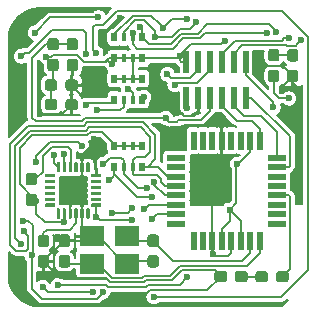
<source format=gtl>
G04 #@! TF.GenerationSoftware,KiCad,Pcbnew,(5.1.2)-1*
G04 #@! TF.CreationDate,2019-11-08T13:50:46+05:30*
G04 #@! TF.ProjectId,TALK,54414c4b-2e6b-4696-9361-645f70636258,rev?*
G04 #@! TF.SameCoordinates,Original*
G04 #@! TF.FileFunction,Copper,L1,Top*
G04 #@! TF.FilePolarity,Positive*
%FSLAX46Y46*%
G04 Gerber Fmt 4.6, Leading zero omitted, Abs format (unit mm)*
G04 Created by KiCad (PCBNEW (5.1.2)-1) date 2019-11-08 13:50:46*
%MOMM*%
%LPD*%
G04 APERTURE LIST*
%ADD10C,0.100000*%
%ADD11C,0.300000*%
%ADD12R,2.100000X1.800000*%
%ADD13R,1.600000X0.550000*%
%ADD14R,0.550000X1.600000*%
%ADD15R,0.500000X0.800000*%
%ADD16R,0.400000X0.800000*%
%ADD17C,0.950000*%
%ADD18R,0.500000X1.850000*%
%ADD19C,0.600000*%
%ADD20C,0.200000*%
G04 APERTURE END LIST*
D10*
G36*
X142896351Y-97094361D02*
G01*
X142903632Y-97095441D01*
X142910771Y-97097229D01*
X142917701Y-97099709D01*
X142924355Y-97102856D01*
X142930668Y-97106640D01*
X142936579Y-97111024D01*
X142942033Y-97115967D01*
X142946976Y-97121421D01*
X142951360Y-97127332D01*
X142955144Y-97133645D01*
X142958291Y-97140299D01*
X142960771Y-97147229D01*
X142962559Y-97154368D01*
X142963639Y-97161649D01*
X142964000Y-97169000D01*
X142964000Y-97869000D01*
X142963639Y-97876351D01*
X142962559Y-97883632D01*
X142960771Y-97890771D01*
X142958291Y-97897701D01*
X142955144Y-97904355D01*
X142951360Y-97910668D01*
X142946976Y-97916579D01*
X142942033Y-97922033D01*
X142936579Y-97926976D01*
X142930668Y-97931360D01*
X142924355Y-97935144D01*
X142917701Y-97938291D01*
X142910771Y-97940771D01*
X142903632Y-97942559D01*
X142896351Y-97943639D01*
X142889000Y-97944000D01*
X142739000Y-97944000D01*
X142731649Y-97943639D01*
X142724368Y-97942559D01*
X142717229Y-97940771D01*
X142710299Y-97938291D01*
X142703645Y-97935144D01*
X142697332Y-97931360D01*
X142691421Y-97926976D01*
X142685967Y-97922033D01*
X142681024Y-97916579D01*
X142676640Y-97910668D01*
X142672856Y-97904355D01*
X142669709Y-97897701D01*
X142667229Y-97890771D01*
X142665441Y-97883632D01*
X142664361Y-97876351D01*
X142664000Y-97869000D01*
X142664000Y-97169000D01*
X142664361Y-97161649D01*
X142665441Y-97154368D01*
X142667229Y-97147229D01*
X142669709Y-97140299D01*
X142672856Y-97133645D01*
X142676640Y-97127332D01*
X142681024Y-97121421D01*
X142685967Y-97115967D01*
X142691421Y-97111024D01*
X142697332Y-97106640D01*
X142703645Y-97102856D01*
X142710299Y-97099709D01*
X142717229Y-97097229D01*
X142724368Y-97095441D01*
X142731649Y-97094361D01*
X142739000Y-97094000D01*
X142889000Y-97094000D01*
X142896351Y-97094361D01*
X142896351Y-97094361D01*
G37*
D11*
X142814000Y-97519000D03*
D10*
G36*
X143396351Y-97094361D02*
G01*
X143403632Y-97095441D01*
X143410771Y-97097229D01*
X143417701Y-97099709D01*
X143424355Y-97102856D01*
X143430668Y-97106640D01*
X143436579Y-97111024D01*
X143442033Y-97115967D01*
X143446976Y-97121421D01*
X143451360Y-97127332D01*
X143455144Y-97133645D01*
X143458291Y-97140299D01*
X143460771Y-97147229D01*
X143462559Y-97154368D01*
X143463639Y-97161649D01*
X143464000Y-97169000D01*
X143464000Y-97869000D01*
X143463639Y-97876351D01*
X143462559Y-97883632D01*
X143460771Y-97890771D01*
X143458291Y-97897701D01*
X143455144Y-97904355D01*
X143451360Y-97910668D01*
X143446976Y-97916579D01*
X143442033Y-97922033D01*
X143436579Y-97926976D01*
X143430668Y-97931360D01*
X143424355Y-97935144D01*
X143417701Y-97938291D01*
X143410771Y-97940771D01*
X143403632Y-97942559D01*
X143396351Y-97943639D01*
X143389000Y-97944000D01*
X143239000Y-97944000D01*
X143231649Y-97943639D01*
X143224368Y-97942559D01*
X143217229Y-97940771D01*
X143210299Y-97938291D01*
X143203645Y-97935144D01*
X143197332Y-97931360D01*
X143191421Y-97926976D01*
X143185967Y-97922033D01*
X143181024Y-97916579D01*
X143176640Y-97910668D01*
X143172856Y-97904355D01*
X143169709Y-97897701D01*
X143167229Y-97890771D01*
X143165441Y-97883632D01*
X143164361Y-97876351D01*
X143164000Y-97869000D01*
X143164000Y-97169000D01*
X143164361Y-97161649D01*
X143165441Y-97154368D01*
X143167229Y-97147229D01*
X143169709Y-97140299D01*
X143172856Y-97133645D01*
X143176640Y-97127332D01*
X143181024Y-97121421D01*
X143185967Y-97115967D01*
X143191421Y-97111024D01*
X143197332Y-97106640D01*
X143203645Y-97102856D01*
X143210299Y-97099709D01*
X143217229Y-97097229D01*
X143224368Y-97095441D01*
X143231649Y-97094361D01*
X143239000Y-97094000D01*
X143389000Y-97094000D01*
X143396351Y-97094361D01*
X143396351Y-97094361D01*
G37*
D11*
X143314000Y-97519000D03*
D10*
G36*
X143896351Y-97094361D02*
G01*
X143903632Y-97095441D01*
X143910771Y-97097229D01*
X143917701Y-97099709D01*
X143924355Y-97102856D01*
X143930668Y-97106640D01*
X143936579Y-97111024D01*
X143942033Y-97115967D01*
X143946976Y-97121421D01*
X143951360Y-97127332D01*
X143955144Y-97133645D01*
X143958291Y-97140299D01*
X143960771Y-97147229D01*
X143962559Y-97154368D01*
X143963639Y-97161649D01*
X143964000Y-97169000D01*
X143964000Y-97869000D01*
X143963639Y-97876351D01*
X143962559Y-97883632D01*
X143960771Y-97890771D01*
X143958291Y-97897701D01*
X143955144Y-97904355D01*
X143951360Y-97910668D01*
X143946976Y-97916579D01*
X143942033Y-97922033D01*
X143936579Y-97926976D01*
X143930668Y-97931360D01*
X143924355Y-97935144D01*
X143917701Y-97938291D01*
X143910771Y-97940771D01*
X143903632Y-97942559D01*
X143896351Y-97943639D01*
X143889000Y-97944000D01*
X143739000Y-97944000D01*
X143731649Y-97943639D01*
X143724368Y-97942559D01*
X143717229Y-97940771D01*
X143710299Y-97938291D01*
X143703645Y-97935144D01*
X143697332Y-97931360D01*
X143691421Y-97926976D01*
X143685967Y-97922033D01*
X143681024Y-97916579D01*
X143676640Y-97910668D01*
X143672856Y-97904355D01*
X143669709Y-97897701D01*
X143667229Y-97890771D01*
X143665441Y-97883632D01*
X143664361Y-97876351D01*
X143664000Y-97869000D01*
X143664000Y-97169000D01*
X143664361Y-97161649D01*
X143665441Y-97154368D01*
X143667229Y-97147229D01*
X143669709Y-97140299D01*
X143672856Y-97133645D01*
X143676640Y-97127332D01*
X143681024Y-97121421D01*
X143685967Y-97115967D01*
X143691421Y-97111024D01*
X143697332Y-97106640D01*
X143703645Y-97102856D01*
X143710299Y-97099709D01*
X143717229Y-97097229D01*
X143724368Y-97095441D01*
X143731649Y-97094361D01*
X143739000Y-97094000D01*
X143889000Y-97094000D01*
X143896351Y-97094361D01*
X143896351Y-97094361D01*
G37*
D11*
X143814000Y-97519000D03*
D10*
G36*
X144396351Y-97094361D02*
G01*
X144403632Y-97095441D01*
X144410771Y-97097229D01*
X144417701Y-97099709D01*
X144424355Y-97102856D01*
X144430668Y-97106640D01*
X144436579Y-97111024D01*
X144442033Y-97115967D01*
X144446976Y-97121421D01*
X144451360Y-97127332D01*
X144455144Y-97133645D01*
X144458291Y-97140299D01*
X144460771Y-97147229D01*
X144462559Y-97154368D01*
X144463639Y-97161649D01*
X144464000Y-97169000D01*
X144464000Y-97869000D01*
X144463639Y-97876351D01*
X144462559Y-97883632D01*
X144460771Y-97890771D01*
X144458291Y-97897701D01*
X144455144Y-97904355D01*
X144451360Y-97910668D01*
X144446976Y-97916579D01*
X144442033Y-97922033D01*
X144436579Y-97926976D01*
X144430668Y-97931360D01*
X144424355Y-97935144D01*
X144417701Y-97938291D01*
X144410771Y-97940771D01*
X144403632Y-97942559D01*
X144396351Y-97943639D01*
X144389000Y-97944000D01*
X144239000Y-97944000D01*
X144231649Y-97943639D01*
X144224368Y-97942559D01*
X144217229Y-97940771D01*
X144210299Y-97938291D01*
X144203645Y-97935144D01*
X144197332Y-97931360D01*
X144191421Y-97926976D01*
X144185967Y-97922033D01*
X144181024Y-97916579D01*
X144176640Y-97910668D01*
X144172856Y-97904355D01*
X144169709Y-97897701D01*
X144167229Y-97890771D01*
X144165441Y-97883632D01*
X144164361Y-97876351D01*
X144164000Y-97869000D01*
X144164000Y-97169000D01*
X144164361Y-97161649D01*
X144165441Y-97154368D01*
X144167229Y-97147229D01*
X144169709Y-97140299D01*
X144172856Y-97133645D01*
X144176640Y-97127332D01*
X144181024Y-97121421D01*
X144185967Y-97115967D01*
X144191421Y-97111024D01*
X144197332Y-97106640D01*
X144203645Y-97102856D01*
X144210299Y-97099709D01*
X144217229Y-97097229D01*
X144224368Y-97095441D01*
X144231649Y-97094361D01*
X144239000Y-97094000D01*
X144389000Y-97094000D01*
X144396351Y-97094361D01*
X144396351Y-97094361D01*
G37*
D11*
X144314000Y-97519000D03*
D10*
G36*
X144896351Y-97094361D02*
G01*
X144903632Y-97095441D01*
X144910771Y-97097229D01*
X144917701Y-97099709D01*
X144924355Y-97102856D01*
X144930668Y-97106640D01*
X144936579Y-97111024D01*
X144942033Y-97115967D01*
X144946976Y-97121421D01*
X144951360Y-97127332D01*
X144955144Y-97133645D01*
X144958291Y-97140299D01*
X144960771Y-97147229D01*
X144962559Y-97154368D01*
X144963639Y-97161649D01*
X144964000Y-97169000D01*
X144964000Y-97869000D01*
X144963639Y-97876351D01*
X144962559Y-97883632D01*
X144960771Y-97890771D01*
X144958291Y-97897701D01*
X144955144Y-97904355D01*
X144951360Y-97910668D01*
X144946976Y-97916579D01*
X144942033Y-97922033D01*
X144936579Y-97926976D01*
X144930668Y-97931360D01*
X144924355Y-97935144D01*
X144917701Y-97938291D01*
X144910771Y-97940771D01*
X144903632Y-97942559D01*
X144896351Y-97943639D01*
X144889000Y-97944000D01*
X144739000Y-97944000D01*
X144731649Y-97943639D01*
X144724368Y-97942559D01*
X144717229Y-97940771D01*
X144710299Y-97938291D01*
X144703645Y-97935144D01*
X144697332Y-97931360D01*
X144691421Y-97926976D01*
X144685967Y-97922033D01*
X144681024Y-97916579D01*
X144676640Y-97910668D01*
X144672856Y-97904355D01*
X144669709Y-97897701D01*
X144667229Y-97890771D01*
X144665441Y-97883632D01*
X144664361Y-97876351D01*
X144664000Y-97869000D01*
X144664000Y-97169000D01*
X144664361Y-97161649D01*
X144665441Y-97154368D01*
X144667229Y-97147229D01*
X144669709Y-97140299D01*
X144672856Y-97133645D01*
X144676640Y-97127332D01*
X144681024Y-97121421D01*
X144685967Y-97115967D01*
X144691421Y-97111024D01*
X144697332Y-97106640D01*
X144703645Y-97102856D01*
X144710299Y-97099709D01*
X144717229Y-97097229D01*
X144724368Y-97095441D01*
X144731649Y-97094361D01*
X144739000Y-97094000D01*
X144889000Y-97094000D01*
X144896351Y-97094361D01*
X144896351Y-97094361D01*
G37*
D11*
X144814000Y-97519000D03*
D10*
G36*
X145396351Y-97094361D02*
G01*
X145403632Y-97095441D01*
X145410771Y-97097229D01*
X145417701Y-97099709D01*
X145424355Y-97102856D01*
X145430668Y-97106640D01*
X145436579Y-97111024D01*
X145442033Y-97115967D01*
X145446976Y-97121421D01*
X145451360Y-97127332D01*
X145455144Y-97133645D01*
X145458291Y-97140299D01*
X145460771Y-97147229D01*
X145462559Y-97154368D01*
X145463639Y-97161649D01*
X145464000Y-97169000D01*
X145464000Y-97869000D01*
X145463639Y-97876351D01*
X145462559Y-97883632D01*
X145460771Y-97890771D01*
X145458291Y-97897701D01*
X145455144Y-97904355D01*
X145451360Y-97910668D01*
X145446976Y-97916579D01*
X145442033Y-97922033D01*
X145436579Y-97926976D01*
X145430668Y-97931360D01*
X145424355Y-97935144D01*
X145417701Y-97938291D01*
X145410771Y-97940771D01*
X145403632Y-97942559D01*
X145396351Y-97943639D01*
X145389000Y-97944000D01*
X145239000Y-97944000D01*
X145231649Y-97943639D01*
X145224368Y-97942559D01*
X145217229Y-97940771D01*
X145210299Y-97938291D01*
X145203645Y-97935144D01*
X145197332Y-97931360D01*
X145191421Y-97926976D01*
X145185967Y-97922033D01*
X145181024Y-97916579D01*
X145176640Y-97910668D01*
X145172856Y-97904355D01*
X145169709Y-97897701D01*
X145167229Y-97890771D01*
X145165441Y-97883632D01*
X145164361Y-97876351D01*
X145164000Y-97869000D01*
X145164000Y-97169000D01*
X145164361Y-97161649D01*
X145165441Y-97154368D01*
X145167229Y-97147229D01*
X145169709Y-97140299D01*
X145172856Y-97133645D01*
X145176640Y-97127332D01*
X145181024Y-97121421D01*
X145185967Y-97115967D01*
X145191421Y-97111024D01*
X145197332Y-97106640D01*
X145203645Y-97102856D01*
X145210299Y-97099709D01*
X145217229Y-97097229D01*
X145224368Y-97095441D01*
X145231649Y-97094361D01*
X145239000Y-97094000D01*
X145389000Y-97094000D01*
X145396351Y-97094361D01*
X145396351Y-97094361D01*
G37*
D11*
X145314000Y-97519000D03*
D10*
G36*
X146371351Y-98069361D02*
G01*
X146378632Y-98070441D01*
X146385771Y-98072229D01*
X146392701Y-98074709D01*
X146399355Y-98077856D01*
X146405668Y-98081640D01*
X146411579Y-98086024D01*
X146417033Y-98090967D01*
X146421976Y-98096421D01*
X146426360Y-98102332D01*
X146430144Y-98108645D01*
X146433291Y-98115299D01*
X146435771Y-98122229D01*
X146437559Y-98129368D01*
X146438639Y-98136649D01*
X146439000Y-98144000D01*
X146439000Y-98294000D01*
X146438639Y-98301351D01*
X146437559Y-98308632D01*
X146435771Y-98315771D01*
X146433291Y-98322701D01*
X146430144Y-98329355D01*
X146426360Y-98335668D01*
X146421976Y-98341579D01*
X146417033Y-98347033D01*
X146411579Y-98351976D01*
X146405668Y-98356360D01*
X146399355Y-98360144D01*
X146392701Y-98363291D01*
X146385771Y-98365771D01*
X146378632Y-98367559D01*
X146371351Y-98368639D01*
X146364000Y-98369000D01*
X145664000Y-98369000D01*
X145656649Y-98368639D01*
X145649368Y-98367559D01*
X145642229Y-98365771D01*
X145635299Y-98363291D01*
X145628645Y-98360144D01*
X145622332Y-98356360D01*
X145616421Y-98351976D01*
X145610967Y-98347033D01*
X145606024Y-98341579D01*
X145601640Y-98335668D01*
X145597856Y-98329355D01*
X145594709Y-98322701D01*
X145592229Y-98315771D01*
X145590441Y-98308632D01*
X145589361Y-98301351D01*
X145589000Y-98294000D01*
X145589000Y-98144000D01*
X145589361Y-98136649D01*
X145590441Y-98129368D01*
X145592229Y-98122229D01*
X145594709Y-98115299D01*
X145597856Y-98108645D01*
X145601640Y-98102332D01*
X145606024Y-98096421D01*
X145610967Y-98090967D01*
X145616421Y-98086024D01*
X145622332Y-98081640D01*
X145628645Y-98077856D01*
X145635299Y-98074709D01*
X145642229Y-98072229D01*
X145649368Y-98070441D01*
X145656649Y-98069361D01*
X145664000Y-98069000D01*
X146364000Y-98069000D01*
X146371351Y-98069361D01*
X146371351Y-98069361D01*
G37*
D11*
X146014000Y-98219000D03*
D10*
G36*
X146371351Y-98569361D02*
G01*
X146378632Y-98570441D01*
X146385771Y-98572229D01*
X146392701Y-98574709D01*
X146399355Y-98577856D01*
X146405668Y-98581640D01*
X146411579Y-98586024D01*
X146417033Y-98590967D01*
X146421976Y-98596421D01*
X146426360Y-98602332D01*
X146430144Y-98608645D01*
X146433291Y-98615299D01*
X146435771Y-98622229D01*
X146437559Y-98629368D01*
X146438639Y-98636649D01*
X146439000Y-98644000D01*
X146439000Y-98794000D01*
X146438639Y-98801351D01*
X146437559Y-98808632D01*
X146435771Y-98815771D01*
X146433291Y-98822701D01*
X146430144Y-98829355D01*
X146426360Y-98835668D01*
X146421976Y-98841579D01*
X146417033Y-98847033D01*
X146411579Y-98851976D01*
X146405668Y-98856360D01*
X146399355Y-98860144D01*
X146392701Y-98863291D01*
X146385771Y-98865771D01*
X146378632Y-98867559D01*
X146371351Y-98868639D01*
X146364000Y-98869000D01*
X145664000Y-98869000D01*
X145656649Y-98868639D01*
X145649368Y-98867559D01*
X145642229Y-98865771D01*
X145635299Y-98863291D01*
X145628645Y-98860144D01*
X145622332Y-98856360D01*
X145616421Y-98851976D01*
X145610967Y-98847033D01*
X145606024Y-98841579D01*
X145601640Y-98835668D01*
X145597856Y-98829355D01*
X145594709Y-98822701D01*
X145592229Y-98815771D01*
X145590441Y-98808632D01*
X145589361Y-98801351D01*
X145589000Y-98794000D01*
X145589000Y-98644000D01*
X145589361Y-98636649D01*
X145590441Y-98629368D01*
X145592229Y-98622229D01*
X145594709Y-98615299D01*
X145597856Y-98608645D01*
X145601640Y-98602332D01*
X145606024Y-98596421D01*
X145610967Y-98590967D01*
X145616421Y-98586024D01*
X145622332Y-98581640D01*
X145628645Y-98577856D01*
X145635299Y-98574709D01*
X145642229Y-98572229D01*
X145649368Y-98570441D01*
X145656649Y-98569361D01*
X145664000Y-98569000D01*
X146364000Y-98569000D01*
X146371351Y-98569361D01*
X146371351Y-98569361D01*
G37*
D11*
X146014000Y-98719000D03*
D10*
G36*
X146371351Y-99069361D02*
G01*
X146378632Y-99070441D01*
X146385771Y-99072229D01*
X146392701Y-99074709D01*
X146399355Y-99077856D01*
X146405668Y-99081640D01*
X146411579Y-99086024D01*
X146417033Y-99090967D01*
X146421976Y-99096421D01*
X146426360Y-99102332D01*
X146430144Y-99108645D01*
X146433291Y-99115299D01*
X146435771Y-99122229D01*
X146437559Y-99129368D01*
X146438639Y-99136649D01*
X146439000Y-99144000D01*
X146439000Y-99294000D01*
X146438639Y-99301351D01*
X146437559Y-99308632D01*
X146435771Y-99315771D01*
X146433291Y-99322701D01*
X146430144Y-99329355D01*
X146426360Y-99335668D01*
X146421976Y-99341579D01*
X146417033Y-99347033D01*
X146411579Y-99351976D01*
X146405668Y-99356360D01*
X146399355Y-99360144D01*
X146392701Y-99363291D01*
X146385771Y-99365771D01*
X146378632Y-99367559D01*
X146371351Y-99368639D01*
X146364000Y-99369000D01*
X145664000Y-99369000D01*
X145656649Y-99368639D01*
X145649368Y-99367559D01*
X145642229Y-99365771D01*
X145635299Y-99363291D01*
X145628645Y-99360144D01*
X145622332Y-99356360D01*
X145616421Y-99351976D01*
X145610967Y-99347033D01*
X145606024Y-99341579D01*
X145601640Y-99335668D01*
X145597856Y-99329355D01*
X145594709Y-99322701D01*
X145592229Y-99315771D01*
X145590441Y-99308632D01*
X145589361Y-99301351D01*
X145589000Y-99294000D01*
X145589000Y-99144000D01*
X145589361Y-99136649D01*
X145590441Y-99129368D01*
X145592229Y-99122229D01*
X145594709Y-99115299D01*
X145597856Y-99108645D01*
X145601640Y-99102332D01*
X145606024Y-99096421D01*
X145610967Y-99090967D01*
X145616421Y-99086024D01*
X145622332Y-99081640D01*
X145628645Y-99077856D01*
X145635299Y-99074709D01*
X145642229Y-99072229D01*
X145649368Y-99070441D01*
X145656649Y-99069361D01*
X145664000Y-99069000D01*
X146364000Y-99069000D01*
X146371351Y-99069361D01*
X146371351Y-99069361D01*
G37*
D11*
X146014000Y-99219000D03*
D10*
G36*
X146371351Y-99569361D02*
G01*
X146378632Y-99570441D01*
X146385771Y-99572229D01*
X146392701Y-99574709D01*
X146399355Y-99577856D01*
X146405668Y-99581640D01*
X146411579Y-99586024D01*
X146417033Y-99590967D01*
X146421976Y-99596421D01*
X146426360Y-99602332D01*
X146430144Y-99608645D01*
X146433291Y-99615299D01*
X146435771Y-99622229D01*
X146437559Y-99629368D01*
X146438639Y-99636649D01*
X146439000Y-99644000D01*
X146439000Y-99794000D01*
X146438639Y-99801351D01*
X146437559Y-99808632D01*
X146435771Y-99815771D01*
X146433291Y-99822701D01*
X146430144Y-99829355D01*
X146426360Y-99835668D01*
X146421976Y-99841579D01*
X146417033Y-99847033D01*
X146411579Y-99851976D01*
X146405668Y-99856360D01*
X146399355Y-99860144D01*
X146392701Y-99863291D01*
X146385771Y-99865771D01*
X146378632Y-99867559D01*
X146371351Y-99868639D01*
X146364000Y-99869000D01*
X145664000Y-99869000D01*
X145656649Y-99868639D01*
X145649368Y-99867559D01*
X145642229Y-99865771D01*
X145635299Y-99863291D01*
X145628645Y-99860144D01*
X145622332Y-99856360D01*
X145616421Y-99851976D01*
X145610967Y-99847033D01*
X145606024Y-99841579D01*
X145601640Y-99835668D01*
X145597856Y-99829355D01*
X145594709Y-99822701D01*
X145592229Y-99815771D01*
X145590441Y-99808632D01*
X145589361Y-99801351D01*
X145589000Y-99794000D01*
X145589000Y-99644000D01*
X145589361Y-99636649D01*
X145590441Y-99629368D01*
X145592229Y-99622229D01*
X145594709Y-99615299D01*
X145597856Y-99608645D01*
X145601640Y-99602332D01*
X145606024Y-99596421D01*
X145610967Y-99590967D01*
X145616421Y-99586024D01*
X145622332Y-99581640D01*
X145628645Y-99577856D01*
X145635299Y-99574709D01*
X145642229Y-99572229D01*
X145649368Y-99570441D01*
X145656649Y-99569361D01*
X145664000Y-99569000D01*
X146364000Y-99569000D01*
X146371351Y-99569361D01*
X146371351Y-99569361D01*
G37*
D11*
X146014000Y-99719000D03*
D10*
G36*
X146371351Y-100069361D02*
G01*
X146378632Y-100070441D01*
X146385771Y-100072229D01*
X146392701Y-100074709D01*
X146399355Y-100077856D01*
X146405668Y-100081640D01*
X146411579Y-100086024D01*
X146417033Y-100090967D01*
X146421976Y-100096421D01*
X146426360Y-100102332D01*
X146430144Y-100108645D01*
X146433291Y-100115299D01*
X146435771Y-100122229D01*
X146437559Y-100129368D01*
X146438639Y-100136649D01*
X146439000Y-100144000D01*
X146439000Y-100294000D01*
X146438639Y-100301351D01*
X146437559Y-100308632D01*
X146435771Y-100315771D01*
X146433291Y-100322701D01*
X146430144Y-100329355D01*
X146426360Y-100335668D01*
X146421976Y-100341579D01*
X146417033Y-100347033D01*
X146411579Y-100351976D01*
X146405668Y-100356360D01*
X146399355Y-100360144D01*
X146392701Y-100363291D01*
X146385771Y-100365771D01*
X146378632Y-100367559D01*
X146371351Y-100368639D01*
X146364000Y-100369000D01*
X145664000Y-100369000D01*
X145656649Y-100368639D01*
X145649368Y-100367559D01*
X145642229Y-100365771D01*
X145635299Y-100363291D01*
X145628645Y-100360144D01*
X145622332Y-100356360D01*
X145616421Y-100351976D01*
X145610967Y-100347033D01*
X145606024Y-100341579D01*
X145601640Y-100335668D01*
X145597856Y-100329355D01*
X145594709Y-100322701D01*
X145592229Y-100315771D01*
X145590441Y-100308632D01*
X145589361Y-100301351D01*
X145589000Y-100294000D01*
X145589000Y-100144000D01*
X145589361Y-100136649D01*
X145590441Y-100129368D01*
X145592229Y-100122229D01*
X145594709Y-100115299D01*
X145597856Y-100108645D01*
X145601640Y-100102332D01*
X145606024Y-100096421D01*
X145610967Y-100090967D01*
X145616421Y-100086024D01*
X145622332Y-100081640D01*
X145628645Y-100077856D01*
X145635299Y-100074709D01*
X145642229Y-100072229D01*
X145649368Y-100070441D01*
X145656649Y-100069361D01*
X145664000Y-100069000D01*
X146364000Y-100069000D01*
X146371351Y-100069361D01*
X146371351Y-100069361D01*
G37*
D11*
X146014000Y-100219000D03*
D10*
G36*
X146371351Y-100569361D02*
G01*
X146378632Y-100570441D01*
X146385771Y-100572229D01*
X146392701Y-100574709D01*
X146399355Y-100577856D01*
X146405668Y-100581640D01*
X146411579Y-100586024D01*
X146417033Y-100590967D01*
X146421976Y-100596421D01*
X146426360Y-100602332D01*
X146430144Y-100608645D01*
X146433291Y-100615299D01*
X146435771Y-100622229D01*
X146437559Y-100629368D01*
X146438639Y-100636649D01*
X146439000Y-100644000D01*
X146439000Y-100794000D01*
X146438639Y-100801351D01*
X146437559Y-100808632D01*
X146435771Y-100815771D01*
X146433291Y-100822701D01*
X146430144Y-100829355D01*
X146426360Y-100835668D01*
X146421976Y-100841579D01*
X146417033Y-100847033D01*
X146411579Y-100851976D01*
X146405668Y-100856360D01*
X146399355Y-100860144D01*
X146392701Y-100863291D01*
X146385771Y-100865771D01*
X146378632Y-100867559D01*
X146371351Y-100868639D01*
X146364000Y-100869000D01*
X145664000Y-100869000D01*
X145656649Y-100868639D01*
X145649368Y-100867559D01*
X145642229Y-100865771D01*
X145635299Y-100863291D01*
X145628645Y-100860144D01*
X145622332Y-100856360D01*
X145616421Y-100851976D01*
X145610967Y-100847033D01*
X145606024Y-100841579D01*
X145601640Y-100835668D01*
X145597856Y-100829355D01*
X145594709Y-100822701D01*
X145592229Y-100815771D01*
X145590441Y-100808632D01*
X145589361Y-100801351D01*
X145589000Y-100794000D01*
X145589000Y-100644000D01*
X145589361Y-100636649D01*
X145590441Y-100629368D01*
X145592229Y-100622229D01*
X145594709Y-100615299D01*
X145597856Y-100608645D01*
X145601640Y-100602332D01*
X145606024Y-100596421D01*
X145610967Y-100590967D01*
X145616421Y-100586024D01*
X145622332Y-100581640D01*
X145628645Y-100577856D01*
X145635299Y-100574709D01*
X145642229Y-100572229D01*
X145649368Y-100570441D01*
X145656649Y-100569361D01*
X145664000Y-100569000D01*
X146364000Y-100569000D01*
X146371351Y-100569361D01*
X146371351Y-100569361D01*
G37*
D11*
X146014000Y-100719000D03*
D10*
G36*
X145396351Y-100994361D02*
G01*
X145403632Y-100995441D01*
X145410771Y-100997229D01*
X145417701Y-100999709D01*
X145424355Y-101002856D01*
X145430668Y-101006640D01*
X145436579Y-101011024D01*
X145442033Y-101015967D01*
X145446976Y-101021421D01*
X145451360Y-101027332D01*
X145455144Y-101033645D01*
X145458291Y-101040299D01*
X145460771Y-101047229D01*
X145462559Y-101054368D01*
X145463639Y-101061649D01*
X145464000Y-101069000D01*
X145464000Y-101769000D01*
X145463639Y-101776351D01*
X145462559Y-101783632D01*
X145460771Y-101790771D01*
X145458291Y-101797701D01*
X145455144Y-101804355D01*
X145451360Y-101810668D01*
X145446976Y-101816579D01*
X145442033Y-101822033D01*
X145436579Y-101826976D01*
X145430668Y-101831360D01*
X145424355Y-101835144D01*
X145417701Y-101838291D01*
X145410771Y-101840771D01*
X145403632Y-101842559D01*
X145396351Y-101843639D01*
X145389000Y-101844000D01*
X145239000Y-101844000D01*
X145231649Y-101843639D01*
X145224368Y-101842559D01*
X145217229Y-101840771D01*
X145210299Y-101838291D01*
X145203645Y-101835144D01*
X145197332Y-101831360D01*
X145191421Y-101826976D01*
X145185967Y-101822033D01*
X145181024Y-101816579D01*
X145176640Y-101810668D01*
X145172856Y-101804355D01*
X145169709Y-101797701D01*
X145167229Y-101790771D01*
X145165441Y-101783632D01*
X145164361Y-101776351D01*
X145164000Y-101769000D01*
X145164000Y-101069000D01*
X145164361Y-101061649D01*
X145165441Y-101054368D01*
X145167229Y-101047229D01*
X145169709Y-101040299D01*
X145172856Y-101033645D01*
X145176640Y-101027332D01*
X145181024Y-101021421D01*
X145185967Y-101015967D01*
X145191421Y-101011024D01*
X145197332Y-101006640D01*
X145203645Y-101002856D01*
X145210299Y-100999709D01*
X145217229Y-100997229D01*
X145224368Y-100995441D01*
X145231649Y-100994361D01*
X145239000Y-100994000D01*
X145389000Y-100994000D01*
X145396351Y-100994361D01*
X145396351Y-100994361D01*
G37*
D11*
X145314000Y-101419000D03*
D10*
G36*
X144896351Y-100994361D02*
G01*
X144903632Y-100995441D01*
X144910771Y-100997229D01*
X144917701Y-100999709D01*
X144924355Y-101002856D01*
X144930668Y-101006640D01*
X144936579Y-101011024D01*
X144942033Y-101015967D01*
X144946976Y-101021421D01*
X144951360Y-101027332D01*
X144955144Y-101033645D01*
X144958291Y-101040299D01*
X144960771Y-101047229D01*
X144962559Y-101054368D01*
X144963639Y-101061649D01*
X144964000Y-101069000D01*
X144964000Y-101769000D01*
X144963639Y-101776351D01*
X144962559Y-101783632D01*
X144960771Y-101790771D01*
X144958291Y-101797701D01*
X144955144Y-101804355D01*
X144951360Y-101810668D01*
X144946976Y-101816579D01*
X144942033Y-101822033D01*
X144936579Y-101826976D01*
X144930668Y-101831360D01*
X144924355Y-101835144D01*
X144917701Y-101838291D01*
X144910771Y-101840771D01*
X144903632Y-101842559D01*
X144896351Y-101843639D01*
X144889000Y-101844000D01*
X144739000Y-101844000D01*
X144731649Y-101843639D01*
X144724368Y-101842559D01*
X144717229Y-101840771D01*
X144710299Y-101838291D01*
X144703645Y-101835144D01*
X144697332Y-101831360D01*
X144691421Y-101826976D01*
X144685967Y-101822033D01*
X144681024Y-101816579D01*
X144676640Y-101810668D01*
X144672856Y-101804355D01*
X144669709Y-101797701D01*
X144667229Y-101790771D01*
X144665441Y-101783632D01*
X144664361Y-101776351D01*
X144664000Y-101769000D01*
X144664000Y-101069000D01*
X144664361Y-101061649D01*
X144665441Y-101054368D01*
X144667229Y-101047229D01*
X144669709Y-101040299D01*
X144672856Y-101033645D01*
X144676640Y-101027332D01*
X144681024Y-101021421D01*
X144685967Y-101015967D01*
X144691421Y-101011024D01*
X144697332Y-101006640D01*
X144703645Y-101002856D01*
X144710299Y-100999709D01*
X144717229Y-100997229D01*
X144724368Y-100995441D01*
X144731649Y-100994361D01*
X144739000Y-100994000D01*
X144889000Y-100994000D01*
X144896351Y-100994361D01*
X144896351Y-100994361D01*
G37*
D11*
X144814000Y-101419000D03*
D10*
G36*
X144396351Y-100994361D02*
G01*
X144403632Y-100995441D01*
X144410771Y-100997229D01*
X144417701Y-100999709D01*
X144424355Y-101002856D01*
X144430668Y-101006640D01*
X144436579Y-101011024D01*
X144442033Y-101015967D01*
X144446976Y-101021421D01*
X144451360Y-101027332D01*
X144455144Y-101033645D01*
X144458291Y-101040299D01*
X144460771Y-101047229D01*
X144462559Y-101054368D01*
X144463639Y-101061649D01*
X144464000Y-101069000D01*
X144464000Y-101769000D01*
X144463639Y-101776351D01*
X144462559Y-101783632D01*
X144460771Y-101790771D01*
X144458291Y-101797701D01*
X144455144Y-101804355D01*
X144451360Y-101810668D01*
X144446976Y-101816579D01*
X144442033Y-101822033D01*
X144436579Y-101826976D01*
X144430668Y-101831360D01*
X144424355Y-101835144D01*
X144417701Y-101838291D01*
X144410771Y-101840771D01*
X144403632Y-101842559D01*
X144396351Y-101843639D01*
X144389000Y-101844000D01*
X144239000Y-101844000D01*
X144231649Y-101843639D01*
X144224368Y-101842559D01*
X144217229Y-101840771D01*
X144210299Y-101838291D01*
X144203645Y-101835144D01*
X144197332Y-101831360D01*
X144191421Y-101826976D01*
X144185967Y-101822033D01*
X144181024Y-101816579D01*
X144176640Y-101810668D01*
X144172856Y-101804355D01*
X144169709Y-101797701D01*
X144167229Y-101790771D01*
X144165441Y-101783632D01*
X144164361Y-101776351D01*
X144164000Y-101769000D01*
X144164000Y-101069000D01*
X144164361Y-101061649D01*
X144165441Y-101054368D01*
X144167229Y-101047229D01*
X144169709Y-101040299D01*
X144172856Y-101033645D01*
X144176640Y-101027332D01*
X144181024Y-101021421D01*
X144185967Y-101015967D01*
X144191421Y-101011024D01*
X144197332Y-101006640D01*
X144203645Y-101002856D01*
X144210299Y-100999709D01*
X144217229Y-100997229D01*
X144224368Y-100995441D01*
X144231649Y-100994361D01*
X144239000Y-100994000D01*
X144389000Y-100994000D01*
X144396351Y-100994361D01*
X144396351Y-100994361D01*
G37*
D11*
X144314000Y-101419000D03*
D10*
G36*
X143896351Y-100994361D02*
G01*
X143903632Y-100995441D01*
X143910771Y-100997229D01*
X143917701Y-100999709D01*
X143924355Y-101002856D01*
X143930668Y-101006640D01*
X143936579Y-101011024D01*
X143942033Y-101015967D01*
X143946976Y-101021421D01*
X143951360Y-101027332D01*
X143955144Y-101033645D01*
X143958291Y-101040299D01*
X143960771Y-101047229D01*
X143962559Y-101054368D01*
X143963639Y-101061649D01*
X143964000Y-101069000D01*
X143964000Y-101769000D01*
X143963639Y-101776351D01*
X143962559Y-101783632D01*
X143960771Y-101790771D01*
X143958291Y-101797701D01*
X143955144Y-101804355D01*
X143951360Y-101810668D01*
X143946976Y-101816579D01*
X143942033Y-101822033D01*
X143936579Y-101826976D01*
X143930668Y-101831360D01*
X143924355Y-101835144D01*
X143917701Y-101838291D01*
X143910771Y-101840771D01*
X143903632Y-101842559D01*
X143896351Y-101843639D01*
X143889000Y-101844000D01*
X143739000Y-101844000D01*
X143731649Y-101843639D01*
X143724368Y-101842559D01*
X143717229Y-101840771D01*
X143710299Y-101838291D01*
X143703645Y-101835144D01*
X143697332Y-101831360D01*
X143691421Y-101826976D01*
X143685967Y-101822033D01*
X143681024Y-101816579D01*
X143676640Y-101810668D01*
X143672856Y-101804355D01*
X143669709Y-101797701D01*
X143667229Y-101790771D01*
X143665441Y-101783632D01*
X143664361Y-101776351D01*
X143664000Y-101769000D01*
X143664000Y-101069000D01*
X143664361Y-101061649D01*
X143665441Y-101054368D01*
X143667229Y-101047229D01*
X143669709Y-101040299D01*
X143672856Y-101033645D01*
X143676640Y-101027332D01*
X143681024Y-101021421D01*
X143685967Y-101015967D01*
X143691421Y-101011024D01*
X143697332Y-101006640D01*
X143703645Y-101002856D01*
X143710299Y-100999709D01*
X143717229Y-100997229D01*
X143724368Y-100995441D01*
X143731649Y-100994361D01*
X143739000Y-100994000D01*
X143889000Y-100994000D01*
X143896351Y-100994361D01*
X143896351Y-100994361D01*
G37*
D11*
X143814000Y-101419000D03*
D10*
G36*
X143396351Y-100994361D02*
G01*
X143403632Y-100995441D01*
X143410771Y-100997229D01*
X143417701Y-100999709D01*
X143424355Y-101002856D01*
X143430668Y-101006640D01*
X143436579Y-101011024D01*
X143442033Y-101015967D01*
X143446976Y-101021421D01*
X143451360Y-101027332D01*
X143455144Y-101033645D01*
X143458291Y-101040299D01*
X143460771Y-101047229D01*
X143462559Y-101054368D01*
X143463639Y-101061649D01*
X143464000Y-101069000D01*
X143464000Y-101769000D01*
X143463639Y-101776351D01*
X143462559Y-101783632D01*
X143460771Y-101790771D01*
X143458291Y-101797701D01*
X143455144Y-101804355D01*
X143451360Y-101810668D01*
X143446976Y-101816579D01*
X143442033Y-101822033D01*
X143436579Y-101826976D01*
X143430668Y-101831360D01*
X143424355Y-101835144D01*
X143417701Y-101838291D01*
X143410771Y-101840771D01*
X143403632Y-101842559D01*
X143396351Y-101843639D01*
X143389000Y-101844000D01*
X143239000Y-101844000D01*
X143231649Y-101843639D01*
X143224368Y-101842559D01*
X143217229Y-101840771D01*
X143210299Y-101838291D01*
X143203645Y-101835144D01*
X143197332Y-101831360D01*
X143191421Y-101826976D01*
X143185967Y-101822033D01*
X143181024Y-101816579D01*
X143176640Y-101810668D01*
X143172856Y-101804355D01*
X143169709Y-101797701D01*
X143167229Y-101790771D01*
X143165441Y-101783632D01*
X143164361Y-101776351D01*
X143164000Y-101769000D01*
X143164000Y-101069000D01*
X143164361Y-101061649D01*
X143165441Y-101054368D01*
X143167229Y-101047229D01*
X143169709Y-101040299D01*
X143172856Y-101033645D01*
X143176640Y-101027332D01*
X143181024Y-101021421D01*
X143185967Y-101015967D01*
X143191421Y-101011024D01*
X143197332Y-101006640D01*
X143203645Y-101002856D01*
X143210299Y-100999709D01*
X143217229Y-100997229D01*
X143224368Y-100995441D01*
X143231649Y-100994361D01*
X143239000Y-100994000D01*
X143389000Y-100994000D01*
X143396351Y-100994361D01*
X143396351Y-100994361D01*
G37*
D11*
X143314000Y-101419000D03*
D10*
G36*
X142896351Y-100994361D02*
G01*
X142903632Y-100995441D01*
X142910771Y-100997229D01*
X142917701Y-100999709D01*
X142924355Y-101002856D01*
X142930668Y-101006640D01*
X142936579Y-101011024D01*
X142942033Y-101015967D01*
X142946976Y-101021421D01*
X142951360Y-101027332D01*
X142955144Y-101033645D01*
X142958291Y-101040299D01*
X142960771Y-101047229D01*
X142962559Y-101054368D01*
X142963639Y-101061649D01*
X142964000Y-101069000D01*
X142964000Y-101769000D01*
X142963639Y-101776351D01*
X142962559Y-101783632D01*
X142960771Y-101790771D01*
X142958291Y-101797701D01*
X142955144Y-101804355D01*
X142951360Y-101810668D01*
X142946976Y-101816579D01*
X142942033Y-101822033D01*
X142936579Y-101826976D01*
X142930668Y-101831360D01*
X142924355Y-101835144D01*
X142917701Y-101838291D01*
X142910771Y-101840771D01*
X142903632Y-101842559D01*
X142896351Y-101843639D01*
X142889000Y-101844000D01*
X142739000Y-101844000D01*
X142731649Y-101843639D01*
X142724368Y-101842559D01*
X142717229Y-101840771D01*
X142710299Y-101838291D01*
X142703645Y-101835144D01*
X142697332Y-101831360D01*
X142691421Y-101826976D01*
X142685967Y-101822033D01*
X142681024Y-101816579D01*
X142676640Y-101810668D01*
X142672856Y-101804355D01*
X142669709Y-101797701D01*
X142667229Y-101790771D01*
X142665441Y-101783632D01*
X142664361Y-101776351D01*
X142664000Y-101769000D01*
X142664000Y-101069000D01*
X142664361Y-101061649D01*
X142665441Y-101054368D01*
X142667229Y-101047229D01*
X142669709Y-101040299D01*
X142672856Y-101033645D01*
X142676640Y-101027332D01*
X142681024Y-101021421D01*
X142685967Y-101015967D01*
X142691421Y-101011024D01*
X142697332Y-101006640D01*
X142703645Y-101002856D01*
X142710299Y-100999709D01*
X142717229Y-100997229D01*
X142724368Y-100995441D01*
X142731649Y-100994361D01*
X142739000Y-100994000D01*
X142889000Y-100994000D01*
X142896351Y-100994361D01*
X142896351Y-100994361D01*
G37*
D11*
X142814000Y-101419000D03*
D10*
G36*
X142471351Y-100569361D02*
G01*
X142478632Y-100570441D01*
X142485771Y-100572229D01*
X142492701Y-100574709D01*
X142499355Y-100577856D01*
X142505668Y-100581640D01*
X142511579Y-100586024D01*
X142517033Y-100590967D01*
X142521976Y-100596421D01*
X142526360Y-100602332D01*
X142530144Y-100608645D01*
X142533291Y-100615299D01*
X142535771Y-100622229D01*
X142537559Y-100629368D01*
X142538639Y-100636649D01*
X142539000Y-100644000D01*
X142539000Y-100794000D01*
X142538639Y-100801351D01*
X142537559Y-100808632D01*
X142535771Y-100815771D01*
X142533291Y-100822701D01*
X142530144Y-100829355D01*
X142526360Y-100835668D01*
X142521976Y-100841579D01*
X142517033Y-100847033D01*
X142511579Y-100851976D01*
X142505668Y-100856360D01*
X142499355Y-100860144D01*
X142492701Y-100863291D01*
X142485771Y-100865771D01*
X142478632Y-100867559D01*
X142471351Y-100868639D01*
X142464000Y-100869000D01*
X141764000Y-100869000D01*
X141756649Y-100868639D01*
X141749368Y-100867559D01*
X141742229Y-100865771D01*
X141735299Y-100863291D01*
X141728645Y-100860144D01*
X141722332Y-100856360D01*
X141716421Y-100851976D01*
X141710967Y-100847033D01*
X141706024Y-100841579D01*
X141701640Y-100835668D01*
X141697856Y-100829355D01*
X141694709Y-100822701D01*
X141692229Y-100815771D01*
X141690441Y-100808632D01*
X141689361Y-100801351D01*
X141689000Y-100794000D01*
X141689000Y-100644000D01*
X141689361Y-100636649D01*
X141690441Y-100629368D01*
X141692229Y-100622229D01*
X141694709Y-100615299D01*
X141697856Y-100608645D01*
X141701640Y-100602332D01*
X141706024Y-100596421D01*
X141710967Y-100590967D01*
X141716421Y-100586024D01*
X141722332Y-100581640D01*
X141728645Y-100577856D01*
X141735299Y-100574709D01*
X141742229Y-100572229D01*
X141749368Y-100570441D01*
X141756649Y-100569361D01*
X141764000Y-100569000D01*
X142464000Y-100569000D01*
X142471351Y-100569361D01*
X142471351Y-100569361D01*
G37*
D11*
X142114000Y-100719000D03*
D10*
G36*
X142471351Y-100069361D02*
G01*
X142478632Y-100070441D01*
X142485771Y-100072229D01*
X142492701Y-100074709D01*
X142499355Y-100077856D01*
X142505668Y-100081640D01*
X142511579Y-100086024D01*
X142517033Y-100090967D01*
X142521976Y-100096421D01*
X142526360Y-100102332D01*
X142530144Y-100108645D01*
X142533291Y-100115299D01*
X142535771Y-100122229D01*
X142537559Y-100129368D01*
X142538639Y-100136649D01*
X142539000Y-100144000D01*
X142539000Y-100294000D01*
X142538639Y-100301351D01*
X142537559Y-100308632D01*
X142535771Y-100315771D01*
X142533291Y-100322701D01*
X142530144Y-100329355D01*
X142526360Y-100335668D01*
X142521976Y-100341579D01*
X142517033Y-100347033D01*
X142511579Y-100351976D01*
X142505668Y-100356360D01*
X142499355Y-100360144D01*
X142492701Y-100363291D01*
X142485771Y-100365771D01*
X142478632Y-100367559D01*
X142471351Y-100368639D01*
X142464000Y-100369000D01*
X141764000Y-100369000D01*
X141756649Y-100368639D01*
X141749368Y-100367559D01*
X141742229Y-100365771D01*
X141735299Y-100363291D01*
X141728645Y-100360144D01*
X141722332Y-100356360D01*
X141716421Y-100351976D01*
X141710967Y-100347033D01*
X141706024Y-100341579D01*
X141701640Y-100335668D01*
X141697856Y-100329355D01*
X141694709Y-100322701D01*
X141692229Y-100315771D01*
X141690441Y-100308632D01*
X141689361Y-100301351D01*
X141689000Y-100294000D01*
X141689000Y-100144000D01*
X141689361Y-100136649D01*
X141690441Y-100129368D01*
X141692229Y-100122229D01*
X141694709Y-100115299D01*
X141697856Y-100108645D01*
X141701640Y-100102332D01*
X141706024Y-100096421D01*
X141710967Y-100090967D01*
X141716421Y-100086024D01*
X141722332Y-100081640D01*
X141728645Y-100077856D01*
X141735299Y-100074709D01*
X141742229Y-100072229D01*
X141749368Y-100070441D01*
X141756649Y-100069361D01*
X141764000Y-100069000D01*
X142464000Y-100069000D01*
X142471351Y-100069361D01*
X142471351Y-100069361D01*
G37*
D11*
X142114000Y-100219000D03*
D10*
G36*
X142471351Y-99569361D02*
G01*
X142478632Y-99570441D01*
X142485771Y-99572229D01*
X142492701Y-99574709D01*
X142499355Y-99577856D01*
X142505668Y-99581640D01*
X142511579Y-99586024D01*
X142517033Y-99590967D01*
X142521976Y-99596421D01*
X142526360Y-99602332D01*
X142530144Y-99608645D01*
X142533291Y-99615299D01*
X142535771Y-99622229D01*
X142537559Y-99629368D01*
X142538639Y-99636649D01*
X142539000Y-99644000D01*
X142539000Y-99794000D01*
X142538639Y-99801351D01*
X142537559Y-99808632D01*
X142535771Y-99815771D01*
X142533291Y-99822701D01*
X142530144Y-99829355D01*
X142526360Y-99835668D01*
X142521976Y-99841579D01*
X142517033Y-99847033D01*
X142511579Y-99851976D01*
X142505668Y-99856360D01*
X142499355Y-99860144D01*
X142492701Y-99863291D01*
X142485771Y-99865771D01*
X142478632Y-99867559D01*
X142471351Y-99868639D01*
X142464000Y-99869000D01*
X141764000Y-99869000D01*
X141756649Y-99868639D01*
X141749368Y-99867559D01*
X141742229Y-99865771D01*
X141735299Y-99863291D01*
X141728645Y-99860144D01*
X141722332Y-99856360D01*
X141716421Y-99851976D01*
X141710967Y-99847033D01*
X141706024Y-99841579D01*
X141701640Y-99835668D01*
X141697856Y-99829355D01*
X141694709Y-99822701D01*
X141692229Y-99815771D01*
X141690441Y-99808632D01*
X141689361Y-99801351D01*
X141689000Y-99794000D01*
X141689000Y-99644000D01*
X141689361Y-99636649D01*
X141690441Y-99629368D01*
X141692229Y-99622229D01*
X141694709Y-99615299D01*
X141697856Y-99608645D01*
X141701640Y-99602332D01*
X141706024Y-99596421D01*
X141710967Y-99590967D01*
X141716421Y-99586024D01*
X141722332Y-99581640D01*
X141728645Y-99577856D01*
X141735299Y-99574709D01*
X141742229Y-99572229D01*
X141749368Y-99570441D01*
X141756649Y-99569361D01*
X141764000Y-99569000D01*
X142464000Y-99569000D01*
X142471351Y-99569361D01*
X142471351Y-99569361D01*
G37*
D11*
X142114000Y-99719000D03*
D10*
G36*
X142471351Y-99069361D02*
G01*
X142478632Y-99070441D01*
X142485771Y-99072229D01*
X142492701Y-99074709D01*
X142499355Y-99077856D01*
X142505668Y-99081640D01*
X142511579Y-99086024D01*
X142517033Y-99090967D01*
X142521976Y-99096421D01*
X142526360Y-99102332D01*
X142530144Y-99108645D01*
X142533291Y-99115299D01*
X142535771Y-99122229D01*
X142537559Y-99129368D01*
X142538639Y-99136649D01*
X142539000Y-99144000D01*
X142539000Y-99294000D01*
X142538639Y-99301351D01*
X142537559Y-99308632D01*
X142535771Y-99315771D01*
X142533291Y-99322701D01*
X142530144Y-99329355D01*
X142526360Y-99335668D01*
X142521976Y-99341579D01*
X142517033Y-99347033D01*
X142511579Y-99351976D01*
X142505668Y-99356360D01*
X142499355Y-99360144D01*
X142492701Y-99363291D01*
X142485771Y-99365771D01*
X142478632Y-99367559D01*
X142471351Y-99368639D01*
X142464000Y-99369000D01*
X141764000Y-99369000D01*
X141756649Y-99368639D01*
X141749368Y-99367559D01*
X141742229Y-99365771D01*
X141735299Y-99363291D01*
X141728645Y-99360144D01*
X141722332Y-99356360D01*
X141716421Y-99351976D01*
X141710967Y-99347033D01*
X141706024Y-99341579D01*
X141701640Y-99335668D01*
X141697856Y-99329355D01*
X141694709Y-99322701D01*
X141692229Y-99315771D01*
X141690441Y-99308632D01*
X141689361Y-99301351D01*
X141689000Y-99294000D01*
X141689000Y-99144000D01*
X141689361Y-99136649D01*
X141690441Y-99129368D01*
X141692229Y-99122229D01*
X141694709Y-99115299D01*
X141697856Y-99108645D01*
X141701640Y-99102332D01*
X141706024Y-99096421D01*
X141710967Y-99090967D01*
X141716421Y-99086024D01*
X141722332Y-99081640D01*
X141728645Y-99077856D01*
X141735299Y-99074709D01*
X141742229Y-99072229D01*
X141749368Y-99070441D01*
X141756649Y-99069361D01*
X141764000Y-99069000D01*
X142464000Y-99069000D01*
X142471351Y-99069361D01*
X142471351Y-99069361D01*
G37*
D11*
X142114000Y-99219000D03*
D10*
G36*
X142471351Y-98569361D02*
G01*
X142478632Y-98570441D01*
X142485771Y-98572229D01*
X142492701Y-98574709D01*
X142499355Y-98577856D01*
X142505668Y-98581640D01*
X142511579Y-98586024D01*
X142517033Y-98590967D01*
X142521976Y-98596421D01*
X142526360Y-98602332D01*
X142530144Y-98608645D01*
X142533291Y-98615299D01*
X142535771Y-98622229D01*
X142537559Y-98629368D01*
X142538639Y-98636649D01*
X142539000Y-98644000D01*
X142539000Y-98794000D01*
X142538639Y-98801351D01*
X142537559Y-98808632D01*
X142535771Y-98815771D01*
X142533291Y-98822701D01*
X142530144Y-98829355D01*
X142526360Y-98835668D01*
X142521976Y-98841579D01*
X142517033Y-98847033D01*
X142511579Y-98851976D01*
X142505668Y-98856360D01*
X142499355Y-98860144D01*
X142492701Y-98863291D01*
X142485771Y-98865771D01*
X142478632Y-98867559D01*
X142471351Y-98868639D01*
X142464000Y-98869000D01*
X141764000Y-98869000D01*
X141756649Y-98868639D01*
X141749368Y-98867559D01*
X141742229Y-98865771D01*
X141735299Y-98863291D01*
X141728645Y-98860144D01*
X141722332Y-98856360D01*
X141716421Y-98851976D01*
X141710967Y-98847033D01*
X141706024Y-98841579D01*
X141701640Y-98835668D01*
X141697856Y-98829355D01*
X141694709Y-98822701D01*
X141692229Y-98815771D01*
X141690441Y-98808632D01*
X141689361Y-98801351D01*
X141689000Y-98794000D01*
X141689000Y-98644000D01*
X141689361Y-98636649D01*
X141690441Y-98629368D01*
X141692229Y-98622229D01*
X141694709Y-98615299D01*
X141697856Y-98608645D01*
X141701640Y-98602332D01*
X141706024Y-98596421D01*
X141710967Y-98590967D01*
X141716421Y-98586024D01*
X141722332Y-98581640D01*
X141728645Y-98577856D01*
X141735299Y-98574709D01*
X141742229Y-98572229D01*
X141749368Y-98570441D01*
X141756649Y-98569361D01*
X141764000Y-98569000D01*
X142464000Y-98569000D01*
X142471351Y-98569361D01*
X142471351Y-98569361D01*
G37*
D11*
X142114000Y-98719000D03*
D10*
G36*
X142471351Y-98069361D02*
G01*
X142478632Y-98070441D01*
X142485771Y-98072229D01*
X142492701Y-98074709D01*
X142499355Y-98077856D01*
X142505668Y-98081640D01*
X142511579Y-98086024D01*
X142517033Y-98090967D01*
X142521976Y-98096421D01*
X142526360Y-98102332D01*
X142530144Y-98108645D01*
X142533291Y-98115299D01*
X142535771Y-98122229D01*
X142537559Y-98129368D01*
X142538639Y-98136649D01*
X142539000Y-98144000D01*
X142539000Y-98294000D01*
X142538639Y-98301351D01*
X142537559Y-98308632D01*
X142535771Y-98315771D01*
X142533291Y-98322701D01*
X142530144Y-98329355D01*
X142526360Y-98335668D01*
X142521976Y-98341579D01*
X142517033Y-98347033D01*
X142511579Y-98351976D01*
X142505668Y-98356360D01*
X142499355Y-98360144D01*
X142492701Y-98363291D01*
X142485771Y-98365771D01*
X142478632Y-98367559D01*
X142471351Y-98368639D01*
X142464000Y-98369000D01*
X141764000Y-98369000D01*
X141756649Y-98368639D01*
X141749368Y-98367559D01*
X141742229Y-98365771D01*
X141735299Y-98363291D01*
X141728645Y-98360144D01*
X141722332Y-98356360D01*
X141716421Y-98351976D01*
X141710967Y-98347033D01*
X141706024Y-98341579D01*
X141701640Y-98335668D01*
X141697856Y-98329355D01*
X141694709Y-98322701D01*
X141692229Y-98315771D01*
X141690441Y-98308632D01*
X141689361Y-98301351D01*
X141689000Y-98294000D01*
X141689000Y-98144000D01*
X141689361Y-98136649D01*
X141690441Y-98129368D01*
X141692229Y-98122229D01*
X141694709Y-98115299D01*
X141697856Y-98108645D01*
X141701640Y-98102332D01*
X141706024Y-98096421D01*
X141710967Y-98090967D01*
X141716421Y-98086024D01*
X141722332Y-98081640D01*
X141728645Y-98077856D01*
X141735299Y-98074709D01*
X141742229Y-98072229D01*
X141749368Y-98070441D01*
X141756649Y-98069361D01*
X141764000Y-98069000D01*
X142464000Y-98069000D01*
X142471351Y-98069361D01*
X142471351Y-98069361D01*
G37*
D11*
X142114000Y-98219000D03*
D12*
X148583000Y-105660000D03*
X145683000Y-105660000D03*
X145683000Y-103360000D03*
X148583000Y-103360000D03*
D13*
X152802000Y-102289000D03*
X152802000Y-101489000D03*
X152802000Y-100689000D03*
X152802000Y-99889000D03*
X152802000Y-99089000D03*
X152802000Y-98289000D03*
X152802000Y-97489000D03*
X152802000Y-96689000D03*
D14*
X154252000Y-95239000D03*
X155052000Y-95239000D03*
X155852000Y-95239000D03*
X156652000Y-95239000D03*
X157452000Y-95239000D03*
X158252000Y-95239000D03*
X159052000Y-95239000D03*
X159852000Y-95239000D03*
D13*
X161302000Y-96689000D03*
X161302000Y-97489000D03*
X161302000Y-98289000D03*
X161302000Y-99089000D03*
X161302000Y-99889000D03*
X161302000Y-100689000D03*
X161302000Y-101489000D03*
X161302000Y-102289000D03*
D14*
X159852000Y-103739000D03*
X159052000Y-103739000D03*
X158252000Y-103739000D03*
X157452000Y-103739000D03*
X156652000Y-103739000D03*
X155852000Y-103739000D03*
X155052000Y-103739000D03*
X154252000Y-103739000D03*
D15*
X147525000Y-88289000D03*
D16*
X148325000Y-88289000D03*
D15*
X149925000Y-88289000D03*
D16*
X149125000Y-88289000D03*
D15*
X147525000Y-86489000D03*
D16*
X149125000Y-86489000D03*
X148325000Y-86489000D03*
D15*
X149925000Y-86489000D03*
X149925000Y-89994000D03*
D16*
X149125000Y-89994000D03*
D15*
X147525000Y-89994000D03*
D16*
X148325000Y-89994000D03*
D15*
X149925000Y-91794000D03*
D16*
X148325000Y-91794000D03*
X149125000Y-91794000D03*
D15*
X147525000Y-91794000D03*
X149925000Y-95669000D03*
D16*
X149125000Y-95669000D03*
D15*
X147525000Y-95669000D03*
D16*
X148325000Y-95669000D03*
D15*
X149925000Y-97469000D03*
D16*
X148325000Y-97469000D03*
X149125000Y-97469000D03*
D15*
X147525000Y-97469000D03*
D10*
G36*
X161309779Y-89243144D02*
G01*
X161332834Y-89246563D01*
X161355443Y-89252227D01*
X161377387Y-89260079D01*
X161398457Y-89270044D01*
X161418448Y-89282026D01*
X161437168Y-89295910D01*
X161454438Y-89311562D01*
X161470090Y-89328832D01*
X161483974Y-89347552D01*
X161495956Y-89367543D01*
X161505921Y-89388613D01*
X161513773Y-89410557D01*
X161519437Y-89433166D01*
X161522856Y-89456221D01*
X161524000Y-89479500D01*
X161524000Y-90054500D01*
X161522856Y-90077779D01*
X161519437Y-90100834D01*
X161513773Y-90123443D01*
X161505921Y-90145387D01*
X161495956Y-90166457D01*
X161483974Y-90186448D01*
X161470090Y-90205168D01*
X161454438Y-90222438D01*
X161437168Y-90238090D01*
X161418448Y-90251974D01*
X161398457Y-90263956D01*
X161377387Y-90273921D01*
X161355443Y-90281773D01*
X161332834Y-90287437D01*
X161309779Y-90290856D01*
X161286500Y-90292000D01*
X160811500Y-90292000D01*
X160788221Y-90290856D01*
X160765166Y-90287437D01*
X160742557Y-90281773D01*
X160720613Y-90273921D01*
X160699543Y-90263956D01*
X160679552Y-90251974D01*
X160660832Y-90238090D01*
X160643562Y-90222438D01*
X160627910Y-90205168D01*
X160614026Y-90186448D01*
X160602044Y-90166457D01*
X160592079Y-90145387D01*
X160584227Y-90123443D01*
X160578563Y-90100834D01*
X160575144Y-90077779D01*
X160574000Y-90054500D01*
X160574000Y-89479500D01*
X160575144Y-89456221D01*
X160578563Y-89433166D01*
X160584227Y-89410557D01*
X160592079Y-89388613D01*
X160602044Y-89367543D01*
X160614026Y-89347552D01*
X160627910Y-89328832D01*
X160643562Y-89311562D01*
X160660832Y-89295910D01*
X160679552Y-89282026D01*
X160699543Y-89270044D01*
X160720613Y-89260079D01*
X160742557Y-89252227D01*
X160765166Y-89246563D01*
X160788221Y-89243144D01*
X160811500Y-89242000D01*
X161286500Y-89242000D01*
X161309779Y-89243144D01*
X161309779Y-89243144D01*
G37*
D17*
X161049000Y-89767000D03*
D10*
G36*
X161309779Y-87493144D02*
G01*
X161332834Y-87496563D01*
X161355443Y-87502227D01*
X161377387Y-87510079D01*
X161398457Y-87520044D01*
X161418448Y-87532026D01*
X161437168Y-87545910D01*
X161454438Y-87561562D01*
X161470090Y-87578832D01*
X161483974Y-87597552D01*
X161495956Y-87617543D01*
X161505921Y-87638613D01*
X161513773Y-87660557D01*
X161519437Y-87683166D01*
X161522856Y-87706221D01*
X161524000Y-87729500D01*
X161524000Y-88304500D01*
X161522856Y-88327779D01*
X161519437Y-88350834D01*
X161513773Y-88373443D01*
X161505921Y-88395387D01*
X161495956Y-88416457D01*
X161483974Y-88436448D01*
X161470090Y-88455168D01*
X161454438Y-88472438D01*
X161437168Y-88488090D01*
X161418448Y-88501974D01*
X161398457Y-88513956D01*
X161377387Y-88523921D01*
X161355443Y-88531773D01*
X161332834Y-88537437D01*
X161309779Y-88540856D01*
X161286500Y-88542000D01*
X160811500Y-88542000D01*
X160788221Y-88540856D01*
X160765166Y-88537437D01*
X160742557Y-88531773D01*
X160720613Y-88523921D01*
X160699543Y-88513956D01*
X160679552Y-88501974D01*
X160660832Y-88488090D01*
X160643562Y-88472438D01*
X160627910Y-88455168D01*
X160614026Y-88436448D01*
X160602044Y-88416457D01*
X160592079Y-88395387D01*
X160584227Y-88373443D01*
X160578563Y-88350834D01*
X160575144Y-88327779D01*
X160574000Y-88304500D01*
X160574000Y-87729500D01*
X160575144Y-87706221D01*
X160578563Y-87683166D01*
X160584227Y-87660557D01*
X160592079Y-87638613D01*
X160602044Y-87617543D01*
X160614026Y-87597552D01*
X160627910Y-87578832D01*
X160643562Y-87561562D01*
X160660832Y-87545910D01*
X160679552Y-87532026D01*
X160699543Y-87520044D01*
X160720613Y-87510079D01*
X160742557Y-87502227D01*
X160765166Y-87496563D01*
X160788221Y-87493144D01*
X160811500Y-87492000D01*
X161286500Y-87492000D01*
X161309779Y-87493144D01*
X161309779Y-87493144D01*
G37*
D17*
X161049000Y-88017000D03*
D10*
G36*
X142617779Y-88319144D02*
G01*
X142640834Y-88322563D01*
X142663443Y-88328227D01*
X142685387Y-88336079D01*
X142706457Y-88346044D01*
X142726448Y-88358026D01*
X142745168Y-88371910D01*
X142762438Y-88387562D01*
X142778090Y-88404832D01*
X142791974Y-88423552D01*
X142803956Y-88443543D01*
X142813921Y-88464613D01*
X142821773Y-88486557D01*
X142827437Y-88509166D01*
X142830856Y-88532221D01*
X142832000Y-88555500D01*
X142832000Y-89130500D01*
X142830856Y-89153779D01*
X142827437Y-89176834D01*
X142821773Y-89199443D01*
X142813921Y-89221387D01*
X142803956Y-89242457D01*
X142791974Y-89262448D01*
X142778090Y-89281168D01*
X142762438Y-89298438D01*
X142745168Y-89314090D01*
X142726448Y-89327974D01*
X142706457Y-89339956D01*
X142685387Y-89349921D01*
X142663443Y-89357773D01*
X142640834Y-89363437D01*
X142617779Y-89366856D01*
X142594500Y-89368000D01*
X142119500Y-89368000D01*
X142096221Y-89366856D01*
X142073166Y-89363437D01*
X142050557Y-89357773D01*
X142028613Y-89349921D01*
X142007543Y-89339956D01*
X141987552Y-89327974D01*
X141968832Y-89314090D01*
X141951562Y-89298438D01*
X141935910Y-89281168D01*
X141922026Y-89262448D01*
X141910044Y-89242457D01*
X141900079Y-89221387D01*
X141892227Y-89199443D01*
X141886563Y-89176834D01*
X141883144Y-89153779D01*
X141882000Y-89130500D01*
X141882000Y-88555500D01*
X141883144Y-88532221D01*
X141886563Y-88509166D01*
X141892227Y-88486557D01*
X141900079Y-88464613D01*
X141910044Y-88443543D01*
X141922026Y-88423552D01*
X141935910Y-88404832D01*
X141951562Y-88387562D01*
X141968832Y-88371910D01*
X141987552Y-88358026D01*
X142007543Y-88346044D01*
X142028613Y-88336079D01*
X142050557Y-88328227D01*
X142073166Y-88322563D01*
X142096221Y-88319144D01*
X142119500Y-88318000D01*
X142594500Y-88318000D01*
X142617779Y-88319144D01*
X142617779Y-88319144D01*
G37*
D17*
X142357000Y-88843000D03*
D10*
G36*
X142617779Y-86569144D02*
G01*
X142640834Y-86572563D01*
X142663443Y-86578227D01*
X142685387Y-86586079D01*
X142706457Y-86596044D01*
X142726448Y-86608026D01*
X142745168Y-86621910D01*
X142762438Y-86637562D01*
X142778090Y-86654832D01*
X142791974Y-86673552D01*
X142803956Y-86693543D01*
X142813921Y-86714613D01*
X142821773Y-86736557D01*
X142827437Y-86759166D01*
X142830856Y-86782221D01*
X142832000Y-86805500D01*
X142832000Y-87380500D01*
X142830856Y-87403779D01*
X142827437Y-87426834D01*
X142821773Y-87449443D01*
X142813921Y-87471387D01*
X142803956Y-87492457D01*
X142791974Y-87512448D01*
X142778090Y-87531168D01*
X142762438Y-87548438D01*
X142745168Y-87564090D01*
X142726448Y-87577974D01*
X142706457Y-87589956D01*
X142685387Y-87599921D01*
X142663443Y-87607773D01*
X142640834Y-87613437D01*
X142617779Y-87616856D01*
X142594500Y-87618000D01*
X142119500Y-87618000D01*
X142096221Y-87616856D01*
X142073166Y-87613437D01*
X142050557Y-87607773D01*
X142028613Y-87599921D01*
X142007543Y-87589956D01*
X141987552Y-87577974D01*
X141968832Y-87564090D01*
X141951562Y-87548438D01*
X141935910Y-87531168D01*
X141922026Y-87512448D01*
X141910044Y-87492457D01*
X141900079Y-87471387D01*
X141892227Y-87449443D01*
X141886563Y-87426834D01*
X141883144Y-87403779D01*
X141882000Y-87380500D01*
X141882000Y-86805500D01*
X141883144Y-86782221D01*
X141886563Y-86759166D01*
X141892227Y-86736557D01*
X141900079Y-86714613D01*
X141910044Y-86693543D01*
X141922026Y-86673552D01*
X141935910Y-86654832D01*
X141951562Y-86637562D01*
X141968832Y-86621910D01*
X141987552Y-86608026D01*
X142007543Y-86596044D01*
X142028613Y-86586079D01*
X142050557Y-86578227D01*
X142073166Y-86572563D01*
X142096221Y-86569144D01*
X142119500Y-86568000D01*
X142594500Y-86568000D01*
X142617779Y-86569144D01*
X142617779Y-86569144D01*
G37*
D17*
X142357000Y-87093000D03*
D10*
G36*
X162080779Y-106307144D02*
G01*
X162103834Y-106310563D01*
X162126443Y-106316227D01*
X162148387Y-106324079D01*
X162169457Y-106334044D01*
X162189448Y-106346026D01*
X162208168Y-106359910D01*
X162225438Y-106375562D01*
X162241090Y-106392832D01*
X162254974Y-106411552D01*
X162266956Y-106431543D01*
X162276921Y-106452613D01*
X162284773Y-106474557D01*
X162290437Y-106497166D01*
X162293856Y-106520221D01*
X162295000Y-106543500D01*
X162295000Y-107018500D01*
X162293856Y-107041779D01*
X162290437Y-107064834D01*
X162284773Y-107087443D01*
X162276921Y-107109387D01*
X162266956Y-107130457D01*
X162254974Y-107150448D01*
X162241090Y-107169168D01*
X162225438Y-107186438D01*
X162208168Y-107202090D01*
X162189448Y-107215974D01*
X162169457Y-107227956D01*
X162148387Y-107237921D01*
X162126443Y-107245773D01*
X162103834Y-107251437D01*
X162080779Y-107254856D01*
X162057500Y-107256000D01*
X161482500Y-107256000D01*
X161459221Y-107254856D01*
X161436166Y-107251437D01*
X161413557Y-107245773D01*
X161391613Y-107237921D01*
X161370543Y-107227956D01*
X161350552Y-107215974D01*
X161331832Y-107202090D01*
X161314562Y-107186438D01*
X161298910Y-107169168D01*
X161285026Y-107150448D01*
X161273044Y-107130457D01*
X161263079Y-107109387D01*
X161255227Y-107087443D01*
X161249563Y-107064834D01*
X161246144Y-107041779D01*
X161245000Y-107018500D01*
X161245000Y-106543500D01*
X161246144Y-106520221D01*
X161249563Y-106497166D01*
X161255227Y-106474557D01*
X161263079Y-106452613D01*
X161273044Y-106431543D01*
X161285026Y-106411552D01*
X161298910Y-106392832D01*
X161314562Y-106375562D01*
X161331832Y-106359910D01*
X161350552Y-106346026D01*
X161370543Y-106334044D01*
X161391613Y-106324079D01*
X161413557Y-106316227D01*
X161436166Y-106310563D01*
X161459221Y-106307144D01*
X161482500Y-106306000D01*
X162057500Y-106306000D01*
X162080779Y-106307144D01*
X162080779Y-106307144D01*
G37*
D17*
X161770000Y-106781000D03*
D10*
G36*
X160330779Y-106307144D02*
G01*
X160353834Y-106310563D01*
X160376443Y-106316227D01*
X160398387Y-106324079D01*
X160419457Y-106334044D01*
X160439448Y-106346026D01*
X160458168Y-106359910D01*
X160475438Y-106375562D01*
X160491090Y-106392832D01*
X160504974Y-106411552D01*
X160516956Y-106431543D01*
X160526921Y-106452613D01*
X160534773Y-106474557D01*
X160540437Y-106497166D01*
X160543856Y-106520221D01*
X160545000Y-106543500D01*
X160545000Y-107018500D01*
X160543856Y-107041779D01*
X160540437Y-107064834D01*
X160534773Y-107087443D01*
X160526921Y-107109387D01*
X160516956Y-107130457D01*
X160504974Y-107150448D01*
X160491090Y-107169168D01*
X160475438Y-107186438D01*
X160458168Y-107202090D01*
X160439448Y-107215974D01*
X160419457Y-107227956D01*
X160398387Y-107237921D01*
X160376443Y-107245773D01*
X160353834Y-107251437D01*
X160330779Y-107254856D01*
X160307500Y-107256000D01*
X159732500Y-107256000D01*
X159709221Y-107254856D01*
X159686166Y-107251437D01*
X159663557Y-107245773D01*
X159641613Y-107237921D01*
X159620543Y-107227956D01*
X159600552Y-107215974D01*
X159581832Y-107202090D01*
X159564562Y-107186438D01*
X159548910Y-107169168D01*
X159535026Y-107150448D01*
X159523044Y-107130457D01*
X159513079Y-107109387D01*
X159505227Y-107087443D01*
X159499563Y-107064834D01*
X159496144Y-107041779D01*
X159495000Y-107018500D01*
X159495000Y-106543500D01*
X159496144Y-106520221D01*
X159499563Y-106497166D01*
X159505227Y-106474557D01*
X159513079Y-106452613D01*
X159523044Y-106431543D01*
X159535026Y-106411552D01*
X159548910Y-106392832D01*
X159564562Y-106375562D01*
X159581832Y-106359910D01*
X159600552Y-106346026D01*
X159620543Y-106334044D01*
X159641613Y-106324079D01*
X159663557Y-106316227D01*
X159686166Y-106310563D01*
X159709221Y-106307144D01*
X159732500Y-106306000D01*
X160307500Y-106306000D01*
X160330779Y-106307144D01*
X160330779Y-106307144D01*
G37*
D17*
X160020000Y-106781000D03*
D10*
G36*
X140769779Y-99733144D02*
G01*
X140792834Y-99736563D01*
X140815443Y-99742227D01*
X140837387Y-99750079D01*
X140858457Y-99760044D01*
X140878448Y-99772026D01*
X140897168Y-99785910D01*
X140914438Y-99801562D01*
X140930090Y-99818832D01*
X140943974Y-99837552D01*
X140955956Y-99857543D01*
X140965921Y-99878613D01*
X140973773Y-99900557D01*
X140979437Y-99923166D01*
X140982856Y-99946221D01*
X140984000Y-99969500D01*
X140984000Y-100544500D01*
X140982856Y-100567779D01*
X140979437Y-100590834D01*
X140973773Y-100613443D01*
X140965921Y-100635387D01*
X140955956Y-100656457D01*
X140943974Y-100676448D01*
X140930090Y-100695168D01*
X140914438Y-100712438D01*
X140897168Y-100728090D01*
X140878448Y-100741974D01*
X140858457Y-100753956D01*
X140837387Y-100763921D01*
X140815443Y-100771773D01*
X140792834Y-100777437D01*
X140769779Y-100780856D01*
X140746500Y-100782000D01*
X140271500Y-100782000D01*
X140248221Y-100780856D01*
X140225166Y-100777437D01*
X140202557Y-100771773D01*
X140180613Y-100763921D01*
X140159543Y-100753956D01*
X140139552Y-100741974D01*
X140120832Y-100728090D01*
X140103562Y-100712438D01*
X140087910Y-100695168D01*
X140074026Y-100676448D01*
X140062044Y-100656457D01*
X140052079Y-100635387D01*
X140044227Y-100613443D01*
X140038563Y-100590834D01*
X140035144Y-100567779D01*
X140034000Y-100544500D01*
X140034000Y-99969500D01*
X140035144Y-99946221D01*
X140038563Y-99923166D01*
X140044227Y-99900557D01*
X140052079Y-99878613D01*
X140062044Y-99857543D01*
X140074026Y-99837552D01*
X140087910Y-99818832D01*
X140103562Y-99801562D01*
X140120832Y-99785910D01*
X140139552Y-99772026D01*
X140159543Y-99760044D01*
X140180613Y-99750079D01*
X140202557Y-99742227D01*
X140225166Y-99736563D01*
X140248221Y-99733144D01*
X140271500Y-99732000D01*
X140746500Y-99732000D01*
X140769779Y-99733144D01*
X140769779Y-99733144D01*
G37*
D17*
X140509000Y-100257000D03*
D10*
G36*
X140769779Y-97983144D02*
G01*
X140792834Y-97986563D01*
X140815443Y-97992227D01*
X140837387Y-98000079D01*
X140858457Y-98010044D01*
X140878448Y-98022026D01*
X140897168Y-98035910D01*
X140914438Y-98051562D01*
X140930090Y-98068832D01*
X140943974Y-98087552D01*
X140955956Y-98107543D01*
X140965921Y-98128613D01*
X140973773Y-98150557D01*
X140979437Y-98173166D01*
X140982856Y-98196221D01*
X140984000Y-98219500D01*
X140984000Y-98794500D01*
X140982856Y-98817779D01*
X140979437Y-98840834D01*
X140973773Y-98863443D01*
X140965921Y-98885387D01*
X140955956Y-98906457D01*
X140943974Y-98926448D01*
X140930090Y-98945168D01*
X140914438Y-98962438D01*
X140897168Y-98978090D01*
X140878448Y-98991974D01*
X140858457Y-99003956D01*
X140837387Y-99013921D01*
X140815443Y-99021773D01*
X140792834Y-99027437D01*
X140769779Y-99030856D01*
X140746500Y-99032000D01*
X140271500Y-99032000D01*
X140248221Y-99030856D01*
X140225166Y-99027437D01*
X140202557Y-99021773D01*
X140180613Y-99013921D01*
X140159543Y-99003956D01*
X140139552Y-98991974D01*
X140120832Y-98978090D01*
X140103562Y-98962438D01*
X140087910Y-98945168D01*
X140074026Y-98926448D01*
X140062044Y-98906457D01*
X140052079Y-98885387D01*
X140044227Y-98863443D01*
X140038563Y-98840834D01*
X140035144Y-98817779D01*
X140034000Y-98794500D01*
X140034000Y-98219500D01*
X140035144Y-98196221D01*
X140038563Y-98173166D01*
X140044227Y-98150557D01*
X140052079Y-98128613D01*
X140062044Y-98107543D01*
X140074026Y-98087552D01*
X140087910Y-98068832D01*
X140103562Y-98051562D01*
X140120832Y-98035910D01*
X140139552Y-98022026D01*
X140159543Y-98010044D01*
X140180613Y-98000079D01*
X140202557Y-97992227D01*
X140225166Y-97986563D01*
X140248221Y-97983144D01*
X140271500Y-97982000D01*
X140746500Y-97982000D01*
X140769779Y-97983144D01*
X140769779Y-97983144D01*
G37*
D17*
X140509000Y-98507000D03*
D18*
X153650000Y-88565000D03*
X153650000Y-91615000D03*
X154650000Y-88565000D03*
X154650000Y-91615000D03*
X155650000Y-88565000D03*
X155650000Y-91615000D03*
X156650000Y-88565000D03*
X156650000Y-91615000D03*
X157650000Y-88565000D03*
X157650000Y-91615000D03*
X158650000Y-88565000D03*
X158650000Y-91615000D03*
D10*
G36*
X162904779Y-87501144D02*
G01*
X162927834Y-87504563D01*
X162950443Y-87510227D01*
X162972387Y-87518079D01*
X162993457Y-87528044D01*
X163013448Y-87540026D01*
X163032168Y-87553910D01*
X163049438Y-87569562D01*
X163065090Y-87586832D01*
X163078974Y-87605552D01*
X163090956Y-87625543D01*
X163100921Y-87646613D01*
X163108773Y-87668557D01*
X163114437Y-87691166D01*
X163117856Y-87714221D01*
X163119000Y-87737500D01*
X163119000Y-88312500D01*
X163117856Y-88335779D01*
X163114437Y-88358834D01*
X163108773Y-88381443D01*
X163100921Y-88403387D01*
X163090956Y-88424457D01*
X163078974Y-88444448D01*
X163065090Y-88463168D01*
X163049438Y-88480438D01*
X163032168Y-88496090D01*
X163013448Y-88509974D01*
X162993457Y-88521956D01*
X162972387Y-88531921D01*
X162950443Y-88539773D01*
X162927834Y-88545437D01*
X162904779Y-88548856D01*
X162881500Y-88550000D01*
X162406500Y-88550000D01*
X162383221Y-88548856D01*
X162360166Y-88545437D01*
X162337557Y-88539773D01*
X162315613Y-88531921D01*
X162294543Y-88521956D01*
X162274552Y-88509974D01*
X162255832Y-88496090D01*
X162238562Y-88480438D01*
X162222910Y-88463168D01*
X162209026Y-88444448D01*
X162197044Y-88424457D01*
X162187079Y-88403387D01*
X162179227Y-88381443D01*
X162173563Y-88358834D01*
X162170144Y-88335779D01*
X162169000Y-88312500D01*
X162169000Y-87737500D01*
X162170144Y-87714221D01*
X162173563Y-87691166D01*
X162179227Y-87668557D01*
X162187079Y-87646613D01*
X162197044Y-87625543D01*
X162209026Y-87605552D01*
X162222910Y-87586832D01*
X162238562Y-87569562D01*
X162255832Y-87553910D01*
X162274552Y-87540026D01*
X162294543Y-87528044D01*
X162315613Y-87518079D01*
X162337557Y-87510227D01*
X162360166Y-87504563D01*
X162383221Y-87501144D01*
X162406500Y-87500000D01*
X162881500Y-87500000D01*
X162904779Y-87501144D01*
X162904779Y-87501144D01*
G37*
D17*
X162644000Y-88025000D03*
D10*
G36*
X162904779Y-89251144D02*
G01*
X162927834Y-89254563D01*
X162950443Y-89260227D01*
X162972387Y-89268079D01*
X162993457Y-89278044D01*
X163013448Y-89290026D01*
X163032168Y-89303910D01*
X163049438Y-89319562D01*
X163065090Y-89336832D01*
X163078974Y-89355552D01*
X163090956Y-89375543D01*
X163100921Y-89396613D01*
X163108773Y-89418557D01*
X163114437Y-89441166D01*
X163117856Y-89464221D01*
X163119000Y-89487500D01*
X163119000Y-90062500D01*
X163117856Y-90085779D01*
X163114437Y-90108834D01*
X163108773Y-90131443D01*
X163100921Y-90153387D01*
X163090956Y-90174457D01*
X163078974Y-90194448D01*
X163065090Y-90213168D01*
X163049438Y-90230438D01*
X163032168Y-90246090D01*
X163013448Y-90259974D01*
X162993457Y-90271956D01*
X162972387Y-90281921D01*
X162950443Y-90289773D01*
X162927834Y-90295437D01*
X162904779Y-90298856D01*
X162881500Y-90300000D01*
X162406500Y-90300000D01*
X162383221Y-90298856D01*
X162360166Y-90295437D01*
X162337557Y-90289773D01*
X162315613Y-90281921D01*
X162294543Y-90271956D01*
X162274552Y-90259974D01*
X162255832Y-90246090D01*
X162238562Y-90230438D01*
X162222910Y-90213168D01*
X162209026Y-90194448D01*
X162197044Y-90174457D01*
X162187079Y-90153387D01*
X162179227Y-90131443D01*
X162173563Y-90108834D01*
X162170144Y-90085779D01*
X162169000Y-90062500D01*
X162169000Y-89487500D01*
X162170144Y-89464221D01*
X162173563Y-89441166D01*
X162179227Y-89418557D01*
X162187079Y-89396613D01*
X162197044Y-89375543D01*
X162209026Y-89355552D01*
X162222910Y-89336832D01*
X162238562Y-89319562D01*
X162255832Y-89303910D01*
X162274552Y-89290026D01*
X162294543Y-89278044D01*
X162315613Y-89268079D01*
X162337557Y-89260227D01*
X162360166Y-89254563D01*
X162383221Y-89251144D01*
X162406500Y-89250000D01*
X162881500Y-89250000D01*
X162904779Y-89251144D01*
X162904779Y-89251144D01*
G37*
D17*
X162644000Y-89775000D03*
D10*
G36*
X158608779Y-106283144D02*
G01*
X158631834Y-106286563D01*
X158654443Y-106292227D01*
X158676387Y-106300079D01*
X158697457Y-106310044D01*
X158717448Y-106322026D01*
X158736168Y-106335910D01*
X158753438Y-106351562D01*
X158769090Y-106368832D01*
X158782974Y-106387552D01*
X158794956Y-106407543D01*
X158804921Y-106428613D01*
X158812773Y-106450557D01*
X158818437Y-106473166D01*
X158821856Y-106496221D01*
X158823000Y-106519500D01*
X158823000Y-106994500D01*
X158821856Y-107017779D01*
X158818437Y-107040834D01*
X158812773Y-107063443D01*
X158804921Y-107085387D01*
X158794956Y-107106457D01*
X158782974Y-107126448D01*
X158769090Y-107145168D01*
X158753438Y-107162438D01*
X158736168Y-107178090D01*
X158717448Y-107191974D01*
X158697457Y-107203956D01*
X158676387Y-107213921D01*
X158654443Y-107221773D01*
X158631834Y-107227437D01*
X158608779Y-107230856D01*
X158585500Y-107232000D01*
X158010500Y-107232000D01*
X157987221Y-107230856D01*
X157964166Y-107227437D01*
X157941557Y-107221773D01*
X157919613Y-107213921D01*
X157898543Y-107203956D01*
X157878552Y-107191974D01*
X157859832Y-107178090D01*
X157842562Y-107162438D01*
X157826910Y-107145168D01*
X157813026Y-107126448D01*
X157801044Y-107106457D01*
X157791079Y-107085387D01*
X157783227Y-107063443D01*
X157777563Y-107040834D01*
X157774144Y-107017779D01*
X157773000Y-106994500D01*
X157773000Y-106519500D01*
X157774144Y-106496221D01*
X157777563Y-106473166D01*
X157783227Y-106450557D01*
X157791079Y-106428613D01*
X157801044Y-106407543D01*
X157813026Y-106387552D01*
X157826910Y-106368832D01*
X157842562Y-106351562D01*
X157859832Y-106335910D01*
X157878552Y-106322026D01*
X157898543Y-106310044D01*
X157919613Y-106300079D01*
X157941557Y-106292227D01*
X157964166Y-106286563D01*
X157987221Y-106283144D01*
X158010500Y-106282000D01*
X158585500Y-106282000D01*
X158608779Y-106283144D01*
X158608779Y-106283144D01*
G37*
D17*
X158298000Y-106757000D03*
D10*
G36*
X156858779Y-106283144D02*
G01*
X156881834Y-106286563D01*
X156904443Y-106292227D01*
X156926387Y-106300079D01*
X156947457Y-106310044D01*
X156967448Y-106322026D01*
X156986168Y-106335910D01*
X157003438Y-106351562D01*
X157019090Y-106368832D01*
X157032974Y-106387552D01*
X157044956Y-106407543D01*
X157054921Y-106428613D01*
X157062773Y-106450557D01*
X157068437Y-106473166D01*
X157071856Y-106496221D01*
X157073000Y-106519500D01*
X157073000Y-106994500D01*
X157071856Y-107017779D01*
X157068437Y-107040834D01*
X157062773Y-107063443D01*
X157054921Y-107085387D01*
X157044956Y-107106457D01*
X157032974Y-107126448D01*
X157019090Y-107145168D01*
X157003438Y-107162438D01*
X156986168Y-107178090D01*
X156967448Y-107191974D01*
X156947457Y-107203956D01*
X156926387Y-107213921D01*
X156904443Y-107221773D01*
X156881834Y-107227437D01*
X156858779Y-107230856D01*
X156835500Y-107232000D01*
X156260500Y-107232000D01*
X156237221Y-107230856D01*
X156214166Y-107227437D01*
X156191557Y-107221773D01*
X156169613Y-107213921D01*
X156148543Y-107203956D01*
X156128552Y-107191974D01*
X156109832Y-107178090D01*
X156092562Y-107162438D01*
X156076910Y-107145168D01*
X156063026Y-107126448D01*
X156051044Y-107106457D01*
X156041079Y-107085387D01*
X156033227Y-107063443D01*
X156027563Y-107040834D01*
X156024144Y-107017779D01*
X156023000Y-106994500D01*
X156023000Y-106519500D01*
X156024144Y-106496221D01*
X156027563Y-106473166D01*
X156033227Y-106450557D01*
X156041079Y-106428613D01*
X156051044Y-106407543D01*
X156063026Y-106387552D01*
X156076910Y-106368832D01*
X156092562Y-106351562D01*
X156109832Y-106335910D01*
X156128552Y-106322026D01*
X156148543Y-106310044D01*
X156169613Y-106300079D01*
X156191557Y-106292227D01*
X156214166Y-106286563D01*
X156237221Y-106283144D01*
X156260500Y-106282000D01*
X156835500Y-106282000D01*
X156858779Y-106283144D01*
X156858779Y-106283144D01*
G37*
D17*
X156548000Y-106757000D03*
D10*
G36*
X143584779Y-104946144D02*
G01*
X143607834Y-104949563D01*
X143630443Y-104955227D01*
X143652387Y-104963079D01*
X143673457Y-104973044D01*
X143693448Y-104985026D01*
X143712168Y-104998910D01*
X143729438Y-105014562D01*
X143745090Y-105031832D01*
X143758974Y-105050552D01*
X143770956Y-105070543D01*
X143780921Y-105091613D01*
X143788773Y-105113557D01*
X143794437Y-105136166D01*
X143797856Y-105159221D01*
X143799000Y-105182500D01*
X143799000Y-105757500D01*
X143797856Y-105780779D01*
X143794437Y-105803834D01*
X143788773Y-105826443D01*
X143780921Y-105848387D01*
X143770956Y-105869457D01*
X143758974Y-105889448D01*
X143745090Y-105908168D01*
X143729438Y-105925438D01*
X143712168Y-105941090D01*
X143693448Y-105954974D01*
X143673457Y-105966956D01*
X143652387Y-105976921D01*
X143630443Y-105984773D01*
X143607834Y-105990437D01*
X143584779Y-105993856D01*
X143561500Y-105995000D01*
X143086500Y-105995000D01*
X143063221Y-105993856D01*
X143040166Y-105990437D01*
X143017557Y-105984773D01*
X142995613Y-105976921D01*
X142974543Y-105966956D01*
X142954552Y-105954974D01*
X142935832Y-105941090D01*
X142918562Y-105925438D01*
X142902910Y-105908168D01*
X142889026Y-105889448D01*
X142877044Y-105869457D01*
X142867079Y-105848387D01*
X142859227Y-105826443D01*
X142853563Y-105803834D01*
X142850144Y-105780779D01*
X142849000Y-105757500D01*
X142849000Y-105182500D01*
X142850144Y-105159221D01*
X142853563Y-105136166D01*
X142859227Y-105113557D01*
X142867079Y-105091613D01*
X142877044Y-105070543D01*
X142889026Y-105050552D01*
X142902910Y-105031832D01*
X142918562Y-105014562D01*
X142935832Y-104998910D01*
X142954552Y-104985026D01*
X142974543Y-104973044D01*
X142995613Y-104963079D01*
X143017557Y-104955227D01*
X143040166Y-104949563D01*
X143063221Y-104946144D01*
X143086500Y-104945000D01*
X143561500Y-104945000D01*
X143584779Y-104946144D01*
X143584779Y-104946144D01*
G37*
D17*
X143324000Y-105470000D03*
D10*
G36*
X143584779Y-103196144D02*
G01*
X143607834Y-103199563D01*
X143630443Y-103205227D01*
X143652387Y-103213079D01*
X143673457Y-103223044D01*
X143693448Y-103235026D01*
X143712168Y-103248910D01*
X143729438Y-103264562D01*
X143745090Y-103281832D01*
X143758974Y-103300552D01*
X143770956Y-103320543D01*
X143780921Y-103341613D01*
X143788773Y-103363557D01*
X143794437Y-103386166D01*
X143797856Y-103409221D01*
X143799000Y-103432500D01*
X143799000Y-104007500D01*
X143797856Y-104030779D01*
X143794437Y-104053834D01*
X143788773Y-104076443D01*
X143780921Y-104098387D01*
X143770956Y-104119457D01*
X143758974Y-104139448D01*
X143745090Y-104158168D01*
X143729438Y-104175438D01*
X143712168Y-104191090D01*
X143693448Y-104204974D01*
X143673457Y-104216956D01*
X143652387Y-104226921D01*
X143630443Y-104234773D01*
X143607834Y-104240437D01*
X143584779Y-104243856D01*
X143561500Y-104245000D01*
X143086500Y-104245000D01*
X143063221Y-104243856D01*
X143040166Y-104240437D01*
X143017557Y-104234773D01*
X142995613Y-104226921D01*
X142974543Y-104216956D01*
X142954552Y-104204974D01*
X142935832Y-104191090D01*
X142918562Y-104175438D01*
X142902910Y-104158168D01*
X142889026Y-104139448D01*
X142877044Y-104119457D01*
X142867079Y-104098387D01*
X142859227Y-104076443D01*
X142853563Y-104053834D01*
X142850144Y-104030779D01*
X142849000Y-104007500D01*
X142849000Y-103432500D01*
X142850144Y-103409221D01*
X142853563Y-103386166D01*
X142859227Y-103363557D01*
X142867079Y-103341613D01*
X142877044Y-103320543D01*
X142889026Y-103300552D01*
X142902910Y-103281832D01*
X142918562Y-103264562D01*
X142935832Y-103248910D01*
X142954552Y-103235026D01*
X142974543Y-103223044D01*
X142995613Y-103213079D01*
X143017557Y-103205227D01*
X143040166Y-103199563D01*
X143063221Y-103196144D01*
X143086500Y-103195000D01*
X143561500Y-103195000D01*
X143584779Y-103196144D01*
X143584779Y-103196144D01*
G37*
D17*
X143324000Y-103720000D03*
D10*
G36*
X151083779Y-103195144D02*
G01*
X151106834Y-103198563D01*
X151129443Y-103204227D01*
X151151387Y-103212079D01*
X151172457Y-103222044D01*
X151192448Y-103234026D01*
X151211168Y-103247910D01*
X151228438Y-103263562D01*
X151244090Y-103280832D01*
X151257974Y-103299552D01*
X151269956Y-103319543D01*
X151279921Y-103340613D01*
X151287773Y-103362557D01*
X151293437Y-103385166D01*
X151296856Y-103408221D01*
X151298000Y-103431500D01*
X151298000Y-104006500D01*
X151296856Y-104029779D01*
X151293437Y-104052834D01*
X151287773Y-104075443D01*
X151279921Y-104097387D01*
X151269956Y-104118457D01*
X151257974Y-104138448D01*
X151244090Y-104157168D01*
X151228438Y-104174438D01*
X151211168Y-104190090D01*
X151192448Y-104203974D01*
X151172457Y-104215956D01*
X151151387Y-104225921D01*
X151129443Y-104233773D01*
X151106834Y-104239437D01*
X151083779Y-104242856D01*
X151060500Y-104244000D01*
X150585500Y-104244000D01*
X150562221Y-104242856D01*
X150539166Y-104239437D01*
X150516557Y-104233773D01*
X150494613Y-104225921D01*
X150473543Y-104215956D01*
X150453552Y-104203974D01*
X150434832Y-104190090D01*
X150417562Y-104174438D01*
X150401910Y-104157168D01*
X150388026Y-104138448D01*
X150376044Y-104118457D01*
X150366079Y-104097387D01*
X150358227Y-104075443D01*
X150352563Y-104052834D01*
X150349144Y-104029779D01*
X150348000Y-104006500D01*
X150348000Y-103431500D01*
X150349144Y-103408221D01*
X150352563Y-103385166D01*
X150358227Y-103362557D01*
X150366079Y-103340613D01*
X150376044Y-103319543D01*
X150388026Y-103299552D01*
X150401910Y-103280832D01*
X150417562Y-103263562D01*
X150434832Y-103247910D01*
X150453552Y-103234026D01*
X150473543Y-103222044D01*
X150494613Y-103212079D01*
X150516557Y-103204227D01*
X150539166Y-103198563D01*
X150562221Y-103195144D01*
X150585500Y-103194000D01*
X151060500Y-103194000D01*
X151083779Y-103195144D01*
X151083779Y-103195144D01*
G37*
D17*
X150823000Y-103719000D03*
D10*
G36*
X151083779Y-104945144D02*
G01*
X151106834Y-104948563D01*
X151129443Y-104954227D01*
X151151387Y-104962079D01*
X151172457Y-104972044D01*
X151192448Y-104984026D01*
X151211168Y-104997910D01*
X151228438Y-105013562D01*
X151244090Y-105030832D01*
X151257974Y-105049552D01*
X151269956Y-105069543D01*
X151279921Y-105090613D01*
X151287773Y-105112557D01*
X151293437Y-105135166D01*
X151296856Y-105158221D01*
X151298000Y-105181500D01*
X151298000Y-105756500D01*
X151296856Y-105779779D01*
X151293437Y-105802834D01*
X151287773Y-105825443D01*
X151279921Y-105847387D01*
X151269956Y-105868457D01*
X151257974Y-105888448D01*
X151244090Y-105907168D01*
X151228438Y-105924438D01*
X151211168Y-105940090D01*
X151192448Y-105953974D01*
X151172457Y-105965956D01*
X151151387Y-105975921D01*
X151129443Y-105983773D01*
X151106834Y-105989437D01*
X151083779Y-105992856D01*
X151060500Y-105994000D01*
X150585500Y-105994000D01*
X150562221Y-105992856D01*
X150539166Y-105989437D01*
X150516557Y-105983773D01*
X150494613Y-105975921D01*
X150473543Y-105965956D01*
X150453552Y-105953974D01*
X150434832Y-105940090D01*
X150417562Y-105924438D01*
X150401910Y-105907168D01*
X150388026Y-105888448D01*
X150376044Y-105868457D01*
X150366079Y-105847387D01*
X150358227Y-105825443D01*
X150352563Y-105802834D01*
X150349144Y-105779779D01*
X150348000Y-105756500D01*
X150348000Y-105181500D01*
X150349144Y-105158221D01*
X150352563Y-105135166D01*
X150358227Y-105112557D01*
X150366079Y-105090613D01*
X150376044Y-105069543D01*
X150388026Y-105049552D01*
X150401910Y-105030832D01*
X150417562Y-105013562D01*
X150434832Y-104997910D01*
X150453552Y-104984026D01*
X150473543Y-104972044D01*
X150494613Y-104962079D01*
X150516557Y-104954227D01*
X150539166Y-104948563D01*
X150562221Y-104945144D01*
X150585500Y-104944000D01*
X151060500Y-104944000D01*
X151083779Y-104945144D01*
X151083779Y-104945144D01*
G37*
D17*
X150823000Y-105469000D03*
D10*
G36*
X144238779Y-86569144D02*
G01*
X144261834Y-86572563D01*
X144284443Y-86578227D01*
X144306387Y-86586079D01*
X144327457Y-86596044D01*
X144347448Y-86608026D01*
X144366168Y-86621910D01*
X144383438Y-86637562D01*
X144399090Y-86654832D01*
X144412974Y-86673552D01*
X144424956Y-86693543D01*
X144434921Y-86714613D01*
X144442773Y-86736557D01*
X144448437Y-86759166D01*
X144451856Y-86782221D01*
X144453000Y-86805500D01*
X144453000Y-87380500D01*
X144451856Y-87403779D01*
X144448437Y-87426834D01*
X144442773Y-87449443D01*
X144434921Y-87471387D01*
X144424956Y-87492457D01*
X144412974Y-87512448D01*
X144399090Y-87531168D01*
X144383438Y-87548438D01*
X144366168Y-87564090D01*
X144347448Y-87577974D01*
X144327457Y-87589956D01*
X144306387Y-87599921D01*
X144284443Y-87607773D01*
X144261834Y-87613437D01*
X144238779Y-87616856D01*
X144215500Y-87618000D01*
X143740500Y-87618000D01*
X143717221Y-87616856D01*
X143694166Y-87613437D01*
X143671557Y-87607773D01*
X143649613Y-87599921D01*
X143628543Y-87589956D01*
X143608552Y-87577974D01*
X143589832Y-87564090D01*
X143572562Y-87548438D01*
X143556910Y-87531168D01*
X143543026Y-87512448D01*
X143531044Y-87492457D01*
X143521079Y-87471387D01*
X143513227Y-87449443D01*
X143507563Y-87426834D01*
X143504144Y-87403779D01*
X143503000Y-87380500D01*
X143503000Y-86805500D01*
X143504144Y-86782221D01*
X143507563Y-86759166D01*
X143513227Y-86736557D01*
X143521079Y-86714613D01*
X143531044Y-86693543D01*
X143543026Y-86673552D01*
X143556910Y-86654832D01*
X143572562Y-86637562D01*
X143589832Y-86621910D01*
X143608552Y-86608026D01*
X143628543Y-86596044D01*
X143649613Y-86586079D01*
X143671557Y-86578227D01*
X143694166Y-86572563D01*
X143717221Y-86569144D01*
X143740500Y-86568000D01*
X144215500Y-86568000D01*
X144238779Y-86569144D01*
X144238779Y-86569144D01*
G37*
D17*
X143978000Y-87093000D03*
D10*
G36*
X144238779Y-88319144D02*
G01*
X144261834Y-88322563D01*
X144284443Y-88328227D01*
X144306387Y-88336079D01*
X144327457Y-88346044D01*
X144347448Y-88358026D01*
X144366168Y-88371910D01*
X144383438Y-88387562D01*
X144399090Y-88404832D01*
X144412974Y-88423552D01*
X144424956Y-88443543D01*
X144434921Y-88464613D01*
X144442773Y-88486557D01*
X144448437Y-88509166D01*
X144451856Y-88532221D01*
X144453000Y-88555500D01*
X144453000Y-89130500D01*
X144451856Y-89153779D01*
X144448437Y-89176834D01*
X144442773Y-89199443D01*
X144434921Y-89221387D01*
X144424956Y-89242457D01*
X144412974Y-89262448D01*
X144399090Y-89281168D01*
X144383438Y-89298438D01*
X144366168Y-89314090D01*
X144347448Y-89327974D01*
X144327457Y-89339956D01*
X144306387Y-89349921D01*
X144284443Y-89357773D01*
X144261834Y-89363437D01*
X144238779Y-89366856D01*
X144215500Y-89368000D01*
X143740500Y-89368000D01*
X143717221Y-89366856D01*
X143694166Y-89363437D01*
X143671557Y-89357773D01*
X143649613Y-89349921D01*
X143628543Y-89339956D01*
X143608552Y-89327974D01*
X143589832Y-89314090D01*
X143572562Y-89298438D01*
X143556910Y-89281168D01*
X143543026Y-89262448D01*
X143531044Y-89242457D01*
X143521079Y-89221387D01*
X143513227Y-89199443D01*
X143507563Y-89176834D01*
X143504144Y-89153779D01*
X143503000Y-89130500D01*
X143503000Y-88555500D01*
X143504144Y-88532221D01*
X143507563Y-88509166D01*
X143513227Y-88486557D01*
X143521079Y-88464613D01*
X143531044Y-88443543D01*
X143543026Y-88423552D01*
X143556910Y-88404832D01*
X143572562Y-88387562D01*
X143589832Y-88371910D01*
X143608552Y-88358026D01*
X143628543Y-88346044D01*
X143649613Y-88336079D01*
X143671557Y-88328227D01*
X143694166Y-88322563D01*
X143717221Y-88319144D01*
X143740500Y-88318000D01*
X144215500Y-88318000D01*
X144238779Y-88319144D01*
X144238779Y-88319144D01*
G37*
D17*
X143978000Y-88843000D03*
D10*
G36*
X142493779Y-90073144D02*
G01*
X142516834Y-90076563D01*
X142539443Y-90082227D01*
X142561387Y-90090079D01*
X142582457Y-90100044D01*
X142602448Y-90112026D01*
X142621168Y-90125910D01*
X142638438Y-90141562D01*
X142654090Y-90158832D01*
X142667974Y-90177552D01*
X142679956Y-90197543D01*
X142689921Y-90218613D01*
X142697773Y-90240557D01*
X142703437Y-90263166D01*
X142706856Y-90286221D01*
X142708000Y-90309500D01*
X142708000Y-90784500D01*
X142706856Y-90807779D01*
X142703437Y-90830834D01*
X142697773Y-90853443D01*
X142689921Y-90875387D01*
X142679956Y-90896457D01*
X142667974Y-90916448D01*
X142654090Y-90935168D01*
X142638438Y-90952438D01*
X142621168Y-90968090D01*
X142602448Y-90981974D01*
X142582457Y-90993956D01*
X142561387Y-91003921D01*
X142539443Y-91011773D01*
X142516834Y-91017437D01*
X142493779Y-91020856D01*
X142470500Y-91022000D01*
X141895500Y-91022000D01*
X141872221Y-91020856D01*
X141849166Y-91017437D01*
X141826557Y-91011773D01*
X141804613Y-91003921D01*
X141783543Y-90993956D01*
X141763552Y-90981974D01*
X141744832Y-90968090D01*
X141727562Y-90952438D01*
X141711910Y-90935168D01*
X141698026Y-90916448D01*
X141686044Y-90896457D01*
X141676079Y-90875387D01*
X141668227Y-90853443D01*
X141662563Y-90830834D01*
X141659144Y-90807779D01*
X141658000Y-90784500D01*
X141658000Y-90309500D01*
X141659144Y-90286221D01*
X141662563Y-90263166D01*
X141668227Y-90240557D01*
X141676079Y-90218613D01*
X141686044Y-90197543D01*
X141698026Y-90177552D01*
X141711910Y-90158832D01*
X141727562Y-90141562D01*
X141744832Y-90125910D01*
X141763552Y-90112026D01*
X141783543Y-90100044D01*
X141804613Y-90090079D01*
X141826557Y-90082227D01*
X141849166Y-90076563D01*
X141872221Y-90073144D01*
X141895500Y-90072000D01*
X142470500Y-90072000D01*
X142493779Y-90073144D01*
X142493779Y-90073144D01*
G37*
D17*
X142183000Y-90547000D03*
D10*
G36*
X144243779Y-90073144D02*
G01*
X144266834Y-90076563D01*
X144289443Y-90082227D01*
X144311387Y-90090079D01*
X144332457Y-90100044D01*
X144352448Y-90112026D01*
X144371168Y-90125910D01*
X144388438Y-90141562D01*
X144404090Y-90158832D01*
X144417974Y-90177552D01*
X144429956Y-90197543D01*
X144439921Y-90218613D01*
X144447773Y-90240557D01*
X144453437Y-90263166D01*
X144456856Y-90286221D01*
X144458000Y-90309500D01*
X144458000Y-90784500D01*
X144456856Y-90807779D01*
X144453437Y-90830834D01*
X144447773Y-90853443D01*
X144439921Y-90875387D01*
X144429956Y-90896457D01*
X144417974Y-90916448D01*
X144404090Y-90935168D01*
X144388438Y-90952438D01*
X144371168Y-90968090D01*
X144352448Y-90981974D01*
X144332457Y-90993956D01*
X144311387Y-91003921D01*
X144289443Y-91011773D01*
X144266834Y-91017437D01*
X144243779Y-91020856D01*
X144220500Y-91022000D01*
X143645500Y-91022000D01*
X143622221Y-91020856D01*
X143599166Y-91017437D01*
X143576557Y-91011773D01*
X143554613Y-91003921D01*
X143533543Y-90993956D01*
X143513552Y-90981974D01*
X143494832Y-90968090D01*
X143477562Y-90952438D01*
X143461910Y-90935168D01*
X143448026Y-90916448D01*
X143436044Y-90896457D01*
X143426079Y-90875387D01*
X143418227Y-90853443D01*
X143412563Y-90830834D01*
X143409144Y-90807779D01*
X143408000Y-90784500D01*
X143408000Y-90309500D01*
X143409144Y-90286221D01*
X143412563Y-90263166D01*
X143418227Y-90240557D01*
X143426079Y-90218613D01*
X143436044Y-90197543D01*
X143448026Y-90177552D01*
X143461910Y-90158832D01*
X143477562Y-90141562D01*
X143494832Y-90125910D01*
X143513552Y-90112026D01*
X143533543Y-90100044D01*
X143554613Y-90090079D01*
X143576557Y-90082227D01*
X143599166Y-90076563D01*
X143622221Y-90073144D01*
X143645500Y-90072000D01*
X144220500Y-90072000D01*
X144243779Y-90073144D01*
X144243779Y-90073144D01*
G37*
D17*
X143933000Y-90547000D03*
D10*
G36*
X141791779Y-103198144D02*
G01*
X141814834Y-103201563D01*
X141837443Y-103207227D01*
X141859387Y-103215079D01*
X141880457Y-103225044D01*
X141900448Y-103237026D01*
X141919168Y-103250910D01*
X141936438Y-103266562D01*
X141952090Y-103283832D01*
X141965974Y-103302552D01*
X141977956Y-103322543D01*
X141987921Y-103343613D01*
X141995773Y-103365557D01*
X142001437Y-103388166D01*
X142004856Y-103411221D01*
X142006000Y-103434500D01*
X142006000Y-104009500D01*
X142004856Y-104032779D01*
X142001437Y-104055834D01*
X141995773Y-104078443D01*
X141987921Y-104100387D01*
X141977956Y-104121457D01*
X141965974Y-104141448D01*
X141952090Y-104160168D01*
X141936438Y-104177438D01*
X141919168Y-104193090D01*
X141900448Y-104206974D01*
X141880457Y-104218956D01*
X141859387Y-104228921D01*
X141837443Y-104236773D01*
X141814834Y-104242437D01*
X141791779Y-104245856D01*
X141768500Y-104247000D01*
X141293500Y-104247000D01*
X141270221Y-104245856D01*
X141247166Y-104242437D01*
X141224557Y-104236773D01*
X141202613Y-104228921D01*
X141181543Y-104218956D01*
X141161552Y-104206974D01*
X141142832Y-104193090D01*
X141125562Y-104177438D01*
X141109910Y-104160168D01*
X141096026Y-104141448D01*
X141084044Y-104121457D01*
X141074079Y-104100387D01*
X141066227Y-104078443D01*
X141060563Y-104055834D01*
X141057144Y-104032779D01*
X141056000Y-104009500D01*
X141056000Y-103434500D01*
X141057144Y-103411221D01*
X141060563Y-103388166D01*
X141066227Y-103365557D01*
X141074079Y-103343613D01*
X141084044Y-103322543D01*
X141096026Y-103302552D01*
X141109910Y-103283832D01*
X141125562Y-103266562D01*
X141142832Y-103250910D01*
X141161552Y-103237026D01*
X141181543Y-103225044D01*
X141202613Y-103215079D01*
X141224557Y-103207227D01*
X141247166Y-103201563D01*
X141270221Y-103198144D01*
X141293500Y-103197000D01*
X141768500Y-103197000D01*
X141791779Y-103198144D01*
X141791779Y-103198144D01*
G37*
D17*
X141531000Y-103722000D03*
D10*
G36*
X141791779Y-104948144D02*
G01*
X141814834Y-104951563D01*
X141837443Y-104957227D01*
X141859387Y-104965079D01*
X141880457Y-104975044D01*
X141900448Y-104987026D01*
X141919168Y-105000910D01*
X141936438Y-105016562D01*
X141952090Y-105033832D01*
X141965974Y-105052552D01*
X141977956Y-105072543D01*
X141987921Y-105093613D01*
X141995773Y-105115557D01*
X142001437Y-105138166D01*
X142004856Y-105161221D01*
X142006000Y-105184500D01*
X142006000Y-105759500D01*
X142004856Y-105782779D01*
X142001437Y-105805834D01*
X141995773Y-105828443D01*
X141987921Y-105850387D01*
X141977956Y-105871457D01*
X141965974Y-105891448D01*
X141952090Y-105910168D01*
X141936438Y-105927438D01*
X141919168Y-105943090D01*
X141900448Y-105956974D01*
X141880457Y-105968956D01*
X141859387Y-105978921D01*
X141837443Y-105986773D01*
X141814834Y-105992437D01*
X141791779Y-105995856D01*
X141768500Y-105997000D01*
X141293500Y-105997000D01*
X141270221Y-105995856D01*
X141247166Y-105992437D01*
X141224557Y-105986773D01*
X141202613Y-105978921D01*
X141181543Y-105968956D01*
X141161552Y-105956974D01*
X141142832Y-105943090D01*
X141125562Y-105927438D01*
X141109910Y-105910168D01*
X141096026Y-105891448D01*
X141084044Y-105871457D01*
X141074079Y-105850387D01*
X141066227Y-105828443D01*
X141060563Y-105805834D01*
X141057144Y-105782779D01*
X141056000Y-105759500D01*
X141056000Y-105184500D01*
X141057144Y-105161221D01*
X141060563Y-105138166D01*
X141066227Y-105115557D01*
X141074079Y-105093613D01*
X141084044Y-105072543D01*
X141096026Y-105052552D01*
X141109910Y-105033832D01*
X141125562Y-105016562D01*
X141142832Y-105000910D01*
X141161552Y-104987026D01*
X141181543Y-104975044D01*
X141202613Y-104965079D01*
X141224557Y-104957227D01*
X141247166Y-104951563D01*
X141270221Y-104948144D01*
X141293500Y-104947000D01*
X141768500Y-104947000D01*
X141791779Y-104948144D01*
X141791779Y-104948144D01*
G37*
D17*
X141531000Y-105472000D03*
D10*
G36*
X142493779Y-91732144D02*
G01*
X142516834Y-91735563D01*
X142539443Y-91741227D01*
X142561387Y-91749079D01*
X142582457Y-91759044D01*
X142602448Y-91771026D01*
X142621168Y-91784910D01*
X142638438Y-91800562D01*
X142654090Y-91817832D01*
X142667974Y-91836552D01*
X142679956Y-91856543D01*
X142689921Y-91877613D01*
X142697773Y-91899557D01*
X142703437Y-91922166D01*
X142706856Y-91945221D01*
X142708000Y-91968500D01*
X142708000Y-92443500D01*
X142706856Y-92466779D01*
X142703437Y-92489834D01*
X142697773Y-92512443D01*
X142689921Y-92534387D01*
X142679956Y-92555457D01*
X142667974Y-92575448D01*
X142654090Y-92594168D01*
X142638438Y-92611438D01*
X142621168Y-92627090D01*
X142602448Y-92640974D01*
X142582457Y-92652956D01*
X142561387Y-92662921D01*
X142539443Y-92670773D01*
X142516834Y-92676437D01*
X142493779Y-92679856D01*
X142470500Y-92681000D01*
X141895500Y-92681000D01*
X141872221Y-92679856D01*
X141849166Y-92676437D01*
X141826557Y-92670773D01*
X141804613Y-92662921D01*
X141783543Y-92652956D01*
X141763552Y-92640974D01*
X141744832Y-92627090D01*
X141727562Y-92611438D01*
X141711910Y-92594168D01*
X141698026Y-92575448D01*
X141686044Y-92555457D01*
X141676079Y-92534387D01*
X141668227Y-92512443D01*
X141662563Y-92489834D01*
X141659144Y-92466779D01*
X141658000Y-92443500D01*
X141658000Y-91968500D01*
X141659144Y-91945221D01*
X141662563Y-91922166D01*
X141668227Y-91899557D01*
X141676079Y-91877613D01*
X141686044Y-91856543D01*
X141698026Y-91836552D01*
X141711910Y-91817832D01*
X141727562Y-91800562D01*
X141744832Y-91784910D01*
X141763552Y-91771026D01*
X141783543Y-91759044D01*
X141804613Y-91749079D01*
X141826557Y-91741227D01*
X141849166Y-91735563D01*
X141872221Y-91732144D01*
X141895500Y-91731000D01*
X142470500Y-91731000D01*
X142493779Y-91732144D01*
X142493779Y-91732144D01*
G37*
D17*
X142183000Y-92206000D03*
D10*
G36*
X144243779Y-91732144D02*
G01*
X144266834Y-91735563D01*
X144289443Y-91741227D01*
X144311387Y-91749079D01*
X144332457Y-91759044D01*
X144352448Y-91771026D01*
X144371168Y-91784910D01*
X144388438Y-91800562D01*
X144404090Y-91817832D01*
X144417974Y-91836552D01*
X144429956Y-91856543D01*
X144439921Y-91877613D01*
X144447773Y-91899557D01*
X144453437Y-91922166D01*
X144456856Y-91945221D01*
X144458000Y-91968500D01*
X144458000Y-92443500D01*
X144456856Y-92466779D01*
X144453437Y-92489834D01*
X144447773Y-92512443D01*
X144439921Y-92534387D01*
X144429956Y-92555457D01*
X144417974Y-92575448D01*
X144404090Y-92594168D01*
X144388438Y-92611438D01*
X144371168Y-92627090D01*
X144352448Y-92640974D01*
X144332457Y-92652956D01*
X144311387Y-92662921D01*
X144289443Y-92670773D01*
X144266834Y-92676437D01*
X144243779Y-92679856D01*
X144220500Y-92681000D01*
X143645500Y-92681000D01*
X143622221Y-92679856D01*
X143599166Y-92676437D01*
X143576557Y-92670773D01*
X143554613Y-92662921D01*
X143533543Y-92652956D01*
X143513552Y-92640974D01*
X143494832Y-92627090D01*
X143477562Y-92611438D01*
X143461910Y-92594168D01*
X143448026Y-92575448D01*
X143436044Y-92555457D01*
X143426079Y-92534387D01*
X143418227Y-92512443D01*
X143412563Y-92489834D01*
X143409144Y-92466779D01*
X143408000Y-92443500D01*
X143408000Y-91968500D01*
X143409144Y-91945221D01*
X143412563Y-91922166D01*
X143418227Y-91899557D01*
X143426079Y-91877613D01*
X143436044Y-91856543D01*
X143448026Y-91836552D01*
X143461910Y-91817832D01*
X143477562Y-91800562D01*
X143494832Y-91784910D01*
X143513552Y-91771026D01*
X143533543Y-91759044D01*
X143554613Y-91749079D01*
X143576557Y-91741227D01*
X143599166Y-91735563D01*
X143622221Y-91732144D01*
X143645500Y-91731000D01*
X144220500Y-91731000D01*
X144243779Y-91732144D01*
X144243779Y-91732144D01*
G37*
D17*
X143933000Y-92206000D03*
D19*
X156889000Y-86773990D03*
X141776023Y-88131162D03*
X140943000Y-100365012D03*
X157948001Y-97260999D03*
X157298000Y-101106000D03*
X153097010Y-88053000D03*
X147346457Y-88767990D03*
X153725618Y-106836043D03*
X143298218Y-102176000D03*
X142796406Y-107489969D03*
X146016605Y-101672794D03*
X149031543Y-101959988D03*
X143625328Y-98885594D03*
X150991000Y-105446000D03*
X156698000Y-106945000D03*
X152830525Y-92928065D03*
X161735535Y-91032000D03*
X155881000Y-104836011D03*
X148381010Y-105443000D03*
X146734388Y-91356612D03*
X159583000Y-89637000D03*
X155830000Y-98022000D03*
X148024844Y-84905735D03*
X141266032Y-92998957D03*
X146464475Y-86022011D03*
X139010000Y-91810000D03*
X145856276Y-95101302D03*
X142796000Y-103376010D03*
X139511000Y-106025002D03*
X151894000Y-93336000D03*
X150895808Y-98773242D03*
X161006000Y-92443000D03*
X153729182Y-92448565D03*
X162335535Y-86599980D03*
X163346313Y-86762214D03*
X152045000Y-89632000D03*
X150062739Y-101041908D03*
X152645000Y-90531999D03*
X150726000Y-101889000D03*
X145180000Y-92237000D03*
X146065886Y-92665011D03*
X148682675Y-90868500D03*
X150053178Y-91579178D03*
X150948990Y-86459979D03*
X154477910Y-85223422D03*
X151702391Y-85695604D03*
X153721125Y-84964010D03*
X161241209Y-86020806D03*
X140850010Y-86111090D03*
X149754000Y-85655000D03*
X146191000Y-84822000D03*
X140895990Y-97071437D03*
X144786085Y-95666042D03*
X160456000Y-86173990D03*
X149130086Y-86175058D03*
X140531561Y-104972469D03*
X139840535Y-102048624D03*
X146565013Y-108073085D03*
X141482772Y-107649228D03*
X145765180Y-108089979D03*
X145165594Y-87896894D03*
X139660000Y-88121000D03*
X143263974Y-96414946D03*
X146008675Y-87833536D03*
X142464019Y-96423524D03*
X150878458Y-108481990D03*
X149073000Y-100990000D03*
X147326290Y-101363010D03*
X162335535Y-91680000D03*
X139626979Y-103987467D03*
X150272022Y-99274150D03*
X146614010Y-97232033D03*
X139887021Y-102934450D03*
X150705886Y-99979606D03*
X147095000Y-98618000D03*
D20*
X147525000Y-95669000D02*
X149925000Y-95669000D01*
X142183000Y-90547000D02*
X142183000Y-92206000D01*
X142357000Y-90373000D02*
X142183000Y-90547000D01*
X142357000Y-88843000D02*
X142357000Y-90373000D01*
X147525000Y-89994000D02*
X149925000Y-89994000D01*
X147525000Y-88289000D02*
X149925000Y-88289000D01*
X159052000Y-95239000D02*
X159052000Y-96239000D01*
X159052000Y-96239000D02*
X158030000Y-97261000D01*
X149125000Y-89994000D02*
X149125000Y-88289000D01*
X158030000Y-97261000D02*
X157948000Y-97261000D01*
X146848022Y-88536682D02*
X146848022Y-88552001D01*
X147095704Y-88289000D02*
X146848022Y-88536682D01*
X147525000Y-88289000D02*
X147095704Y-88289000D01*
X146848022Y-88552001D02*
X144972157Y-88552001D01*
X142357000Y-88843000D02*
X141776023Y-88262023D01*
X141776023Y-88262023D02*
X141776023Y-88131162D01*
X142342448Y-87989001D02*
X142200287Y-88131162D01*
X144972157Y-88552001D02*
X144409157Y-87989001D01*
X144409157Y-87989001D02*
X142342448Y-87989001D01*
X142200287Y-88131162D02*
X141776023Y-88131162D01*
X157948000Y-97261000D02*
X157948001Y-97260999D01*
X158252000Y-103739000D02*
X158252000Y-102060000D01*
X158252000Y-102060000D02*
X157597999Y-101405999D01*
X157597999Y-101405999D02*
X157298000Y-101106000D01*
X157298000Y-102093000D02*
X157298000Y-101106000D01*
X156652000Y-103739000D02*
X156652000Y-102739000D01*
X156652000Y-102739000D02*
X157298000Y-102093000D01*
X157298000Y-101106000D02*
X158252000Y-102060000D01*
X157884000Y-100520000D02*
X157298000Y-101106000D01*
X157948000Y-97261000D02*
X157884000Y-97325000D01*
X157884000Y-97325000D02*
X157884000Y-100520000D01*
X153650000Y-88565000D02*
X153200000Y-88565000D01*
X154076021Y-87073989D02*
X153397009Y-87753001D01*
X153200000Y-88565000D02*
X153097010Y-88462010D01*
X153097010Y-88462010D02*
X153097010Y-88053000D01*
X152861010Y-88289000D02*
X153097010Y-88053000D01*
X149925000Y-88289000D02*
X152861010Y-88289000D01*
X156589001Y-87073989D02*
X154076021Y-87073989D01*
X156889000Y-86773990D02*
X156589001Y-87073989D01*
X153397009Y-87753001D02*
X153097010Y-88053000D01*
X147046458Y-88467991D02*
X147346457Y-88767990D01*
X146848022Y-88552001D02*
X146932032Y-88467991D01*
X146932032Y-88467991D02*
X147046458Y-88467991D01*
X139534000Y-98956012D02*
X140643001Y-100065013D01*
X145568275Y-94501301D02*
X145270576Y-94799000D01*
X146507301Y-94501301D02*
X145568275Y-94501301D01*
X140592000Y-94799000D02*
X139534000Y-95857000D01*
X140643001Y-100065013D02*
X140943000Y-100365012D01*
X147525000Y-95669000D02*
X147525000Y-95519000D01*
X147525000Y-95519000D02*
X146507301Y-94501301D01*
X139534000Y-95857000D02*
X139534000Y-98956012D01*
X145270576Y-94799000D02*
X140592000Y-94799000D01*
X143314000Y-101419000D02*
X143314000Y-102160218D01*
X143314000Y-102160218D02*
X143298218Y-102176000D01*
X140943000Y-100365000D02*
X140943000Y-100365012D01*
X140943000Y-101453000D02*
X140943000Y-100365000D01*
X143298218Y-102176000D02*
X141666000Y-102176000D01*
X141666000Y-102176000D02*
X140943000Y-101453000D01*
X147040920Y-107660988D02*
X146853015Y-107473083D01*
X153725618Y-106836043D02*
X153079684Y-107481977D01*
X150424767Y-107481977D02*
X150245756Y-107660988D01*
X143220670Y-107489969D02*
X142796406Y-107489969D01*
X143237556Y-107473083D02*
X143220670Y-107489969D01*
X146853015Y-107473083D02*
X143237556Y-107473083D01*
X150245756Y-107660988D02*
X147040920Y-107660988D01*
X153079684Y-107481977D02*
X150424767Y-107481977D01*
X146014000Y-100719000D02*
X146014000Y-101670189D01*
X146014000Y-101670189D02*
X146016605Y-101672794D01*
X148860362Y-101922000D02*
X148898350Y-101959988D01*
X148898350Y-101959988D02*
X149031543Y-101959988D01*
X149018738Y-101972793D02*
X149031543Y-101959988D01*
X146016605Y-101672794D02*
X146316604Y-101972793D01*
X146316604Y-101972793D02*
X149018738Y-101972793D01*
X148433000Y-105660000D02*
X148583000Y-105660000D01*
X146133000Y-103360000D02*
X148433000Y-105660000D01*
X145683000Y-103360000D02*
X146133000Y-103360000D01*
X145323000Y-103720000D02*
X145683000Y-103360000D01*
X143324000Y-103720000D02*
X145323000Y-103720000D01*
X148774000Y-105469000D02*
X148583000Y-105660000D01*
X150823000Y-105469000D02*
X148774000Y-105469000D01*
X143283000Y-103720000D02*
X143324000Y-103720000D01*
X141531000Y-105472000D02*
X143283000Y-103720000D01*
X143933000Y-90547000D02*
X143933000Y-92206000D01*
X143933000Y-88888000D02*
X143978000Y-88843000D01*
X143933000Y-90547000D02*
X143933000Y-88888000D01*
X157452000Y-104739000D02*
X157452000Y-103739000D01*
X155852000Y-104739000D02*
X156149000Y-105036000D01*
X155852000Y-103739000D02*
X155852000Y-104739000D01*
X157155000Y-105036000D02*
X157452000Y-104739000D01*
X156149000Y-105036000D02*
X157155000Y-105036000D01*
X150846000Y-105446000D02*
X150823000Y-105469000D01*
X150991000Y-105446000D02*
X150846000Y-105446000D01*
X156698000Y-106907000D02*
X156548000Y-106757000D01*
X156698000Y-106945000D02*
X156698000Y-106907000D01*
X161735535Y-90683465D02*
X162644000Y-89775000D01*
X161735535Y-91032000D02*
X161735535Y-90683465D01*
X155881000Y-103768000D02*
X155852000Y-103739000D01*
X155881000Y-104836011D02*
X155881000Y-103768000D01*
X148583000Y-105660000D02*
X148381010Y-105458010D01*
X148381010Y-105458010D02*
X148381010Y-105443000D01*
X143933000Y-90547000D02*
X144742612Y-91356612D01*
X146310124Y-91356612D02*
X146734388Y-91356612D01*
X144742612Y-91356612D02*
X146310124Y-91356612D01*
X155852000Y-98044000D02*
X155830000Y-98022000D01*
X156652000Y-97200000D02*
X156129999Y-97722001D01*
X156652000Y-95239000D02*
X156652000Y-97200000D01*
X155852000Y-103739000D02*
X155852000Y-98044000D01*
X156129999Y-97722001D02*
X155830000Y-98022000D01*
X160278010Y-88941990D02*
X159583000Y-89637000D01*
X162644000Y-89775000D02*
X161810990Y-88941990D01*
X161810990Y-88941990D02*
X160278010Y-88941990D01*
X143140043Y-92998957D02*
X141690296Y-92998957D01*
X141690296Y-92998957D02*
X141266032Y-92998957D01*
X143933000Y-92206000D02*
X143140043Y-92998957D01*
X163223000Y-92972000D02*
X162935536Y-93259464D01*
X163223000Y-90979000D02*
X163223000Y-92972000D01*
X162644000Y-89775000D02*
X162644000Y-90400000D01*
X162644000Y-90400000D02*
X163223000Y-90979000D01*
X154650000Y-91615000D02*
X154650000Y-92740000D01*
X154266022Y-93123978D02*
X153450702Y-93123978D01*
X153450702Y-93123978D02*
X153254789Y-92928065D01*
X154650000Y-92740000D02*
X154266022Y-93123978D01*
X153254789Y-92928065D02*
X152830525Y-92928065D01*
X152397000Y-95094000D02*
X151942000Y-95094000D01*
X153567000Y-93924000D02*
X152397000Y-95094000D01*
X156337000Y-93924000D02*
X153567000Y-93924000D01*
X156652000Y-95239000D02*
X156652000Y-94239000D01*
X156652000Y-94239000D02*
X156337000Y-93924000D01*
X146908568Y-86022011D02*
X146888739Y-86022011D01*
X146888739Y-86022011D02*
X146464475Y-86022011D01*
X148024844Y-84905735D02*
X146908568Y-86022011D01*
X143664922Y-98846000D02*
X143625328Y-98885594D01*
X144445000Y-98846000D02*
X143664922Y-98846000D01*
X144814000Y-97519000D02*
X144814000Y-98477000D01*
X144814000Y-98477000D02*
X144445000Y-98846000D01*
X144814000Y-96486671D02*
X145556277Y-95744394D01*
X145556277Y-95744394D02*
X145556277Y-95401301D01*
X145556277Y-95401301D02*
X145856276Y-95101302D01*
X144814000Y-97519000D02*
X144814000Y-96486671D01*
X146014000Y-95259026D02*
X145856276Y-95101302D01*
X146014000Y-98219000D02*
X146014000Y-95259026D01*
X143324000Y-103720000D02*
X143139990Y-103720000D01*
X143095999Y-103676009D02*
X142796000Y-103376010D01*
X143139990Y-103720000D02*
X143095999Y-103676009D01*
X143814000Y-100790000D02*
X143814000Y-101419000D01*
X143814000Y-100260000D02*
X143814000Y-100790000D01*
X143625328Y-98885594D02*
X143625328Y-100071328D01*
X143625328Y-100071328D02*
X143814000Y-100260000D01*
X144833998Y-102510998D02*
X145683000Y-103360000D01*
X144833998Y-101740998D02*
X144833998Y-102510998D01*
X144814000Y-101721000D02*
X144833998Y-101740998D01*
X144814000Y-101419000D02*
X144814000Y-101721000D01*
X150259078Y-107081966D02*
X150081033Y-107260011D01*
X150081033Y-107260011D02*
X147205643Y-107260011D01*
X147205643Y-107260011D02*
X146835599Y-106889967D01*
X153279667Y-106236033D02*
X152433734Y-107081966D01*
X146835599Y-106889967D02*
X142948967Y-106889967D01*
X142030072Y-105971072D02*
X141531000Y-105472000D01*
X142948967Y-106889967D02*
X142030072Y-105971072D01*
X152433734Y-107081966D02*
X150259078Y-107081966D01*
X156027033Y-106236033D02*
X153279667Y-106236033D01*
X156548000Y-106757000D02*
X156027033Y-106236033D01*
X149382444Y-109090000D02*
X141203736Y-109090000D01*
X155423012Y-107881988D02*
X150590456Y-107881988D01*
X156548000Y-106757000D02*
X155423012Y-107881988D01*
X141203736Y-109090000D02*
X139511000Y-107397264D01*
X139511000Y-106449266D02*
X139511000Y-106025002D01*
X150590456Y-107881988D02*
X149382444Y-109090000D01*
X139511000Y-107397264D02*
X139511000Y-106449266D01*
X144335000Y-101473000D02*
X144335000Y-101098000D01*
X144335000Y-102217998D02*
X144335000Y-101473000D01*
X143776998Y-102776000D02*
X144335000Y-102217998D01*
X141852000Y-102776000D02*
X143776998Y-102776000D01*
X141531000Y-103722000D02*
X141531000Y-103097000D01*
X141531000Y-103097000D02*
X141852000Y-102776000D01*
X142357000Y-87093000D02*
X143978000Y-87093000D01*
X152802000Y-99889000D02*
X151802000Y-99889000D01*
X151802000Y-99889000D02*
X150895808Y-98982808D01*
X150895808Y-98982808D02*
X150895808Y-98773242D01*
X152946311Y-93523989D02*
X154866011Y-93523989D01*
X154866011Y-93523989D02*
X155650000Y-92740000D01*
X151894000Y-93336000D02*
X152193999Y-93635999D01*
X155650000Y-92740000D02*
X155650000Y-91615000D01*
X152834301Y-93635999D02*
X152946311Y-93523989D01*
X152193999Y-93635999D02*
X152834301Y-93635999D01*
X140604999Y-93313001D02*
X140604999Y-88270001D01*
X140604999Y-88270001D02*
X141782000Y-87093000D01*
X151469736Y-93336000D02*
X151435004Y-93301268D01*
X145071208Y-93301268D02*
X144773509Y-93598967D01*
X141782000Y-87093000D02*
X142357000Y-87093000D01*
X144773509Y-93598967D02*
X140890965Y-93598967D01*
X151894000Y-93336000D02*
X151469736Y-93336000D01*
X151435004Y-93301268D02*
X145071208Y-93301268D01*
X140890965Y-93598967D02*
X140604999Y-93313001D01*
X148942000Y-103719000D02*
X148583000Y-103360000D01*
X150823000Y-103719000D02*
X148942000Y-103719000D01*
X159052000Y-104739000D02*
X159052000Y-103739000D01*
X152540011Y-105436011D02*
X158354989Y-105436011D01*
X150823000Y-103719000D02*
X152540011Y-105436011D01*
X158354989Y-105436011D02*
X159052000Y-104739000D01*
X143514000Y-105660000D02*
X143324000Y-105470000D01*
X145683000Y-105660000D02*
X143514000Y-105660000D01*
X146171332Y-105660000D02*
X147371332Y-106860000D01*
X152268045Y-106681955D02*
X153113978Y-105836022D01*
X153113978Y-105836022D02*
X158754978Y-105836022D01*
X158754978Y-105836022D02*
X159852000Y-104739000D01*
X150093389Y-106681955D02*
X152268045Y-106681955D01*
X147371332Y-106860000D02*
X149915344Y-106860000D01*
X149915344Y-106860000D02*
X150093389Y-106681955D01*
X159852000Y-104739000D02*
X159852000Y-103739000D01*
X145683000Y-105660000D02*
X146171332Y-105660000D01*
X159996000Y-106757000D02*
X160020000Y-106781000D01*
X158298000Y-106757000D02*
X159996000Y-106757000D01*
X162636000Y-88017000D02*
X162644000Y-88025000D01*
X161049000Y-88017000D02*
X162636000Y-88017000D01*
X158846253Y-89858989D02*
X161006000Y-92018736D01*
X161006000Y-92018736D02*
X161006000Y-92443000D01*
X158818989Y-89858989D02*
X158846253Y-89858989D01*
X158650000Y-89690000D02*
X158818989Y-89858989D01*
X158650000Y-88565000D02*
X158650000Y-89690000D01*
X153650000Y-91615000D02*
X153729182Y-91694182D01*
X153729182Y-92024301D02*
X153729182Y-92448565D01*
X153729182Y-91694182D02*
X153729182Y-92024301D01*
X156650000Y-87890000D02*
X157766000Y-86774000D01*
X161911271Y-86599980D02*
X162335535Y-86599980D01*
X157766000Y-86774000D02*
X161737251Y-86774000D01*
X161737251Y-86774000D02*
X161911271Y-86599980D01*
X156650000Y-88565000D02*
X156650000Y-87890000D01*
X161302000Y-96214000D02*
X161302000Y-96689000D01*
X161302000Y-94498000D02*
X161302000Y-96214000D01*
X159957000Y-93153000D02*
X161302000Y-94498000D01*
X158513000Y-93153000D02*
X159957000Y-93153000D01*
X157650000Y-91615000D02*
X157650000Y-92290000D01*
X157650000Y-92290000D02*
X158513000Y-93153000D01*
X157650000Y-87890000D02*
X158348010Y-87191990D01*
X157650000Y-88565000D02*
X157650000Y-87890000D01*
X163046314Y-87062213D02*
X163346313Y-86762214D01*
X162908537Y-87199990D02*
X163046314Y-87062213D01*
X162183854Y-87199990D02*
X162908537Y-87199990D01*
X158348010Y-87191990D02*
X162175854Y-87191990D01*
X162175854Y-87191990D02*
X162183854Y-87199990D01*
X156650000Y-92290000D02*
X156650000Y-91615000D01*
X157913010Y-93553010D02*
X156650000Y-92290000D01*
X159166010Y-93553010D02*
X157913010Y-93553010D01*
X159852000Y-94239000D02*
X159166010Y-93553010D01*
X159852000Y-95239000D02*
X159852000Y-94239000D01*
X154650000Y-89240000D02*
X153958001Y-89931999D01*
X153958001Y-89931999D02*
X152344999Y-89931999D01*
X154650000Y-88565000D02*
X154650000Y-89240000D01*
X152344999Y-89931999D02*
X152045000Y-89632000D01*
X150415647Y-100689000D02*
X150362738Y-100741909D01*
X150362738Y-100741909D02*
X150062739Y-101041908D01*
X152802000Y-100689000D02*
X150415647Y-100689000D01*
X152844990Y-90332009D02*
X152645000Y-90531999D01*
X154557991Y-90332009D02*
X152844990Y-90332009D01*
X155650000Y-88565000D02*
X155650000Y-89240000D01*
X155650000Y-89240000D02*
X154557991Y-90332009D01*
X152802000Y-101489000D02*
X151126000Y-101489000D01*
X151025999Y-101589001D02*
X150726000Y-101889000D01*
X151126000Y-101489000D02*
X151025999Y-101589001D01*
X162352000Y-97489000D02*
X161302000Y-97489000D01*
X162427001Y-97413999D02*
X162352000Y-97489000D01*
X162427001Y-94892001D02*
X162427001Y-97413999D01*
X159150000Y-91615000D02*
X162427001Y-94892001D01*
X158650000Y-91615000D02*
X159150000Y-91615000D01*
X145180000Y-92237000D02*
X145351999Y-92065001D01*
X147253999Y-92065001D02*
X147525000Y-91794000D01*
X145351999Y-92065001D02*
X147253999Y-92065001D01*
X148325000Y-91794000D02*
X148325000Y-92394000D01*
X148325000Y-92394000D02*
X148053989Y-92665011D01*
X148053989Y-92665011D02*
X146490150Y-92665011D01*
X146490150Y-92665011D02*
X146065886Y-92665011D01*
X148799500Y-90868500D02*
X148682675Y-90868500D01*
X149125000Y-91794000D02*
X149125000Y-91194000D01*
X149125000Y-91194000D02*
X148799500Y-90868500D01*
X150053178Y-91665822D02*
X150053178Y-91579178D01*
X149925000Y-91794000D02*
X150053178Y-91665822D01*
X150948990Y-86459979D02*
X152388621Y-86459979D01*
X152388621Y-86459979D02*
X153063622Y-85784978D01*
X153063622Y-85784978D02*
X153916354Y-85784978D01*
X153916354Y-85784978D02*
X154177911Y-85523421D01*
X154177911Y-85523421D02*
X154477910Y-85223422D01*
X150948990Y-86035715D02*
X150948990Y-86459979D01*
X148325000Y-86028292D02*
X149298294Y-85054998D01*
X148325000Y-86489000D02*
X148325000Y-86028292D01*
X149298294Y-85054998D02*
X150026002Y-85054998D01*
X150948990Y-85977986D02*
X150948990Y-86035715D01*
X150026002Y-85054998D02*
X150948990Y-85977986D01*
X151702391Y-85695604D02*
X152433985Y-84964010D01*
X152433985Y-84964010D02*
X153296861Y-84964010D01*
X153296861Y-84964010D02*
X153721125Y-84964010D01*
X150661774Y-84654987D02*
X151402392Y-85395605D01*
X149132605Y-84654987D02*
X150661774Y-84654987D01*
X147525000Y-86489000D02*
X147525000Y-86262592D01*
X147525000Y-86262592D02*
X149132605Y-84654987D01*
X151402392Y-85395605D02*
X151702391Y-85695604D01*
X160629403Y-85409000D02*
X160941210Y-85720807D01*
X150495989Y-87059989D02*
X152354311Y-87059989D01*
X149925000Y-86489000D02*
X150495989Y-87059989D01*
X160941210Y-85720807D02*
X161241209Y-86020806D01*
X152354311Y-87059989D02*
X153229311Y-86184989D01*
X153229311Y-86184989D02*
X154639255Y-86184989D01*
X154639255Y-86184989D02*
X155415244Y-85409000D01*
X155415244Y-85409000D02*
X160629403Y-85409000D01*
X149925000Y-85826000D02*
X149754000Y-85655000D01*
X149925000Y-86489000D02*
X149925000Y-85826000D01*
X140850010Y-86111090D02*
X142139100Y-84822000D01*
X142139100Y-84822000D02*
X145766736Y-84822000D01*
X145766736Y-84822000D02*
X146191000Y-84822000D01*
X140895990Y-96577310D02*
X142126081Y-95347219D01*
X144467262Y-95347219D02*
X144486086Y-95366043D01*
X140895990Y-97071437D02*
X140895990Y-96577310D01*
X144486086Y-95366043D02*
X144786085Y-95666042D01*
X142126081Y-95347219D02*
X144467262Y-95347219D01*
X154804944Y-86585000D02*
X155215954Y-86173990D01*
X155215954Y-86173990D02*
X160031736Y-86173990D01*
X153395000Y-86585000D02*
X154804944Y-86585000D01*
X152520000Y-87460000D02*
X153395000Y-86585000D01*
X149496000Y-87460000D02*
X152520000Y-87460000D01*
X149125000Y-87089000D02*
X149496000Y-87460000D01*
X160031736Y-86173990D02*
X160456000Y-86173990D01*
X149125000Y-86489000D02*
X149125000Y-87089000D01*
X149125000Y-86489000D02*
X149125000Y-86180144D01*
X149125000Y-86180144D02*
X149130086Y-86175058D01*
X140264799Y-102048624D02*
X139840535Y-102048624D01*
X140531561Y-104972469D02*
X140627000Y-104877030D01*
X140627000Y-102410825D02*
X140264799Y-102048624D01*
X140627000Y-104877030D02*
X140627000Y-102410825D01*
X146565013Y-108172987D02*
X146565013Y-108073085D01*
X146048011Y-108689989D02*
X146565013Y-108172987D01*
X141411987Y-108689989D02*
X146048011Y-108689989D01*
X140531561Y-104972469D02*
X140531561Y-107809563D01*
X140531561Y-107809563D02*
X141411987Y-108689989D01*
X145340916Y-108089979D02*
X145765180Y-108089979D01*
X141923523Y-108089979D02*
X145340916Y-108089979D01*
X141482772Y-107649228D02*
X141923523Y-108089979D01*
X145165594Y-86112590D02*
X144920983Y-85867979D01*
X145165594Y-87896894D02*
X145165594Y-86112590D01*
X144920983Y-85867979D02*
X142292285Y-85867979D01*
X142292285Y-85867979D02*
X140339263Y-87821001D01*
X140339263Y-87821001D02*
X139959999Y-87821001D01*
X139959999Y-87821001D02*
X139660000Y-88121000D01*
X143314000Y-96464972D02*
X143263974Y-96414946D01*
X143314000Y-97519000D02*
X143314000Y-96464972D01*
X145748001Y-87567001D02*
X145748001Y-87583001D01*
X145998536Y-87833536D02*
X146008675Y-87833536D01*
X145748001Y-87583001D02*
X145998536Y-87833536D01*
X142814000Y-97519000D02*
X142464019Y-97169019D01*
X142464019Y-96847788D02*
X142464019Y-96423524D01*
X142464019Y-97169019D02*
X142464019Y-96847788D01*
X163946314Y-86474213D02*
X163946314Y-106201686D01*
X145748001Y-85589103D02*
X145915102Y-85422002D01*
X145915102Y-85422002D02*
X146620573Y-85422002D01*
X146620573Y-85422002D02*
X147787599Y-84254976D01*
X147787599Y-84254976D02*
X161727077Y-84254976D01*
X161727077Y-84254976D02*
X163946314Y-86474213D01*
X163946314Y-106201686D02*
X161666010Y-108481990D01*
X161666010Y-108481990D02*
X151302722Y-108481990D01*
X151302722Y-108481990D02*
X150878458Y-108481990D01*
X145748001Y-87583001D02*
X145748001Y-85589103D01*
X149073000Y-100990000D02*
X148699990Y-101363010D01*
X148699990Y-101363010D02*
X147750554Y-101363010D01*
X147750554Y-101363010D02*
X147326290Y-101363010D01*
X140943000Y-98434654D02*
X140943000Y-98615000D01*
X141496000Y-97881654D02*
X140943000Y-98434654D01*
X141496000Y-96543000D02*
X141496000Y-97881654D01*
X142291770Y-95747230D02*
X141496000Y-96543000D01*
X143591216Y-95747230D02*
X142291770Y-95747230D01*
X143814000Y-97519000D02*
X143863990Y-97469010D01*
X143863990Y-97469010D02*
X143863990Y-96020004D01*
X143863990Y-96020004D02*
X143591216Y-95747230D01*
X162302000Y-99889000D02*
X161302000Y-99889000D01*
X162402001Y-99989001D02*
X162302000Y-99889000D01*
X161770000Y-106781000D02*
X162402001Y-106148999D01*
X162402001Y-106148999D02*
X162402001Y-99989001D01*
X161049000Y-89767000D02*
X161049000Y-91233467D01*
X161049000Y-91233467D02*
X161495533Y-91680000D01*
X161495533Y-91680000D02*
X162335535Y-91680000D01*
X151193961Y-98173232D02*
X151495815Y-98475086D01*
X149229232Y-98173232D02*
X151193961Y-98173232D01*
X149125000Y-98069000D02*
X149229232Y-98173232D01*
X149125000Y-97469000D02*
X149125000Y-98069000D01*
X151495815Y-98475086D02*
X151495815Y-98782815D01*
X151495815Y-98782815D02*
X151802000Y-99089000D01*
X151802000Y-99089000D02*
X152802000Y-99089000D01*
X149795290Y-94101290D02*
X145402586Y-94101290D01*
X149125000Y-96869000D02*
X149392000Y-96602000D01*
X150601000Y-94907000D02*
X149795290Y-94101290D01*
X140426311Y-94398989D02*
X139130000Y-95695300D01*
X150181300Y-96602000D02*
X150601000Y-96182300D01*
X149392000Y-96602000D02*
X150181300Y-96602000D01*
X139130000Y-103490488D02*
X139326980Y-103687468D01*
X150601000Y-96182300D02*
X150601000Y-94907000D01*
X139130000Y-95695300D02*
X139130000Y-103490488D01*
X145402586Y-94101290D02*
X145104887Y-94398989D01*
X149125000Y-97469000D02*
X149125000Y-96869000D01*
X145104887Y-94398989D02*
X140426311Y-94398989D01*
X139326980Y-103687468D02*
X139626979Y-103987467D01*
X149847758Y-99274150D02*
X150272022Y-99274150D01*
X149530150Y-99274150D02*
X149847758Y-99274150D01*
X148325000Y-97469000D02*
X148325000Y-98069000D01*
X148325000Y-98069000D02*
X149530150Y-99274150D01*
X146914009Y-96932034D02*
X146614010Y-97232033D01*
X148139000Y-96683000D02*
X147163043Y-96683000D01*
X148325000Y-97469000D02*
X148325000Y-96869000D01*
X147163043Y-96683000D02*
X146914009Y-96932034D01*
X148325000Y-96869000D02*
X148139000Y-96683000D01*
X151282675Y-97469000D02*
X152102675Y-98289000D01*
X149925000Y-97469000D02*
X151282675Y-97469000D01*
X152102675Y-98289000D02*
X152802000Y-98289000D01*
X150375000Y-97469000D02*
X151001011Y-96842989D01*
X140068011Y-104587476D02*
X140226989Y-104428498D01*
X145236897Y-93701279D02*
X144939198Y-93998978D01*
X144939198Y-93998978D02*
X140260622Y-93998978D01*
X149960979Y-93701279D02*
X145236897Y-93701279D01*
X140260622Y-93998978D02*
X138729989Y-95529611D01*
X138729989Y-95529611D02*
X138729989Y-104115993D01*
X139201473Y-104587477D02*
X140068011Y-104587476D01*
X140226989Y-104428498D02*
X140226989Y-103274418D01*
X151001011Y-94741311D02*
X149960979Y-93701279D01*
X140226989Y-103274418D02*
X140187020Y-103234449D01*
X140187020Y-103234449D02*
X139887021Y-102934450D01*
X151001011Y-96842989D02*
X151001011Y-94741311D01*
X138729989Y-104115993D02*
X139201473Y-104587477D01*
X149925000Y-97469000D02*
X150375000Y-97469000D01*
X147525000Y-98069000D02*
X149435606Y-99979606D01*
X149435606Y-99979606D02*
X150281622Y-99979606D01*
X150281622Y-99979606D02*
X150705886Y-99979606D01*
X147525000Y-98188000D02*
X147394999Y-98318001D01*
X147394999Y-98318001D02*
X147095000Y-98618000D01*
X147525000Y-98069000D02*
X147525000Y-98188000D01*
X147525000Y-97469000D02*
X147525000Y-98069000D01*
G36*
X138830554Y-104923664D02*
G01*
X138846210Y-104942741D01*
X138865285Y-104958395D01*
X138865286Y-104958396D01*
X138922343Y-105005222D01*
X139009204Y-105051651D01*
X139009207Y-105051652D01*
X139103457Y-105080242D01*
X139176914Y-105087477D01*
X139201472Y-105089896D01*
X139226031Y-105087477D01*
X139840724Y-105087476D01*
X139858462Y-105176651D01*
X139911229Y-105304043D01*
X139987835Y-105418693D01*
X140031561Y-105462419D01*
X140031562Y-107784993D01*
X140029142Y-107809563D01*
X140038796Y-107907580D01*
X140062407Y-107985414D01*
X140067387Y-108001830D01*
X140113816Y-108088692D01*
X140176298Y-108164827D01*
X140195380Y-108180487D01*
X141041067Y-109026176D01*
X141056723Y-109045253D01*
X141132858Y-109107735D01*
X141219720Y-109154164D01*
X141313970Y-109182754D01*
X141387427Y-109189989D01*
X141387436Y-109189989D01*
X141411986Y-109192407D01*
X141436536Y-109189989D01*
X146023451Y-109189989D01*
X146048011Y-109192408D01*
X146072571Y-109189989D01*
X146146028Y-109182754D01*
X146240278Y-109154164D01*
X146327140Y-109107735D01*
X146403275Y-109045253D01*
X146418940Y-109026166D01*
X146681473Y-108763633D01*
X146769195Y-108746184D01*
X146896587Y-108693417D01*
X147011237Y-108616811D01*
X147108739Y-108519309D01*
X147185345Y-108404659D01*
X147238112Y-108277267D01*
X147261242Y-108160988D01*
X150221196Y-108160988D01*
X150245756Y-108163407D01*
X150253042Y-108162689D01*
X150205359Y-108277808D01*
X150178458Y-108413046D01*
X150178458Y-108550934D01*
X150205359Y-108686172D01*
X150258126Y-108813564D01*
X150334732Y-108928214D01*
X150432234Y-109025716D01*
X150546884Y-109102322D01*
X150674276Y-109155089D01*
X150809514Y-109181990D01*
X150947402Y-109181990D01*
X151082640Y-109155089D01*
X151210032Y-109102322D01*
X151324682Y-109025716D01*
X151368408Y-108981990D01*
X161641450Y-108981990D01*
X161666010Y-108984409D01*
X161690570Y-108981990D01*
X161764027Y-108974755D01*
X161858277Y-108946165D01*
X161945139Y-108899736D01*
X162021274Y-108837254D01*
X162036939Y-108818166D01*
X162072105Y-108783000D01*
X162205960Y-108783000D01*
X161712960Y-109276000D01*
X141198790Y-109276000D01*
X140678241Y-109224959D01*
X140197520Y-109079821D01*
X139754144Y-108844075D01*
X139365002Y-108526697D01*
X139044919Y-108139784D01*
X138806081Y-107698061D01*
X138657590Y-107218368D01*
X138603000Y-106698975D01*
X138603000Y-104696109D01*
X138830554Y-104923664D01*
X138830554Y-104923664D01*
G37*
X138830554Y-104923664D02*
X138846210Y-104942741D01*
X138865285Y-104958395D01*
X138865286Y-104958396D01*
X138922343Y-105005222D01*
X139009204Y-105051651D01*
X139009207Y-105051652D01*
X139103457Y-105080242D01*
X139176914Y-105087477D01*
X139201472Y-105089896D01*
X139226031Y-105087477D01*
X139840724Y-105087476D01*
X139858462Y-105176651D01*
X139911229Y-105304043D01*
X139987835Y-105418693D01*
X140031561Y-105462419D01*
X140031562Y-107784993D01*
X140029142Y-107809563D01*
X140038796Y-107907580D01*
X140062407Y-107985414D01*
X140067387Y-108001830D01*
X140113816Y-108088692D01*
X140176298Y-108164827D01*
X140195380Y-108180487D01*
X141041067Y-109026176D01*
X141056723Y-109045253D01*
X141132858Y-109107735D01*
X141219720Y-109154164D01*
X141313970Y-109182754D01*
X141387427Y-109189989D01*
X141387436Y-109189989D01*
X141411986Y-109192407D01*
X141436536Y-109189989D01*
X146023451Y-109189989D01*
X146048011Y-109192408D01*
X146072571Y-109189989D01*
X146146028Y-109182754D01*
X146240278Y-109154164D01*
X146327140Y-109107735D01*
X146403275Y-109045253D01*
X146418940Y-109026166D01*
X146681473Y-108763633D01*
X146769195Y-108746184D01*
X146896587Y-108693417D01*
X147011237Y-108616811D01*
X147108739Y-108519309D01*
X147185345Y-108404659D01*
X147238112Y-108277267D01*
X147261242Y-108160988D01*
X150221196Y-108160988D01*
X150245756Y-108163407D01*
X150253042Y-108162689D01*
X150205359Y-108277808D01*
X150178458Y-108413046D01*
X150178458Y-108550934D01*
X150205359Y-108686172D01*
X150258126Y-108813564D01*
X150334732Y-108928214D01*
X150432234Y-109025716D01*
X150546884Y-109102322D01*
X150674276Y-109155089D01*
X150809514Y-109181990D01*
X150947402Y-109181990D01*
X151082640Y-109155089D01*
X151210032Y-109102322D01*
X151324682Y-109025716D01*
X151368408Y-108981990D01*
X161641450Y-108981990D01*
X161666010Y-108984409D01*
X161690570Y-108981990D01*
X161764027Y-108974755D01*
X161858277Y-108946165D01*
X161945139Y-108899736D01*
X162021274Y-108837254D01*
X162036939Y-108818166D01*
X162072105Y-108783000D01*
X162205960Y-108783000D01*
X161712960Y-109276000D01*
X141198790Y-109276000D01*
X140678241Y-109224959D01*
X140197520Y-109079821D01*
X139754144Y-108844075D01*
X139365002Y-108526697D01*
X139044919Y-108139784D01*
X138806081Y-107698061D01*
X138657590Y-107218368D01*
X138603000Y-106698975D01*
X138603000Y-104696109D01*
X138830554Y-104923664D01*
G36*
X144233000Y-103210000D02*
G01*
X144333000Y-103310000D01*
X145633000Y-103310000D01*
X145633000Y-103290000D01*
X145733000Y-103290000D01*
X145733000Y-103310000D01*
X145753000Y-103310000D01*
X145753000Y-103410000D01*
X145733000Y-103410000D01*
X145733000Y-103430000D01*
X145633000Y-103430000D01*
X145633000Y-103410000D01*
X144333000Y-103410000D01*
X144233000Y-103510000D01*
X144231065Y-104260000D01*
X144238788Y-104338414D01*
X144261660Y-104413814D01*
X144298803Y-104483303D01*
X144320713Y-104510000D01*
X144298803Y-104536697D01*
X144261660Y-104606186D01*
X144238788Y-104681586D01*
X144231065Y-104760000D01*
X144231065Y-105160000D01*
X144198719Y-105160000D01*
X144188648Y-105057752D01*
X144152261Y-104937799D01*
X144093171Y-104827249D01*
X144013649Y-104730351D01*
X143916751Y-104650829D01*
X143888644Y-104635805D01*
X143952814Y-104616340D01*
X144022303Y-104579197D01*
X144083211Y-104529211D01*
X144133197Y-104468303D01*
X144170340Y-104398814D01*
X144193212Y-104323414D01*
X144200935Y-104245000D01*
X144199000Y-103870000D01*
X144099000Y-103770000D01*
X143374000Y-103770000D01*
X143374000Y-103790000D01*
X143274000Y-103790000D01*
X143274000Y-103770000D01*
X142549000Y-103770000D01*
X142449000Y-103870000D01*
X142447065Y-104245000D01*
X142454788Y-104323414D01*
X142477660Y-104398814D01*
X142514803Y-104468303D01*
X142564789Y-104529211D01*
X142625697Y-104579197D01*
X142695186Y-104616340D01*
X142759356Y-104635805D01*
X142731249Y-104650829D01*
X142634351Y-104730351D01*
X142554829Y-104827249D01*
X142495739Y-104937799D01*
X142459352Y-105057752D01*
X142447065Y-105182500D01*
X142447065Y-105757500D01*
X142459352Y-105882248D01*
X142495739Y-106002201D01*
X142554829Y-106112751D01*
X142634351Y-106209649D01*
X142731249Y-106289171D01*
X142841799Y-106348261D01*
X142961752Y-106384648D01*
X143086500Y-106396935D01*
X143561500Y-106396935D01*
X143686248Y-106384648D01*
X143806201Y-106348261D01*
X143916751Y-106289171D01*
X144013649Y-106209649D01*
X144054395Y-106160000D01*
X144231065Y-106160000D01*
X144231065Y-106560000D01*
X144238788Y-106638414D01*
X144261660Y-106713814D01*
X144298803Y-106783303D01*
X144348789Y-106844211D01*
X144409697Y-106894197D01*
X144479186Y-106931340D01*
X144554586Y-106954212D01*
X144633000Y-106961935D01*
X146733000Y-106961935D01*
X146763187Y-106958962D01*
X146777308Y-106973083D01*
X143269470Y-106973083D01*
X143242630Y-106946243D01*
X143127980Y-106869637D01*
X143000588Y-106816870D01*
X142865350Y-106789969D01*
X142727462Y-106789969D01*
X142592224Y-106816870D01*
X142464832Y-106869637D01*
X142350182Y-106946243D01*
X142252680Y-107043745D01*
X142176074Y-107158395D01*
X142123307Y-107285787D01*
X142112470Y-107340266D01*
X142103104Y-107317654D01*
X142026498Y-107203004D01*
X141928996Y-107105502D01*
X141814346Y-107028896D01*
X141686954Y-106976129D01*
X141551716Y-106949228D01*
X141413828Y-106949228D01*
X141278590Y-106976129D01*
X141151198Y-107028896D01*
X141036548Y-107105502D01*
X141031561Y-107110489D01*
X141031561Y-106396528D01*
X141056000Y-106398935D01*
X141381000Y-106397000D01*
X141481000Y-106297000D01*
X141481000Y-105522000D01*
X141581000Y-105522000D01*
X141581000Y-106297000D01*
X141681000Y-106397000D01*
X142006000Y-106398935D01*
X142084414Y-106391212D01*
X142159814Y-106368340D01*
X142229303Y-106331197D01*
X142290211Y-106281211D01*
X142340197Y-106220303D01*
X142377340Y-106150814D01*
X142400212Y-106075414D01*
X142407935Y-105997000D01*
X142406000Y-105622000D01*
X142306000Y-105522000D01*
X141581000Y-105522000D01*
X141481000Y-105522000D01*
X141461000Y-105522000D01*
X141461000Y-105422000D01*
X141481000Y-105422000D01*
X141481000Y-105402000D01*
X141581000Y-105402000D01*
X141581000Y-105422000D01*
X142306000Y-105422000D01*
X142406000Y-105322000D01*
X142407935Y-104947000D01*
X142400212Y-104868586D01*
X142377340Y-104793186D01*
X142340197Y-104723697D01*
X142290211Y-104662789D01*
X142229303Y-104612803D01*
X142159814Y-104575660D01*
X142095644Y-104556195D01*
X142123751Y-104541171D01*
X142220649Y-104461649D01*
X142300171Y-104364751D01*
X142359261Y-104254201D01*
X142395648Y-104134248D01*
X142407935Y-104009500D01*
X142407935Y-103434500D01*
X142395648Y-103309752D01*
X142385410Y-103276000D01*
X142447483Y-103276000D01*
X142449000Y-103570000D01*
X142549000Y-103670000D01*
X143274000Y-103670000D01*
X143274000Y-103650000D01*
X143374000Y-103650000D01*
X143374000Y-103670000D01*
X144099000Y-103670000D01*
X144199000Y-103570000D01*
X144200935Y-103195000D01*
X144193212Y-103116586D01*
X144181646Y-103078457D01*
X144232529Y-103027574D01*
X144233000Y-103210000D01*
X144233000Y-103210000D01*
G37*
X144233000Y-103210000D02*
X144333000Y-103310000D01*
X145633000Y-103310000D01*
X145633000Y-103290000D01*
X145733000Y-103290000D01*
X145733000Y-103310000D01*
X145753000Y-103310000D01*
X145753000Y-103410000D01*
X145733000Y-103410000D01*
X145733000Y-103430000D01*
X145633000Y-103430000D01*
X145633000Y-103410000D01*
X144333000Y-103410000D01*
X144233000Y-103510000D01*
X144231065Y-104260000D01*
X144238788Y-104338414D01*
X144261660Y-104413814D01*
X144298803Y-104483303D01*
X144320713Y-104510000D01*
X144298803Y-104536697D01*
X144261660Y-104606186D01*
X144238788Y-104681586D01*
X144231065Y-104760000D01*
X144231065Y-105160000D01*
X144198719Y-105160000D01*
X144188648Y-105057752D01*
X144152261Y-104937799D01*
X144093171Y-104827249D01*
X144013649Y-104730351D01*
X143916751Y-104650829D01*
X143888644Y-104635805D01*
X143952814Y-104616340D01*
X144022303Y-104579197D01*
X144083211Y-104529211D01*
X144133197Y-104468303D01*
X144170340Y-104398814D01*
X144193212Y-104323414D01*
X144200935Y-104245000D01*
X144199000Y-103870000D01*
X144099000Y-103770000D01*
X143374000Y-103770000D01*
X143374000Y-103790000D01*
X143274000Y-103790000D01*
X143274000Y-103770000D01*
X142549000Y-103770000D01*
X142449000Y-103870000D01*
X142447065Y-104245000D01*
X142454788Y-104323414D01*
X142477660Y-104398814D01*
X142514803Y-104468303D01*
X142564789Y-104529211D01*
X142625697Y-104579197D01*
X142695186Y-104616340D01*
X142759356Y-104635805D01*
X142731249Y-104650829D01*
X142634351Y-104730351D01*
X142554829Y-104827249D01*
X142495739Y-104937799D01*
X142459352Y-105057752D01*
X142447065Y-105182500D01*
X142447065Y-105757500D01*
X142459352Y-105882248D01*
X142495739Y-106002201D01*
X142554829Y-106112751D01*
X142634351Y-106209649D01*
X142731249Y-106289171D01*
X142841799Y-106348261D01*
X142961752Y-106384648D01*
X143086500Y-106396935D01*
X143561500Y-106396935D01*
X143686248Y-106384648D01*
X143806201Y-106348261D01*
X143916751Y-106289171D01*
X144013649Y-106209649D01*
X144054395Y-106160000D01*
X144231065Y-106160000D01*
X144231065Y-106560000D01*
X144238788Y-106638414D01*
X144261660Y-106713814D01*
X144298803Y-106783303D01*
X144348789Y-106844211D01*
X144409697Y-106894197D01*
X144479186Y-106931340D01*
X144554586Y-106954212D01*
X144633000Y-106961935D01*
X146733000Y-106961935D01*
X146763187Y-106958962D01*
X146777308Y-106973083D01*
X143269470Y-106973083D01*
X143242630Y-106946243D01*
X143127980Y-106869637D01*
X143000588Y-106816870D01*
X142865350Y-106789969D01*
X142727462Y-106789969D01*
X142592224Y-106816870D01*
X142464832Y-106869637D01*
X142350182Y-106946243D01*
X142252680Y-107043745D01*
X142176074Y-107158395D01*
X142123307Y-107285787D01*
X142112470Y-107340266D01*
X142103104Y-107317654D01*
X142026498Y-107203004D01*
X141928996Y-107105502D01*
X141814346Y-107028896D01*
X141686954Y-106976129D01*
X141551716Y-106949228D01*
X141413828Y-106949228D01*
X141278590Y-106976129D01*
X141151198Y-107028896D01*
X141036548Y-107105502D01*
X141031561Y-107110489D01*
X141031561Y-106396528D01*
X141056000Y-106398935D01*
X141381000Y-106397000D01*
X141481000Y-106297000D01*
X141481000Y-105522000D01*
X141581000Y-105522000D01*
X141581000Y-106297000D01*
X141681000Y-106397000D01*
X142006000Y-106398935D01*
X142084414Y-106391212D01*
X142159814Y-106368340D01*
X142229303Y-106331197D01*
X142290211Y-106281211D01*
X142340197Y-106220303D01*
X142377340Y-106150814D01*
X142400212Y-106075414D01*
X142407935Y-105997000D01*
X142406000Y-105622000D01*
X142306000Y-105522000D01*
X141581000Y-105522000D01*
X141481000Y-105522000D01*
X141461000Y-105522000D01*
X141461000Y-105422000D01*
X141481000Y-105422000D01*
X141481000Y-105402000D01*
X141581000Y-105402000D01*
X141581000Y-105422000D01*
X142306000Y-105422000D01*
X142406000Y-105322000D01*
X142407935Y-104947000D01*
X142400212Y-104868586D01*
X142377340Y-104793186D01*
X142340197Y-104723697D01*
X142290211Y-104662789D01*
X142229303Y-104612803D01*
X142159814Y-104575660D01*
X142095644Y-104556195D01*
X142123751Y-104541171D01*
X142220649Y-104461649D01*
X142300171Y-104364751D01*
X142359261Y-104254201D01*
X142395648Y-104134248D01*
X142407935Y-104009500D01*
X142407935Y-103434500D01*
X142395648Y-103309752D01*
X142385410Y-103276000D01*
X142447483Y-103276000D01*
X142449000Y-103570000D01*
X142549000Y-103670000D01*
X143274000Y-103670000D01*
X143274000Y-103650000D01*
X143374000Y-103650000D01*
X143374000Y-103670000D01*
X144099000Y-103670000D01*
X144199000Y-103570000D01*
X144200935Y-103195000D01*
X144193212Y-103116586D01*
X144181646Y-103078457D01*
X144232529Y-103027574D01*
X144233000Y-103210000D01*
G36*
X148633000Y-105610000D02*
G01*
X148653000Y-105610000D01*
X148653000Y-105710000D01*
X148633000Y-105710000D01*
X148633000Y-105730000D01*
X148533000Y-105730000D01*
X148533000Y-105710000D01*
X148513000Y-105710000D01*
X148513000Y-105610000D01*
X148533000Y-105610000D01*
X148533000Y-105590000D01*
X148633000Y-105590000D01*
X148633000Y-105610000D01*
X148633000Y-105610000D01*
G37*
X148633000Y-105610000D02*
X148653000Y-105610000D01*
X148653000Y-105710000D01*
X148633000Y-105710000D01*
X148633000Y-105730000D01*
X148533000Y-105730000D01*
X148533000Y-105710000D01*
X148513000Y-105710000D01*
X148513000Y-105610000D01*
X148533000Y-105610000D01*
X148533000Y-105590000D01*
X148633000Y-105590000D01*
X148633000Y-105610000D01*
G36*
X144842443Y-98133971D02*
G01*
X144864000Y-98160238D01*
X144864000Y-98244000D01*
X144964000Y-98344000D01*
X144964000Y-98345935D01*
X145042414Y-98338212D01*
X145096561Y-98321787D01*
X145145955Y-98336771D01*
X145214480Y-98343520D01*
X145189000Y-98369000D01*
X145187065Y-98369000D01*
X145194788Y-98447414D01*
X145211213Y-98501561D01*
X145196229Y-98550955D01*
X145187065Y-98644000D01*
X145187065Y-98794000D01*
X145196229Y-98887045D01*
X145221090Y-98969000D01*
X145196229Y-99050955D01*
X145187065Y-99144000D01*
X145187065Y-99294000D01*
X145196229Y-99387045D01*
X145221090Y-99469000D01*
X145196229Y-99550955D01*
X145187065Y-99644000D01*
X145187065Y-99794000D01*
X145196229Y-99887045D01*
X145221090Y-99969000D01*
X145196229Y-100050955D01*
X145187065Y-100144000D01*
X145187065Y-100294000D01*
X145196229Y-100387045D01*
X145221090Y-100469000D01*
X145196229Y-100550955D01*
X145191721Y-100596721D01*
X145145955Y-100601229D01*
X145096561Y-100616213D01*
X145042414Y-100599788D01*
X144964000Y-100592065D01*
X144964000Y-100594000D01*
X144864000Y-100694000D01*
X144864000Y-100777762D01*
X144842443Y-100804029D01*
X144814000Y-100857243D01*
X144785557Y-100804029D01*
X144764000Y-100777762D01*
X144764000Y-100694000D01*
X144664000Y-100594000D01*
X144664000Y-100592065D01*
X144585586Y-100599788D01*
X144531439Y-100616213D01*
X144482045Y-100601229D01*
X144389000Y-100592065D01*
X144239000Y-100592065D01*
X144145955Y-100601229D01*
X144096561Y-100616213D01*
X144042414Y-100599788D01*
X143964000Y-100592065D01*
X143964000Y-100594000D01*
X143864000Y-100694000D01*
X143864000Y-100777762D01*
X143842443Y-100804029D01*
X143814000Y-100857243D01*
X143785557Y-100804029D01*
X143764000Y-100777762D01*
X143764000Y-100694000D01*
X143664000Y-100594000D01*
X143664000Y-100592065D01*
X143585586Y-100599788D01*
X143531439Y-100616213D01*
X143482045Y-100601229D01*
X143389000Y-100592065D01*
X143239000Y-100592065D01*
X143145955Y-100601229D01*
X143064000Y-100626090D01*
X142982045Y-100601229D01*
X142936279Y-100596721D01*
X142931771Y-100550955D01*
X142906910Y-100469000D01*
X142931771Y-100387045D01*
X142940935Y-100294000D01*
X142940935Y-100144000D01*
X142931771Y-100050955D01*
X142906910Y-99969000D01*
X142931771Y-99887045D01*
X142940935Y-99794000D01*
X142940935Y-99644000D01*
X142931771Y-99550955D01*
X142906910Y-99469000D01*
X142931771Y-99387045D01*
X142940935Y-99294000D01*
X142940935Y-99144000D01*
X142931771Y-99050955D01*
X142906910Y-98969000D01*
X142931771Y-98887045D01*
X142940935Y-98794000D01*
X142940935Y-98644000D01*
X142931771Y-98550955D01*
X142906910Y-98469000D01*
X142931771Y-98387045D01*
X142936279Y-98341279D01*
X142982045Y-98336771D01*
X143064000Y-98311910D01*
X143145955Y-98336771D01*
X143239000Y-98345935D01*
X143389000Y-98345935D01*
X143482045Y-98336771D01*
X143564000Y-98311910D01*
X143645955Y-98336771D01*
X143739000Y-98345935D01*
X143889000Y-98345935D01*
X143982045Y-98336771D01*
X144064000Y-98311910D01*
X144145955Y-98336771D01*
X144239000Y-98345935D01*
X144389000Y-98345935D01*
X144482045Y-98336771D01*
X144531439Y-98321787D01*
X144585586Y-98338212D01*
X144664000Y-98345935D01*
X144664000Y-98344000D01*
X144764000Y-98244000D01*
X144764000Y-98160238D01*
X144785557Y-98133971D01*
X144814000Y-98080757D01*
X144842443Y-98133971D01*
X144842443Y-98133971D01*
G37*
X144842443Y-98133971D02*
X144864000Y-98160238D01*
X144864000Y-98244000D01*
X144964000Y-98344000D01*
X144964000Y-98345935D01*
X145042414Y-98338212D01*
X145096561Y-98321787D01*
X145145955Y-98336771D01*
X145214480Y-98343520D01*
X145189000Y-98369000D01*
X145187065Y-98369000D01*
X145194788Y-98447414D01*
X145211213Y-98501561D01*
X145196229Y-98550955D01*
X145187065Y-98644000D01*
X145187065Y-98794000D01*
X145196229Y-98887045D01*
X145221090Y-98969000D01*
X145196229Y-99050955D01*
X145187065Y-99144000D01*
X145187065Y-99294000D01*
X145196229Y-99387045D01*
X145221090Y-99469000D01*
X145196229Y-99550955D01*
X145187065Y-99644000D01*
X145187065Y-99794000D01*
X145196229Y-99887045D01*
X145221090Y-99969000D01*
X145196229Y-100050955D01*
X145187065Y-100144000D01*
X145187065Y-100294000D01*
X145196229Y-100387045D01*
X145221090Y-100469000D01*
X145196229Y-100550955D01*
X145191721Y-100596721D01*
X145145955Y-100601229D01*
X145096561Y-100616213D01*
X145042414Y-100599788D01*
X144964000Y-100592065D01*
X144964000Y-100594000D01*
X144864000Y-100694000D01*
X144864000Y-100777762D01*
X144842443Y-100804029D01*
X144814000Y-100857243D01*
X144785557Y-100804029D01*
X144764000Y-100777762D01*
X144764000Y-100694000D01*
X144664000Y-100594000D01*
X144664000Y-100592065D01*
X144585586Y-100599788D01*
X144531439Y-100616213D01*
X144482045Y-100601229D01*
X144389000Y-100592065D01*
X144239000Y-100592065D01*
X144145955Y-100601229D01*
X144096561Y-100616213D01*
X144042414Y-100599788D01*
X143964000Y-100592065D01*
X143964000Y-100594000D01*
X143864000Y-100694000D01*
X143864000Y-100777762D01*
X143842443Y-100804029D01*
X143814000Y-100857243D01*
X143785557Y-100804029D01*
X143764000Y-100777762D01*
X143764000Y-100694000D01*
X143664000Y-100594000D01*
X143664000Y-100592065D01*
X143585586Y-100599788D01*
X143531439Y-100616213D01*
X143482045Y-100601229D01*
X143389000Y-100592065D01*
X143239000Y-100592065D01*
X143145955Y-100601229D01*
X143064000Y-100626090D01*
X142982045Y-100601229D01*
X142936279Y-100596721D01*
X142931771Y-100550955D01*
X142906910Y-100469000D01*
X142931771Y-100387045D01*
X142940935Y-100294000D01*
X142940935Y-100144000D01*
X142931771Y-100050955D01*
X142906910Y-99969000D01*
X142931771Y-99887045D01*
X142940935Y-99794000D01*
X142940935Y-99644000D01*
X142931771Y-99550955D01*
X142906910Y-99469000D01*
X142931771Y-99387045D01*
X142940935Y-99294000D01*
X142940935Y-99144000D01*
X142931771Y-99050955D01*
X142906910Y-98969000D01*
X142931771Y-98887045D01*
X142940935Y-98794000D01*
X142940935Y-98644000D01*
X142931771Y-98550955D01*
X142906910Y-98469000D01*
X142931771Y-98387045D01*
X142936279Y-98341279D01*
X142982045Y-98336771D01*
X143064000Y-98311910D01*
X143145955Y-98336771D01*
X143239000Y-98345935D01*
X143389000Y-98345935D01*
X143482045Y-98336771D01*
X143564000Y-98311910D01*
X143645955Y-98336771D01*
X143739000Y-98345935D01*
X143889000Y-98345935D01*
X143982045Y-98336771D01*
X144064000Y-98311910D01*
X144145955Y-98336771D01*
X144239000Y-98345935D01*
X144389000Y-98345935D01*
X144482045Y-98336771D01*
X144531439Y-98321787D01*
X144585586Y-98338212D01*
X144664000Y-98345935D01*
X144664000Y-98344000D01*
X144764000Y-98244000D01*
X144764000Y-98160238D01*
X144785557Y-98133971D01*
X144814000Y-98080757D01*
X144842443Y-98133971D01*
G36*
X156176697Y-92874197D02*
G01*
X156246186Y-92911340D01*
X156321586Y-92934212D01*
X156400000Y-92941935D01*
X156594830Y-92941935D01*
X157542089Y-93889196D01*
X157557746Y-93908274D01*
X157633881Y-93970756D01*
X157720743Y-94017185D01*
X157808235Y-94043725D01*
X157814993Y-94045775D01*
X157875640Y-94051748D01*
X157852000Y-94058919D01*
X157805414Y-94044788D01*
X157727000Y-94037065D01*
X157177000Y-94037065D01*
X157098586Y-94044788D01*
X157052000Y-94058919D01*
X157005414Y-94044788D01*
X156927000Y-94037065D01*
X156802000Y-94039000D01*
X156702000Y-94139000D01*
X156702000Y-95189000D01*
X156722000Y-95189000D01*
X156722000Y-95289000D01*
X156702000Y-95289000D01*
X156702000Y-96339000D01*
X156802000Y-96439000D01*
X156927000Y-96440935D01*
X157005414Y-96433212D01*
X157052000Y-96419081D01*
X157098586Y-96433212D01*
X157177000Y-96440935D01*
X157727000Y-96440935D01*
X157805414Y-96433212D01*
X157852000Y-96419081D01*
X157898586Y-96433212D01*
X157977000Y-96440935D01*
X158142959Y-96440935D01*
X158021908Y-96561986D01*
X158016945Y-96560999D01*
X157879057Y-96560999D01*
X157743819Y-96587900D01*
X157616427Y-96640667D01*
X157501777Y-96717273D01*
X157404275Y-96814775D01*
X157327669Y-96929425D01*
X157274902Y-97056817D01*
X157248001Y-97192055D01*
X157248001Y-97329943D01*
X157274902Y-97465181D01*
X157327669Y-97592573D01*
X157384000Y-97676879D01*
X157384001Y-100312893D01*
X157290894Y-100406000D01*
X157229056Y-100406000D01*
X157093818Y-100432901D01*
X156966426Y-100485668D01*
X156851776Y-100562274D01*
X156754274Y-100659776D01*
X156745438Y-100673000D01*
X154003935Y-100673000D01*
X154003935Y-100414000D01*
X153996212Y-100335586D01*
X153982081Y-100289000D01*
X153996212Y-100242414D01*
X154003935Y-100164000D01*
X154003935Y-99614000D01*
X153996212Y-99535586D01*
X153982081Y-99489000D01*
X153996212Y-99442414D01*
X154003935Y-99364000D01*
X154003935Y-98814000D01*
X153996212Y-98735586D01*
X153982081Y-98689000D01*
X153996212Y-98642414D01*
X154003935Y-98564000D01*
X154003935Y-98014000D01*
X153996212Y-97935586D01*
X153982081Y-97889000D01*
X153996212Y-97842414D01*
X154003935Y-97764000D01*
X154003935Y-97214000D01*
X153996212Y-97135586D01*
X153982081Y-97089000D01*
X153996212Y-97042414D01*
X154003935Y-96964000D01*
X154003935Y-96440935D01*
X154527000Y-96440935D01*
X154605414Y-96433212D01*
X154652000Y-96419081D01*
X154698586Y-96433212D01*
X154777000Y-96440935D01*
X155327000Y-96440935D01*
X155405414Y-96433212D01*
X155452000Y-96419081D01*
X155498586Y-96433212D01*
X155577000Y-96440935D01*
X156127000Y-96440935D01*
X156205414Y-96433212D01*
X156252000Y-96419081D01*
X156298586Y-96433212D01*
X156377000Y-96440935D01*
X156502000Y-96439000D01*
X156602000Y-96339000D01*
X156602000Y-95289000D01*
X156582000Y-95289000D01*
X156582000Y-95189000D01*
X156602000Y-95189000D01*
X156602000Y-94139000D01*
X156502000Y-94039000D01*
X156377000Y-94037065D01*
X156298586Y-94044788D01*
X156252000Y-94058919D01*
X156205414Y-94044788D01*
X156127000Y-94037065D01*
X155577000Y-94037065D01*
X155498586Y-94044788D01*
X155452000Y-94058919D01*
X155405414Y-94044788D01*
X155327000Y-94037065D01*
X154777000Y-94037065D01*
X154698586Y-94044788D01*
X154652000Y-94058919D01*
X154605414Y-94044788D01*
X154527000Y-94037065D01*
X153977000Y-94037065D01*
X153898586Y-94044788D01*
X153823186Y-94067660D01*
X153753697Y-94104803D01*
X153692789Y-94154789D01*
X153642803Y-94215697D01*
X153605660Y-94285186D01*
X153582788Y-94360586D01*
X153575065Y-94439000D01*
X153575065Y-96012065D01*
X152002000Y-96012065D01*
X151923586Y-96019788D01*
X151848186Y-96042660D01*
X151778697Y-96079803D01*
X151717789Y-96129789D01*
X151667803Y-96190697D01*
X151630660Y-96260186D01*
X151607788Y-96335586D01*
X151600065Y-96414000D01*
X151600065Y-96964000D01*
X151607788Y-97042414D01*
X151621919Y-97089000D01*
X151619105Y-97098279D01*
X151561804Y-97051254D01*
X151474942Y-97004825D01*
X151474461Y-97004679D01*
X151493776Y-96941006D01*
X151501011Y-96867549D01*
X151501011Y-96867540D01*
X151503429Y-96842990D01*
X151501011Y-96818440D01*
X151501011Y-94765860D01*
X151503429Y-94741310D01*
X151501011Y-94716760D01*
X151501011Y-94716751D01*
X151493776Y-94643294D01*
X151465186Y-94549044D01*
X151418757Y-94462182D01*
X151356275Y-94386047D01*
X151337198Y-94370391D01*
X150768074Y-93801268D01*
X151281072Y-93801268D01*
X151371719Y-93828765D01*
X151399557Y-93831507D01*
X151447776Y-93879726D01*
X151562426Y-93956332D01*
X151689818Y-94009099D01*
X151825056Y-94036000D01*
X151893248Y-94036000D01*
X151914870Y-94053745D01*
X152001732Y-94100174D01*
X152095982Y-94128764D01*
X152193999Y-94138418D01*
X152218559Y-94135999D01*
X152809741Y-94135999D01*
X152834301Y-94138418D01*
X152858861Y-94135999D01*
X152932318Y-94128764D01*
X153026568Y-94100174D01*
X153113430Y-94053745D01*
X153149688Y-94023989D01*
X154841451Y-94023989D01*
X154866011Y-94026408D01*
X154890571Y-94023989D01*
X154964028Y-94016754D01*
X155058278Y-93988164D01*
X155145140Y-93941735D01*
X155221275Y-93879253D01*
X155236940Y-93860165D01*
X155986187Y-93110920D01*
X156005264Y-93095264D01*
X156067746Y-93019129D01*
X156114175Y-92932267D01*
X156134603Y-92864923D01*
X156150000Y-92852287D01*
X156176697Y-92874197D01*
X156176697Y-92874197D01*
G37*
X156176697Y-92874197D02*
X156246186Y-92911340D01*
X156321586Y-92934212D01*
X156400000Y-92941935D01*
X156594830Y-92941935D01*
X157542089Y-93889196D01*
X157557746Y-93908274D01*
X157633881Y-93970756D01*
X157720743Y-94017185D01*
X157808235Y-94043725D01*
X157814993Y-94045775D01*
X157875640Y-94051748D01*
X157852000Y-94058919D01*
X157805414Y-94044788D01*
X157727000Y-94037065D01*
X157177000Y-94037065D01*
X157098586Y-94044788D01*
X157052000Y-94058919D01*
X157005414Y-94044788D01*
X156927000Y-94037065D01*
X156802000Y-94039000D01*
X156702000Y-94139000D01*
X156702000Y-95189000D01*
X156722000Y-95189000D01*
X156722000Y-95289000D01*
X156702000Y-95289000D01*
X156702000Y-96339000D01*
X156802000Y-96439000D01*
X156927000Y-96440935D01*
X157005414Y-96433212D01*
X157052000Y-96419081D01*
X157098586Y-96433212D01*
X157177000Y-96440935D01*
X157727000Y-96440935D01*
X157805414Y-96433212D01*
X157852000Y-96419081D01*
X157898586Y-96433212D01*
X157977000Y-96440935D01*
X158142959Y-96440935D01*
X158021908Y-96561986D01*
X158016945Y-96560999D01*
X157879057Y-96560999D01*
X157743819Y-96587900D01*
X157616427Y-96640667D01*
X157501777Y-96717273D01*
X157404275Y-96814775D01*
X157327669Y-96929425D01*
X157274902Y-97056817D01*
X157248001Y-97192055D01*
X157248001Y-97329943D01*
X157274902Y-97465181D01*
X157327669Y-97592573D01*
X157384000Y-97676879D01*
X157384001Y-100312893D01*
X157290894Y-100406000D01*
X157229056Y-100406000D01*
X157093818Y-100432901D01*
X156966426Y-100485668D01*
X156851776Y-100562274D01*
X156754274Y-100659776D01*
X156745438Y-100673000D01*
X154003935Y-100673000D01*
X154003935Y-100414000D01*
X153996212Y-100335586D01*
X153982081Y-100289000D01*
X153996212Y-100242414D01*
X154003935Y-100164000D01*
X154003935Y-99614000D01*
X153996212Y-99535586D01*
X153982081Y-99489000D01*
X153996212Y-99442414D01*
X154003935Y-99364000D01*
X154003935Y-98814000D01*
X153996212Y-98735586D01*
X153982081Y-98689000D01*
X153996212Y-98642414D01*
X154003935Y-98564000D01*
X154003935Y-98014000D01*
X153996212Y-97935586D01*
X153982081Y-97889000D01*
X153996212Y-97842414D01*
X154003935Y-97764000D01*
X154003935Y-97214000D01*
X153996212Y-97135586D01*
X153982081Y-97089000D01*
X153996212Y-97042414D01*
X154003935Y-96964000D01*
X154003935Y-96440935D01*
X154527000Y-96440935D01*
X154605414Y-96433212D01*
X154652000Y-96419081D01*
X154698586Y-96433212D01*
X154777000Y-96440935D01*
X155327000Y-96440935D01*
X155405414Y-96433212D01*
X155452000Y-96419081D01*
X155498586Y-96433212D01*
X155577000Y-96440935D01*
X156127000Y-96440935D01*
X156205414Y-96433212D01*
X156252000Y-96419081D01*
X156298586Y-96433212D01*
X156377000Y-96440935D01*
X156502000Y-96439000D01*
X156602000Y-96339000D01*
X156602000Y-95289000D01*
X156582000Y-95289000D01*
X156582000Y-95189000D01*
X156602000Y-95189000D01*
X156602000Y-94139000D01*
X156502000Y-94039000D01*
X156377000Y-94037065D01*
X156298586Y-94044788D01*
X156252000Y-94058919D01*
X156205414Y-94044788D01*
X156127000Y-94037065D01*
X155577000Y-94037065D01*
X155498586Y-94044788D01*
X155452000Y-94058919D01*
X155405414Y-94044788D01*
X155327000Y-94037065D01*
X154777000Y-94037065D01*
X154698586Y-94044788D01*
X154652000Y-94058919D01*
X154605414Y-94044788D01*
X154527000Y-94037065D01*
X153977000Y-94037065D01*
X153898586Y-94044788D01*
X153823186Y-94067660D01*
X153753697Y-94104803D01*
X153692789Y-94154789D01*
X153642803Y-94215697D01*
X153605660Y-94285186D01*
X153582788Y-94360586D01*
X153575065Y-94439000D01*
X153575065Y-96012065D01*
X152002000Y-96012065D01*
X151923586Y-96019788D01*
X151848186Y-96042660D01*
X151778697Y-96079803D01*
X151717789Y-96129789D01*
X151667803Y-96190697D01*
X151630660Y-96260186D01*
X151607788Y-96335586D01*
X151600065Y-96414000D01*
X151600065Y-96964000D01*
X151607788Y-97042414D01*
X151621919Y-97089000D01*
X151619105Y-97098279D01*
X151561804Y-97051254D01*
X151474942Y-97004825D01*
X151474461Y-97004679D01*
X151493776Y-96941006D01*
X151501011Y-96867549D01*
X151501011Y-96867540D01*
X151503429Y-96842990D01*
X151501011Y-96818440D01*
X151501011Y-94765860D01*
X151503429Y-94741310D01*
X151501011Y-94716760D01*
X151501011Y-94716751D01*
X151493776Y-94643294D01*
X151465186Y-94549044D01*
X151418757Y-94462182D01*
X151356275Y-94386047D01*
X151337198Y-94370391D01*
X150768074Y-93801268D01*
X151281072Y-93801268D01*
X151371719Y-93828765D01*
X151399557Y-93831507D01*
X151447776Y-93879726D01*
X151562426Y-93956332D01*
X151689818Y-94009099D01*
X151825056Y-94036000D01*
X151893248Y-94036000D01*
X151914870Y-94053745D01*
X152001732Y-94100174D01*
X152095982Y-94128764D01*
X152193999Y-94138418D01*
X152218559Y-94135999D01*
X152809741Y-94135999D01*
X152834301Y-94138418D01*
X152858861Y-94135999D01*
X152932318Y-94128764D01*
X153026568Y-94100174D01*
X153113430Y-94053745D01*
X153149688Y-94023989D01*
X154841451Y-94023989D01*
X154866011Y-94026408D01*
X154890571Y-94023989D01*
X154964028Y-94016754D01*
X155058278Y-93988164D01*
X155145140Y-93941735D01*
X155221275Y-93879253D01*
X155236940Y-93860165D01*
X155986187Y-93110920D01*
X156005264Y-93095264D01*
X156067746Y-93019129D01*
X156114175Y-92932267D01*
X156134603Y-92864923D01*
X156150000Y-92852287D01*
X156176697Y-92874197D01*
G36*
X162694000Y-89725000D02*
G01*
X162714000Y-89725000D01*
X162714000Y-89825000D01*
X162694000Y-89825000D01*
X162694000Y-90600000D01*
X162794000Y-90700000D01*
X163119000Y-90701935D01*
X163197414Y-90694212D01*
X163272814Y-90671340D01*
X163342303Y-90634197D01*
X163403211Y-90584211D01*
X163446314Y-90531690D01*
X163446315Y-100602618D01*
X162973027Y-100593021D01*
X162952718Y-100594685D01*
X162933889Y-100600141D01*
X162916487Y-100609165D01*
X162902001Y-100620753D01*
X162902001Y-100013561D01*
X162904420Y-99989001D01*
X162894766Y-99890984D01*
X162891916Y-99881589D01*
X162866176Y-99796734D01*
X162819747Y-99709872D01*
X162757265Y-99633737D01*
X162738181Y-99618075D01*
X162672928Y-99552823D01*
X162657264Y-99533736D01*
X162581129Y-99471254D01*
X162497760Y-99426692D01*
X162503935Y-99364000D01*
X162503935Y-98814000D01*
X162496212Y-98735586D01*
X162482081Y-98689000D01*
X162496212Y-98642414D01*
X162503935Y-98564000D01*
X162503935Y-98014000D01*
X162499288Y-97966819D01*
X162544267Y-97953175D01*
X162631129Y-97906746D01*
X162707264Y-97844264D01*
X162722928Y-97825178D01*
X162763181Y-97784925D01*
X162782265Y-97769263D01*
X162844747Y-97693128D01*
X162891176Y-97606266D01*
X162919766Y-97512016D01*
X162927001Y-97438559D01*
X162927001Y-97438550D01*
X162929419Y-97414000D01*
X162927001Y-97389450D01*
X162927001Y-94916550D01*
X162929419Y-94892000D01*
X162927001Y-94867450D01*
X162927001Y-94867441D01*
X162919766Y-94793984D01*
X162891176Y-94699734D01*
X162844747Y-94612872D01*
X162782265Y-94536737D01*
X162763188Y-94521081D01*
X161314850Y-93072744D01*
X161337574Y-93063332D01*
X161452224Y-92986726D01*
X161549726Y-92889224D01*
X161626332Y-92774574D01*
X161679099Y-92647182D01*
X161706000Y-92511944D01*
X161706000Y-92374056D01*
X161679099Y-92238818D01*
X161654736Y-92180000D01*
X161845585Y-92180000D01*
X161889311Y-92223726D01*
X162003961Y-92300332D01*
X162131353Y-92353099D01*
X162266591Y-92380000D01*
X162404479Y-92380000D01*
X162539717Y-92353099D01*
X162667109Y-92300332D01*
X162781759Y-92223726D01*
X162879261Y-92126224D01*
X162955867Y-92011574D01*
X163008634Y-91884182D01*
X163035535Y-91748944D01*
X163035535Y-91611056D01*
X163008634Y-91475818D01*
X162955867Y-91348426D01*
X162879261Y-91233776D01*
X162781759Y-91136274D01*
X162667109Y-91059668D01*
X162539717Y-91006901D01*
X162404479Y-90980000D01*
X162266591Y-90980000D01*
X162131353Y-91006901D01*
X162003961Y-91059668D01*
X161889311Y-91136274D01*
X161845585Y-91180000D01*
X161702639Y-91180000D01*
X161549000Y-91026362D01*
X161549000Y-90635747D01*
X161641751Y-90586171D01*
X161738649Y-90506649D01*
X161793436Y-90439890D01*
X161797660Y-90453814D01*
X161834803Y-90523303D01*
X161884789Y-90584211D01*
X161945697Y-90634197D01*
X162015186Y-90671340D01*
X162090586Y-90694212D01*
X162169000Y-90701935D01*
X162494000Y-90700000D01*
X162594000Y-90600000D01*
X162594000Y-89825000D01*
X162574000Y-89825000D01*
X162574000Y-89725000D01*
X162594000Y-89725000D01*
X162594000Y-89705000D01*
X162694000Y-89705000D01*
X162694000Y-89725000D01*
X162694000Y-89725000D01*
G37*
X162694000Y-89725000D02*
X162714000Y-89725000D01*
X162714000Y-89825000D01*
X162694000Y-89825000D01*
X162694000Y-90600000D01*
X162794000Y-90700000D01*
X163119000Y-90701935D01*
X163197414Y-90694212D01*
X163272814Y-90671340D01*
X163342303Y-90634197D01*
X163403211Y-90584211D01*
X163446314Y-90531690D01*
X163446315Y-100602618D01*
X162973027Y-100593021D01*
X162952718Y-100594685D01*
X162933889Y-100600141D01*
X162916487Y-100609165D01*
X162902001Y-100620753D01*
X162902001Y-100013561D01*
X162904420Y-99989001D01*
X162894766Y-99890984D01*
X162891916Y-99881589D01*
X162866176Y-99796734D01*
X162819747Y-99709872D01*
X162757265Y-99633737D01*
X162738181Y-99618075D01*
X162672928Y-99552823D01*
X162657264Y-99533736D01*
X162581129Y-99471254D01*
X162497760Y-99426692D01*
X162503935Y-99364000D01*
X162503935Y-98814000D01*
X162496212Y-98735586D01*
X162482081Y-98689000D01*
X162496212Y-98642414D01*
X162503935Y-98564000D01*
X162503935Y-98014000D01*
X162499288Y-97966819D01*
X162544267Y-97953175D01*
X162631129Y-97906746D01*
X162707264Y-97844264D01*
X162722928Y-97825178D01*
X162763181Y-97784925D01*
X162782265Y-97769263D01*
X162844747Y-97693128D01*
X162891176Y-97606266D01*
X162919766Y-97512016D01*
X162927001Y-97438559D01*
X162927001Y-97438550D01*
X162929419Y-97414000D01*
X162927001Y-97389450D01*
X162927001Y-94916550D01*
X162929419Y-94892000D01*
X162927001Y-94867450D01*
X162927001Y-94867441D01*
X162919766Y-94793984D01*
X162891176Y-94699734D01*
X162844747Y-94612872D01*
X162782265Y-94536737D01*
X162763188Y-94521081D01*
X161314850Y-93072744D01*
X161337574Y-93063332D01*
X161452224Y-92986726D01*
X161549726Y-92889224D01*
X161626332Y-92774574D01*
X161679099Y-92647182D01*
X161706000Y-92511944D01*
X161706000Y-92374056D01*
X161679099Y-92238818D01*
X161654736Y-92180000D01*
X161845585Y-92180000D01*
X161889311Y-92223726D01*
X162003961Y-92300332D01*
X162131353Y-92353099D01*
X162266591Y-92380000D01*
X162404479Y-92380000D01*
X162539717Y-92353099D01*
X162667109Y-92300332D01*
X162781759Y-92223726D01*
X162879261Y-92126224D01*
X162955867Y-92011574D01*
X163008634Y-91884182D01*
X163035535Y-91748944D01*
X163035535Y-91611056D01*
X163008634Y-91475818D01*
X162955867Y-91348426D01*
X162879261Y-91233776D01*
X162781759Y-91136274D01*
X162667109Y-91059668D01*
X162539717Y-91006901D01*
X162404479Y-90980000D01*
X162266591Y-90980000D01*
X162131353Y-91006901D01*
X162003961Y-91059668D01*
X161889311Y-91136274D01*
X161845585Y-91180000D01*
X161702639Y-91180000D01*
X161549000Y-91026362D01*
X161549000Y-90635747D01*
X161641751Y-90586171D01*
X161738649Y-90506649D01*
X161793436Y-90439890D01*
X161797660Y-90453814D01*
X161834803Y-90523303D01*
X161884789Y-90584211D01*
X161945697Y-90634197D01*
X162015186Y-90671340D01*
X162090586Y-90694212D01*
X162169000Y-90701935D01*
X162494000Y-90700000D01*
X162594000Y-90600000D01*
X162594000Y-89825000D01*
X162574000Y-89825000D01*
X162574000Y-89725000D01*
X162594000Y-89725000D01*
X162594000Y-89705000D01*
X162694000Y-89705000D01*
X162694000Y-89725000D01*
G36*
X146873065Y-95574171D02*
G01*
X146873065Y-96069000D01*
X146880788Y-96147414D01*
X146903660Y-96222814D01*
X146916916Y-96247614D01*
X146883914Y-96265254D01*
X146807779Y-96327736D01*
X146792118Y-96346819D01*
X146606905Y-96532033D01*
X146545066Y-96532033D01*
X146409828Y-96558934D01*
X146282436Y-96611701D01*
X146167786Y-96688307D01*
X146070284Y-96785809D01*
X145993678Y-96900459D01*
X145940911Y-97027851D01*
X145914010Y-97163089D01*
X145914010Y-97300977D01*
X145940911Y-97436215D01*
X145993678Y-97563607D01*
X146070284Y-97678257D01*
X146112514Y-97720487D01*
X146064000Y-97769000D01*
X146064000Y-98167065D01*
X145964000Y-98167065D01*
X145964000Y-97769000D01*
X145865935Y-97670935D01*
X145865935Y-97169000D01*
X145856771Y-97075955D01*
X145829630Y-96986485D01*
X145785557Y-96904029D01*
X145726244Y-96831756D01*
X145653971Y-96772443D01*
X145571515Y-96728370D01*
X145482045Y-96701229D01*
X145389000Y-96692065D01*
X145239000Y-96692065D01*
X145145955Y-96701229D01*
X145096561Y-96716213D01*
X145042414Y-96699788D01*
X144964000Y-96692065D01*
X144964000Y-96694000D01*
X144864000Y-96794000D01*
X144864000Y-96877762D01*
X144842443Y-96904029D01*
X144814000Y-96957243D01*
X144785557Y-96904029D01*
X144764000Y-96877762D01*
X144764000Y-96794000D01*
X144664000Y-96694000D01*
X144664000Y-96692065D01*
X144585586Y-96699788D01*
X144531439Y-96716213D01*
X144482045Y-96701229D01*
X144389000Y-96692065D01*
X144363990Y-96692065D01*
X144363990Y-96225890D01*
X144454511Y-96286374D01*
X144581903Y-96339141D01*
X144717141Y-96366042D01*
X144855029Y-96366042D01*
X144990267Y-96339141D01*
X145117659Y-96286374D01*
X145232309Y-96209768D01*
X145329811Y-96112266D01*
X145406417Y-95997616D01*
X145459184Y-95870224D01*
X145486085Y-95734986D01*
X145486085Y-95597098D01*
X145459184Y-95461860D01*
X145406417Y-95334468D01*
X145376318Y-95289422D01*
X145462843Y-95263175D01*
X145549705Y-95216746D01*
X145625840Y-95154264D01*
X145641505Y-95135176D01*
X145775380Y-95001301D01*
X146300196Y-95001301D01*
X146873065Y-95574171D01*
X146873065Y-95574171D01*
G37*
X146873065Y-95574171D02*
X146873065Y-96069000D01*
X146880788Y-96147414D01*
X146903660Y-96222814D01*
X146916916Y-96247614D01*
X146883914Y-96265254D01*
X146807779Y-96327736D01*
X146792118Y-96346819D01*
X146606905Y-96532033D01*
X146545066Y-96532033D01*
X146409828Y-96558934D01*
X146282436Y-96611701D01*
X146167786Y-96688307D01*
X146070284Y-96785809D01*
X145993678Y-96900459D01*
X145940911Y-97027851D01*
X145914010Y-97163089D01*
X145914010Y-97300977D01*
X145940911Y-97436215D01*
X145993678Y-97563607D01*
X146070284Y-97678257D01*
X146112514Y-97720487D01*
X146064000Y-97769000D01*
X146064000Y-98167065D01*
X145964000Y-98167065D01*
X145964000Y-97769000D01*
X145865935Y-97670935D01*
X145865935Y-97169000D01*
X145856771Y-97075955D01*
X145829630Y-96986485D01*
X145785557Y-96904029D01*
X145726244Y-96831756D01*
X145653971Y-96772443D01*
X145571515Y-96728370D01*
X145482045Y-96701229D01*
X145389000Y-96692065D01*
X145239000Y-96692065D01*
X145145955Y-96701229D01*
X145096561Y-96716213D01*
X145042414Y-96699788D01*
X144964000Y-96692065D01*
X144964000Y-96694000D01*
X144864000Y-96794000D01*
X144864000Y-96877762D01*
X144842443Y-96904029D01*
X144814000Y-96957243D01*
X144785557Y-96904029D01*
X144764000Y-96877762D01*
X144764000Y-96794000D01*
X144664000Y-96694000D01*
X144664000Y-96692065D01*
X144585586Y-96699788D01*
X144531439Y-96716213D01*
X144482045Y-96701229D01*
X144389000Y-96692065D01*
X144363990Y-96692065D01*
X144363990Y-96225890D01*
X144454511Y-96286374D01*
X144581903Y-96339141D01*
X144717141Y-96366042D01*
X144855029Y-96366042D01*
X144990267Y-96339141D01*
X145117659Y-96286374D01*
X145232309Y-96209768D01*
X145329811Y-96112266D01*
X145406417Y-95997616D01*
X145459184Y-95870224D01*
X145486085Y-95734986D01*
X145486085Y-95597098D01*
X145459184Y-95461860D01*
X145406417Y-95334468D01*
X145376318Y-95289422D01*
X145462843Y-95263175D01*
X145549705Y-95216746D01*
X145625840Y-95154264D01*
X145641505Y-95135176D01*
X145775380Y-95001301D01*
X146300196Y-95001301D01*
X146873065Y-95574171D01*
G36*
X146821206Y-84514264D02*
G01*
X146811332Y-84490426D01*
X146734726Y-84375776D01*
X146637224Y-84278274D01*
X146522574Y-84201668D01*
X146395182Y-84148901D01*
X146259944Y-84122000D01*
X146122056Y-84122000D01*
X145986818Y-84148901D01*
X145859426Y-84201668D01*
X145744776Y-84278274D01*
X145701050Y-84322000D01*
X142163660Y-84322000D01*
X142139100Y-84319581D01*
X142114540Y-84322000D01*
X142041083Y-84329235D01*
X141946833Y-84357825D01*
X141859971Y-84404254D01*
X141783836Y-84466736D01*
X141768180Y-84485813D01*
X140842904Y-85411090D01*
X140781066Y-85411090D01*
X140645828Y-85437991D01*
X140518436Y-85490758D01*
X140403786Y-85567364D01*
X140306284Y-85664866D01*
X140229678Y-85779516D01*
X140176911Y-85906908D01*
X140150010Y-86042146D01*
X140150010Y-86180034D01*
X140176911Y-86315272D01*
X140229678Y-86442664D01*
X140306284Y-86557314D01*
X140403786Y-86654816D01*
X140518436Y-86731422D01*
X140645828Y-86784189D01*
X140665130Y-86788029D01*
X140132158Y-87321001D01*
X139984559Y-87321001D01*
X139959999Y-87318582D01*
X139935439Y-87321001D01*
X139861982Y-87328236D01*
X139767732Y-87356826D01*
X139680870Y-87403255D01*
X139659248Y-87421000D01*
X139591056Y-87421000D01*
X139455818Y-87447901D01*
X139328426Y-87500668D01*
X139213776Y-87577274D01*
X139116274Y-87674776D01*
X139039668Y-87789426D01*
X138986901Y-87916818D01*
X138960000Y-88052056D01*
X138960000Y-88189944D01*
X138986901Y-88325182D01*
X139039668Y-88452574D01*
X139116274Y-88567224D01*
X139213776Y-88664726D01*
X139328426Y-88741332D01*
X139455818Y-88794099D01*
X139591056Y-88821000D01*
X139728944Y-88821000D01*
X139864182Y-88794099D01*
X139991574Y-88741332D01*
X140105000Y-88665544D01*
X140104999Y-93288441D01*
X140102580Y-93313001D01*
X140104999Y-93337560D01*
X140112234Y-93411017D01*
X140140824Y-93505267D01*
X140144298Y-93511766D01*
X140068355Y-93534803D01*
X139981493Y-93581232D01*
X139905358Y-93643714D01*
X139889697Y-93662797D01*
X138603000Y-94949495D01*
X138603000Y-86639790D01*
X138654041Y-86119241D01*
X138799179Y-85638520D01*
X139034925Y-85195144D01*
X139352300Y-84806004D01*
X139739216Y-84485919D01*
X140180939Y-84247081D01*
X140660634Y-84098590D01*
X141180025Y-84044000D01*
X147291469Y-84044000D01*
X146821206Y-84514264D01*
X146821206Y-84514264D01*
G37*
X146821206Y-84514264D02*
X146811332Y-84490426D01*
X146734726Y-84375776D01*
X146637224Y-84278274D01*
X146522574Y-84201668D01*
X146395182Y-84148901D01*
X146259944Y-84122000D01*
X146122056Y-84122000D01*
X145986818Y-84148901D01*
X145859426Y-84201668D01*
X145744776Y-84278274D01*
X145701050Y-84322000D01*
X142163660Y-84322000D01*
X142139100Y-84319581D01*
X142114540Y-84322000D01*
X142041083Y-84329235D01*
X141946833Y-84357825D01*
X141859971Y-84404254D01*
X141783836Y-84466736D01*
X141768180Y-84485813D01*
X140842904Y-85411090D01*
X140781066Y-85411090D01*
X140645828Y-85437991D01*
X140518436Y-85490758D01*
X140403786Y-85567364D01*
X140306284Y-85664866D01*
X140229678Y-85779516D01*
X140176911Y-85906908D01*
X140150010Y-86042146D01*
X140150010Y-86180034D01*
X140176911Y-86315272D01*
X140229678Y-86442664D01*
X140306284Y-86557314D01*
X140403786Y-86654816D01*
X140518436Y-86731422D01*
X140645828Y-86784189D01*
X140665130Y-86788029D01*
X140132158Y-87321001D01*
X139984559Y-87321001D01*
X139959999Y-87318582D01*
X139935439Y-87321001D01*
X139861982Y-87328236D01*
X139767732Y-87356826D01*
X139680870Y-87403255D01*
X139659248Y-87421000D01*
X139591056Y-87421000D01*
X139455818Y-87447901D01*
X139328426Y-87500668D01*
X139213776Y-87577274D01*
X139116274Y-87674776D01*
X139039668Y-87789426D01*
X138986901Y-87916818D01*
X138960000Y-88052056D01*
X138960000Y-88189944D01*
X138986901Y-88325182D01*
X139039668Y-88452574D01*
X139116274Y-88567224D01*
X139213776Y-88664726D01*
X139328426Y-88741332D01*
X139455818Y-88794099D01*
X139591056Y-88821000D01*
X139728944Y-88821000D01*
X139864182Y-88794099D01*
X139991574Y-88741332D01*
X140105000Y-88665544D01*
X140104999Y-93288441D01*
X140102580Y-93313001D01*
X140104999Y-93337560D01*
X140112234Y-93411017D01*
X140140824Y-93505267D01*
X140144298Y-93511766D01*
X140068355Y-93534803D01*
X139981493Y-93581232D01*
X139905358Y-93643714D01*
X139889697Y-93662797D01*
X138603000Y-94949495D01*
X138603000Y-86639790D01*
X138654041Y-86119241D01*
X138799179Y-85638520D01*
X139034925Y-85195144D01*
X139352300Y-84806004D01*
X139739216Y-84485919D01*
X140180939Y-84247081D01*
X140660634Y-84098590D01*
X141180025Y-84044000D01*
X147291469Y-84044000D01*
X146821206Y-84514264D01*
G36*
X152741746Y-88817274D02*
G01*
X152760833Y-88832938D01*
X152829074Y-88901180D01*
X152844736Y-88920264D01*
X152920871Y-88982746D01*
X152998065Y-89024007D01*
X152998065Y-89431999D01*
X152718931Y-89431999D01*
X152718099Y-89427818D01*
X152665332Y-89300426D01*
X152588726Y-89185776D01*
X152491224Y-89088274D01*
X152376574Y-89011668D01*
X152249182Y-88958901D01*
X152113944Y-88932000D01*
X151976056Y-88932000D01*
X151840818Y-88958901D01*
X151713426Y-89011668D01*
X151598776Y-89088274D01*
X151501274Y-89185776D01*
X151424668Y-89300426D01*
X151371901Y-89427818D01*
X151345000Y-89563056D01*
X151345000Y-89700944D01*
X151371901Y-89836182D01*
X151424668Y-89963574D01*
X151501274Y-90078224D01*
X151598776Y-90175726D01*
X151713426Y-90252332D01*
X151840818Y-90305099D01*
X151971259Y-90331046D01*
X151945000Y-90463055D01*
X151945000Y-90600943D01*
X151971901Y-90736181D01*
X152024668Y-90863573D01*
X152101274Y-90978223D01*
X152198776Y-91075725D01*
X152313426Y-91152331D01*
X152440818Y-91205098D01*
X152576056Y-91231999D01*
X152713944Y-91231999D01*
X152849182Y-91205098D01*
X152976574Y-91152331D01*
X152998065Y-91137971D01*
X152998065Y-92540000D01*
X153005788Y-92618414D01*
X153028660Y-92693814D01*
X153065803Y-92763303D01*
X153115789Y-92824211D01*
X153165626Y-92865111D01*
X153185456Y-92894789D01*
X153282958Y-92992291D01*
X153330398Y-93023989D01*
X152970868Y-93023989D01*
X152946310Y-93021570D01*
X152921752Y-93023989D01*
X152921751Y-93023989D01*
X152848294Y-93031224D01*
X152754044Y-93059814D01*
X152667182Y-93106243D01*
X152630924Y-93135999D01*
X152567931Y-93135999D01*
X152567099Y-93131818D01*
X152514332Y-93004426D01*
X152437726Y-92889776D01*
X152340224Y-92792274D01*
X152225574Y-92715668D01*
X152098182Y-92662901D01*
X151962944Y-92636000D01*
X151825056Y-92636000D01*
X151689818Y-92662901D01*
X151562426Y-92715668D01*
X151447776Y-92792274D01*
X151440645Y-92799405D01*
X151435004Y-92798849D01*
X151410444Y-92801268D01*
X148624838Y-92801268D01*
X148661181Y-92764925D01*
X148680264Y-92749264D01*
X148742746Y-92673129D01*
X148789175Y-92586267D01*
X148793472Y-92572100D01*
X148846586Y-92588212D01*
X148925000Y-92595935D01*
X149325000Y-92595935D01*
X149403414Y-92588212D01*
X149478814Y-92565340D01*
X149500000Y-92554016D01*
X149521186Y-92565340D01*
X149596586Y-92588212D01*
X149675000Y-92595935D01*
X150175000Y-92595935D01*
X150253414Y-92588212D01*
X150328814Y-92565340D01*
X150398303Y-92528197D01*
X150459211Y-92478211D01*
X150509197Y-92417303D01*
X150546340Y-92347814D01*
X150569212Y-92272414D01*
X150576935Y-92194000D01*
X150576935Y-92045371D01*
X150596904Y-92025402D01*
X150673510Y-91910752D01*
X150726277Y-91783360D01*
X150753178Y-91648122D01*
X150753178Y-91510234D01*
X150726277Y-91374996D01*
X150673510Y-91247604D01*
X150596904Y-91132954D01*
X150499402Y-91035452D01*
X150384752Y-90958846D01*
X150257360Y-90906079D01*
X150122122Y-90879178D01*
X149984234Y-90879178D01*
X149848996Y-90906079D01*
X149721604Y-90958846D01*
X149671350Y-90992425D01*
X149596586Y-90999788D01*
X149589259Y-91002011D01*
X149589175Y-91001733D01*
X149542746Y-90914871D01*
X149480264Y-90838736D01*
X149461181Y-90823075D01*
X149420987Y-90782881D01*
X149478814Y-90765340D01*
X149500000Y-90754016D01*
X149521186Y-90765340D01*
X149596586Y-90788212D01*
X149675000Y-90795935D01*
X150175000Y-90795935D01*
X150253414Y-90788212D01*
X150328814Y-90765340D01*
X150398303Y-90728197D01*
X150459211Y-90678211D01*
X150509197Y-90617303D01*
X150546340Y-90547814D01*
X150569212Y-90472414D01*
X150576935Y-90394000D01*
X150576935Y-89594000D01*
X150569212Y-89515586D01*
X150546340Y-89440186D01*
X150509197Y-89370697D01*
X150459211Y-89309789D01*
X150398303Y-89259803D01*
X150328814Y-89222660D01*
X150253414Y-89199788D01*
X150175000Y-89192065D01*
X149675000Y-89192065D01*
X149625000Y-89196990D01*
X149625000Y-89086010D01*
X149675000Y-89090935D01*
X150175000Y-89090935D01*
X150253414Y-89083212D01*
X150328814Y-89060340D01*
X150398303Y-89023197D01*
X150459211Y-88973211D01*
X150509197Y-88912303D01*
X150546340Y-88842814D01*
X150562664Y-88789000D01*
X152718542Y-88789000D01*
X152741746Y-88817274D01*
X152741746Y-88817274D01*
G37*
X152741746Y-88817274D02*
X152760833Y-88832938D01*
X152829074Y-88901180D01*
X152844736Y-88920264D01*
X152920871Y-88982746D01*
X152998065Y-89024007D01*
X152998065Y-89431999D01*
X152718931Y-89431999D01*
X152718099Y-89427818D01*
X152665332Y-89300426D01*
X152588726Y-89185776D01*
X152491224Y-89088274D01*
X152376574Y-89011668D01*
X152249182Y-88958901D01*
X152113944Y-88932000D01*
X151976056Y-88932000D01*
X151840818Y-88958901D01*
X151713426Y-89011668D01*
X151598776Y-89088274D01*
X151501274Y-89185776D01*
X151424668Y-89300426D01*
X151371901Y-89427818D01*
X151345000Y-89563056D01*
X151345000Y-89700944D01*
X151371901Y-89836182D01*
X151424668Y-89963574D01*
X151501274Y-90078224D01*
X151598776Y-90175726D01*
X151713426Y-90252332D01*
X151840818Y-90305099D01*
X151971259Y-90331046D01*
X151945000Y-90463055D01*
X151945000Y-90600943D01*
X151971901Y-90736181D01*
X152024668Y-90863573D01*
X152101274Y-90978223D01*
X152198776Y-91075725D01*
X152313426Y-91152331D01*
X152440818Y-91205098D01*
X152576056Y-91231999D01*
X152713944Y-91231999D01*
X152849182Y-91205098D01*
X152976574Y-91152331D01*
X152998065Y-91137971D01*
X152998065Y-92540000D01*
X153005788Y-92618414D01*
X153028660Y-92693814D01*
X153065803Y-92763303D01*
X153115789Y-92824211D01*
X153165626Y-92865111D01*
X153185456Y-92894789D01*
X153282958Y-92992291D01*
X153330398Y-93023989D01*
X152970868Y-93023989D01*
X152946310Y-93021570D01*
X152921752Y-93023989D01*
X152921751Y-93023989D01*
X152848294Y-93031224D01*
X152754044Y-93059814D01*
X152667182Y-93106243D01*
X152630924Y-93135999D01*
X152567931Y-93135999D01*
X152567099Y-93131818D01*
X152514332Y-93004426D01*
X152437726Y-92889776D01*
X152340224Y-92792274D01*
X152225574Y-92715668D01*
X152098182Y-92662901D01*
X151962944Y-92636000D01*
X151825056Y-92636000D01*
X151689818Y-92662901D01*
X151562426Y-92715668D01*
X151447776Y-92792274D01*
X151440645Y-92799405D01*
X151435004Y-92798849D01*
X151410444Y-92801268D01*
X148624838Y-92801268D01*
X148661181Y-92764925D01*
X148680264Y-92749264D01*
X148742746Y-92673129D01*
X148789175Y-92586267D01*
X148793472Y-92572100D01*
X148846586Y-92588212D01*
X148925000Y-92595935D01*
X149325000Y-92595935D01*
X149403414Y-92588212D01*
X149478814Y-92565340D01*
X149500000Y-92554016D01*
X149521186Y-92565340D01*
X149596586Y-92588212D01*
X149675000Y-92595935D01*
X150175000Y-92595935D01*
X150253414Y-92588212D01*
X150328814Y-92565340D01*
X150398303Y-92528197D01*
X150459211Y-92478211D01*
X150509197Y-92417303D01*
X150546340Y-92347814D01*
X150569212Y-92272414D01*
X150576935Y-92194000D01*
X150576935Y-92045371D01*
X150596904Y-92025402D01*
X150673510Y-91910752D01*
X150726277Y-91783360D01*
X150753178Y-91648122D01*
X150753178Y-91510234D01*
X150726277Y-91374996D01*
X150673510Y-91247604D01*
X150596904Y-91132954D01*
X150499402Y-91035452D01*
X150384752Y-90958846D01*
X150257360Y-90906079D01*
X150122122Y-90879178D01*
X149984234Y-90879178D01*
X149848996Y-90906079D01*
X149721604Y-90958846D01*
X149671350Y-90992425D01*
X149596586Y-90999788D01*
X149589259Y-91002011D01*
X149589175Y-91001733D01*
X149542746Y-90914871D01*
X149480264Y-90838736D01*
X149461181Y-90823075D01*
X149420987Y-90782881D01*
X149478814Y-90765340D01*
X149500000Y-90754016D01*
X149521186Y-90765340D01*
X149596586Y-90788212D01*
X149675000Y-90795935D01*
X150175000Y-90795935D01*
X150253414Y-90788212D01*
X150328814Y-90765340D01*
X150398303Y-90728197D01*
X150459211Y-90678211D01*
X150509197Y-90617303D01*
X150546340Y-90547814D01*
X150569212Y-90472414D01*
X150576935Y-90394000D01*
X150576935Y-89594000D01*
X150569212Y-89515586D01*
X150546340Y-89440186D01*
X150509197Y-89370697D01*
X150459211Y-89309789D01*
X150398303Y-89259803D01*
X150328814Y-89222660D01*
X150253414Y-89199788D01*
X150175000Y-89192065D01*
X149675000Y-89192065D01*
X149625000Y-89196990D01*
X149625000Y-89086010D01*
X149675000Y-89090935D01*
X150175000Y-89090935D01*
X150253414Y-89083212D01*
X150328814Y-89060340D01*
X150398303Y-89023197D01*
X150459211Y-88973211D01*
X150509197Y-88912303D01*
X150546340Y-88842814D01*
X150562664Y-88789000D01*
X152718542Y-88789000D01*
X152741746Y-88817274D01*
G36*
X141155691Y-88462736D02*
G01*
X141232297Y-88577386D01*
X141329799Y-88674888D01*
X141444449Y-88751494D01*
X141480065Y-88766246D01*
X141480065Y-89130500D01*
X141492352Y-89255248D01*
X141528739Y-89375201D01*
X141587829Y-89485751D01*
X141667351Y-89582649D01*
X141764249Y-89662171D01*
X141797142Y-89679753D01*
X141770752Y-89682352D01*
X141650799Y-89718739D01*
X141540249Y-89777829D01*
X141443351Y-89857351D01*
X141363829Y-89954249D01*
X141304739Y-90064799D01*
X141268352Y-90184752D01*
X141256065Y-90309500D01*
X141256065Y-90784500D01*
X141268352Y-90909248D01*
X141304739Y-91029201D01*
X141363829Y-91139751D01*
X141443351Y-91236649D01*
X141540249Y-91316171D01*
X141650799Y-91375261D01*
X141654883Y-91376500D01*
X141650799Y-91377739D01*
X141540249Y-91436829D01*
X141443351Y-91516351D01*
X141363829Y-91613249D01*
X141304739Y-91723799D01*
X141268352Y-91843752D01*
X141256065Y-91968500D01*
X141256065Y-92443500D01*
X141268352Y-92568248D01*
X141304739Y-92688201D01*
X141363829Y-92798751D01*
X141443351Y-92895649D01*
X141540249Y-92975171D01*
X141650799Y-93034261D01*
X141770752Y-93070648D01*
X141895500Y-93082935D01*
X142470500Y-93082935D01*
X142595248Y-93070648D01*
X142715201Y-93034261D01*
X142825751Y-92975171D01*
X142922649Y-92895649D01*
X143002171Y-92798751D01*
X143017195Y-92770644D01*
X143036660Y-92834814D01*
X143073803Y-92904303D01*
X143123789Y-92965211D01*
X143184697Y-93015197D01*
X143254186Y-93052340D01*
X143329586Y-93075212D01*
X143408000Y-93082935D01*
X143783000Y-93081000D01*
X143883000Y-92981000D01*
X143883000Y-92256000D01*
X143863000Y-92256000D01*
X143863000Y-92156000D01*
X143883000Y-92156000D01*
X143883000Y-91431000D01*
X143828500Y-91376500D01*
X143883000Y-91322000D01*
X143883000Y-90597000D01*
X143863000Y-90597000D01*
X143863000Y-90497000D01*
X143883000Y-90497000D01*
X143883000Y-89772000D01*
X143853500Y-89742500D01*
X143928000Y-89668000D01*
X143928000Y-88893000D01*
X143908000Y-88893000D01*
X143908000Y-88793000D01*
X143928000Y-88793000D01*
X143928000Y-88773000D01*
X144028000Y-88773000D01*
X144028000Y-88793000D01*
X144048000Y-88793000D01*
X144048000Y-88893000D01*
X144028000Y-88893000D01*
X144028000Y-89668000D01*
X144057500Y-89697500D01*
X143983000Y-89772000D01*
X143983000Y-90497000D01*
X144758000Y-90497000D01*
X144858000Y-90397000D01*
X144859935Y-90072000D01*
X144852212Y-89993586D01*
X144829340Y-89918186D01*
X144792197Y-89848697D01*
X144742211Y-89787789D01*
X144681303Y-89737803D01*
X144645496Y-89718664D01*
X144676303Y-89702197D01*
X144737211Y-89652211D01*
X144787197Y-89591303D01*
X144824340Y-89521814D01*
X144847212Y-89446414D01*
X144854935Y-89368000D01*
X144853234Y-89038424D01*
X144874140Y-89044766D01*
X144947597Y-89052001D01*
X144947598Y-89052001D01*
X144972156Y-89054420D01*
X144996714Y-89052001D01*
X146706424Y-89052001D01*
X146726125Y-89099564D01*
X146802731Y-89214214D01*
X146900233Y-89311716D01*
X146957697Y-89350112D01*
X146940803Y-89370697D01*
X146903660Y-89440186D01*
X146880788Y-89515586D01*
X146873065Y-89594000D01*
X146873065Y-90394000D01*
X146880788Y-90472414D01*
X146903660Y-90547814D01*
X146940803Y-90617303D01*
X146990789Y-90678211D01*
X147051697Y-90728197D01*
X147121186Y-90765340D01*
X147196586Y-90788212D01*
X147275000Y-90795935D01*
X147775000Y-90795935D01*
X147853414Y-90788212D01*
X147928814Y-90765340D01*
X147950000Y-90754016D01*
X147971186Y-90765340D01*
X147988440Y-90770574D01*
X147982675Y-90799556D01*
X147982675Y-90937444D01*
X147998007Y-91014524D01*
X147971186Y-91022660D01*
X147950000Y-91033984D01*
X147928814Y-91022660D01*
X147853414Y-90999788D01*
X147775000Y-90992065D01*
X147275000Y-90992065D01*
X147196586Y-90999788D01*
X147121186Y-91022660D01*
X147051697Y-91059803D01*
X146990789Y-91109789D01*
X146940803Y-91170697D01*
X146903660Y-91240186D01*
X146880788Y-91315586D01*
X146873065Y-91394000D01*
X146873065Y-91565001D01*
X145386838Y-91565001D01*
X145384182Y-91563901D01*
X145248944Y-91537000D01*
X145111056Y-91537000D01*
X144975818Y-91563901D01*
X144848426Y-91616668D01*
X144842515Y-91620618D01*
X144829340Y-91577186D01*
X144792197Y-91507697D01*
X144742211Y-91446789D01*
X144681303Y-91396803D01*
X144643319Y-91376500D01*
X144681303Y-91356197D01*
X144742211Y-91306211D01*
X144792197Y-91245303D01*
X144829340Y-91175814D01*
X144852212Y-91100414D01*
X144859935Y-91022000D01*
X144858000Y-90697000D01*
X144758000Y-90597000D01*
X143983000Y-90597000D01*
X143983000Y-91322000D01*
X144037500Y-91376500D01*
X143983000Y-91431000D01*
X143983000Y-92156000D01*
X144003000Y-92156000D01*
X144003000Y-92256000D01*
X143983000Y-92256000D01*
X143983000Y-92981000D01*
X144083000Y-93081000D01*
X144458000Y-93082935D01*
X144536414Y-93075212D01*
X144611814Y-93052340D01*
X144614428Y-93050943D01*
X144566404Y-93098967D01*
X141104999Y-93098967D01*
X141104999Y-88477106D01*
X141145053Y-88437053D01*
X141155691Y-88462736D01*
X141155691Y-88462736D01*
G37*
X141155691Y-88462736D02*
X141232297Y-88577386D01*
X141329799Y-88674888D01*
X141444449Y-88751494D01*
X141480065Y-88766246D01*
X141480065Y-89130500D01*
X141492352Y-89255248D01*
X141528739Y-89375201D01*
X141587829Y-89485751D01*
X141667351Y-89582649D01*
X141764249Y-89662171D01*
X141797142Y-89679753D01*
X141770752Y-89682352D01*
X141650799Y-89718739D01*
X141540249Y-89777829D01*
X141443351Y-89857351D01*
X141363829Y-89954249D01*
X141304739Y-90064799D01*
X141268352Y-90184752D01*
X141256065Y-90309500D01*
X141256065Y-90784500D01*
X141268352Y-90909248D01*
X141304739Y-91029201D01*
X141363829Y-91139751D01*
X141443351Y-91236649D01*
X141540249Y-91316171D01*
X141650799Y-91375261D01*
X141654883Y-91376500D01*
X141650799Y-91377739D01*
X141540249Y-91436829D01*
X141443351Y-91516351D01*
X141363829Y-91613249D01*
X141304739Y-91723799D01*
X141268352Y-91843752D01*
X141256065Y-91968500D01*
X141256065Y-92443500D01*
X141268352Y-92568248D01*
X141304739Y-92688201D01*
X141363829Y-92798751D01*
X141443351Y-92895649D01*
X141540249Y-92975171D01*
X141650799Y-93034261D01*
X141770752Y-93070648D01*
X141895500Y-93082935D01*
X142470500Y-93082935D01*
X142595248Y-93070648D01*
X142715201Y-93034261D01*
X142825751Y-92975171D01*
X142922649Y-92895649D01*
X143002171Y-92798751D01*
X143017195Y-92770644D01*
X143036660Y-92834814D01*
X143073803Y-92904303D01*
X143123789Y-92965211D01*
X143184697Y-93015197D01*
X143254186Y-93052340D01*
X143329586Y-93075212D01*
X143408000Y-93082935D01*
X143783000Y-93081000D01*
X143883000Y-92981000D01*
X143883000Y-92256000D01*
X143863000Y-92256000D01*
X143863000Y-92156000D01*
X143883000Y-92156000D01*
X143883000Y-91431000D01*
X143828500Y-91376500D01*
X143883000Y-91322000D01*
X143883000Y-90597000D01*
X143863000Y-90597000D01*
X143863000Y-90497000D01*
X143883000Y-90497000D01*
X143883000Y-89772000D01*
X143853500Y-89742500D01*
X143928000Y-89668000D01*
X143928000Y-88893000D01*
X143908000Y-88893000D01*
X143908000Y-88793000D01*
X143928000Y-88793000D01*
X143928000Y-88773000D01*
X144028000Y-88773000D01*
X144028000Y-88793000D01*
X144048000Y-88793000D01*
X144048000Y-88893000D01*
X144028000Y-88893000D01*
X144028000Y-89668000D01*
X144057500Y-89697500D01*
X143983000Y-89772000D01*
X143983000Y-90497000D01*
X144758000Y-90497000D01*
X144858000Y-90397000D01*
X144859935Y-90072000D01*
X144852212Y-89993586D01*
X144829340Y-89918186D01*
X144792197Y-89848697D01*
X144742211Y-89787789D01*
X144681303Y-89737803D01*
X144645496Y-89718664D01*
X144676303Y-89702197D01*
X144737211Y-89652211D01*
X144787197Y-89591303D01*
X144824340Y-89521814D01*
X144847212Y-89446414D01*
X144854935Y-89368000D01*
X144853234Y-89038424D01*
X144874140Y-89044766D01*
X144947597Y-89052001D01*
X144947598Y-89052001D01*
X144972156Y-89054420D01*
X144996714Y-89052001D01*
X146706424Y-89052001D01*
X146726125Y-89099564D01*
X146802731Y-89214214D01*
X146900233Y-89311716D01*
X146957697Y-89350112D01*
X146940803Y-89370697D01*
X146903660Y-89440186D01*
X146880788Y-89515586D01*
X146873065Y-89594000D01*
X146873065Y-90394000D01*
X146880788Y-90472414D01*
X146903660Y-90547814D01*
X146940803Y-90617303D01*
X146990789Y-90678211D01*
X147051697Y-90728197D01*
X147121186Y-90765340D01*
X147196586Y-90788212D01*
X147275000Y-90795935D01*
X147775000Y-90795935D01*
X147853414Y-90788212D01*
X147928814Y-90765340D01*
X147950000Y-90754016D01*
X147971186Y-90765340D01*
X147988440Y-90770574D01*
X147982675Y-90799556D01*
X147982675Y-90937444D01*
X147998007Y-91014524D01*
X147971186Y-91022660D01*
X147950000Y-91033984D01*
X147928814Y-91022660D01*
X147853414Y-90999788D01*
X147775000Y-90992065D01*
X147275000Y-90992065D01*
X147196586Y-90999788D01*
X147121186Y-91022660D01*
X147051697Y-91059803D01*
X146990789Y-91109789D01*
X146940803Y-91170697D01*
X146903660Y-91240186D01*
X146880788Y-91315586D01*
X146873065Y-91394000D01*
X146873065Y-91565001D01*
X145386838Y-91565001D01*
X145384182Y-91563901D01*
X145248944Y-91537000D01*
X145111056Y-91537000D01*
X144975818Y-91563901D01*
X144848426Y-91616668D01*
X144842515Y-91620618D01*
X144829340Y-91577186D01*
X144792197Y-91507697D01*
X144742211Y-91446789D01*
X144681303Y-91396803D01*
X144643319Y-91376500D01*
X144681303Y-91356197D01*
X144742211Y-91306211D01*
X144792197Y-91245303D01*
X144829340Y-91175814D01*
X144852212Y-91100414D01*
X144859935Y-91022000D01*
X144858000Y-90697000D01*
X144758000Y-90597000D01*
X143983000Y-90597000D01*
X143983000Y-91322000D01*
X144037500Y-91376500D01*
X143983000Y-91431000D01*
X143983000Y-92156000D01*
X144003000Y-92156000D01*
X144003000Y-92256000D01*
X143983000Y-92256000D01*
X143983000Y-92981000D01*
X144083000Y-93081000D01*
X144458000Y-93082935D01*
X144536414Y-93075212D01*
X144611814Y-93052340D01*
X144614428Y-93050943D01*
X144566404Y-93098967D01*
X141104999Y-93098967D01*
X141104999Y-88477106D01*
X141145053Y-88437053D01*
X141155691Y-88462736D01*
G36*
X154700000Y-91565000D02*
G01*
X154720000Y-91565000D01*
X154720000Y-91665000D01*
X154700000Y-91665000D01*
X154700000Y-92840000D01*
X154771447Y-92911447D01*
X154658906Y-93023989D01*
X154127966Y-93023989D01*
X154175406Y-92992291D01*
X154253990Y-92913707D01*
X154321586Y-92934212D01*
X154400000Y-92941935D01*
X154500000Y-92940000D01*
X154600000Y-92840000D01*
X154600000Y-91665000D01*
X154580000Y-91665000D01*
X154580000Y-91565000D01*
X154600000Y-91565000D01*
X154600000Y-91545000D01*
X154700000Y-91545000D01*
X154700000Y-91565000D01*
X154700000Y-91565000D01*
G37*
X154700000Y-91565000D02*
X154720000Y-91565000D01*
X154720000Y-91665000D01*
X154700000Y-91665000D01*
X154700000Y-92840000D01*
X154771447Y-92911447D01*
X154658906Y-93023989D01*
X154127966Y-93023989D01*
X154175406Y-92992291D01*
X154253990Y-92913707D01*
X154321586Y-92934212D01*
X154400000Y-92941935D01*
X154500000Y-92940000D01*
X154600000Y-92840000D01*
X154600000Y-91665000D01*
X154580000Y-91665000D01*
X154580000Y-91565000D01*
X154600000Y-91565000D01*
X154600000Y-91545000D01*
X154700000Y-91545000D01*
X154700000Y-91565000D01*
G36*
X160172065Y-87729500D02*
G01*
X160172065Y-88304500D01*
X160184352Y-88429248D01*
X160220739Y-88549201D01*
X160279829Y-88659751D01*
X160359351Y-88756649D01*
X160456249Y-88836171D01*
X160560698Y-88892000D01*
X160456249Y-88947829D01*
X160359351Y-89027351D01*
X160279829Y-89124249D01*
X160220739Y-89234799D01*
X160184352Y-89354752D01*
X160172065Y-89479500D01*
X160172065Y-90054500D01*
X160184352Y-90179248D01*
X160220739Y-90299201D01*
X160279829Y-90409751D01*
X160359351Y-90506649D01*
X160456249Y-90586171D01*
X160549001Y-90635748D01*
X160549001Y-90854630D01*
X159286897Y-89592528D01*
X159294212Y-89568414D01*
X159301935Y-89490000D01*
X159301935Y-87691990D01*
X160175760Y-87691990D01*
X160172065Y-87729500D01*
X160172065Y-87729500D01*
G37*
X160172065Y-87729500D02*
X160172065Y-88304500D01*
X160184352Y-88429248D01*
X160220739Y-88549201D01*
X160279829Y-88659751D01*
X160359351Y-88756649D01*
X160456249Y-88836171D01*
X160560698Y-88892000D01*
X160456249Y-88947829D01*
X160359351Y-89027351D01*
X160279829Y-89124249D01*
X160220739Y-89234799D01*
X160184352Y-89354752D01*
X160172065Y-89479500D01*
X160172065Y-90054500D01*
X160184352Y-90179248D01*
X160220739Y-90299201D01*
X160279829Y-90409751D01*
X160359351Y-90506649D01*
X160456249Y-90586171D01*
X160549001Y-90635748D01*
X160549001Y-90854630D01*
X159286897Y-89592528D01*
X159294212Y-89568414D01*
X159301935Y-89490000D01*
X159301935Y-87691990D01*
X160175760Y-87691990D01*
X160172065Y-87729500D01*
G36*
X161874829Y-88667751D02*
G01*
X161954351Y-88764649D01*
X162051249Y-88844171D01*
X162079356Y-88859195D01*
X162015186Y-88878660D01*
X161945697Y-88915803D01*
X161884789Y-88965789D01*
X161834803Y-89026697D01*
X161797660Y-89096186D01*
X161796980Y-89098428D01*
X161738649Y-89027351D01*
X161641751Y-88947829D01*
X161537302Y-88892000D01*
X161641751Y-88836171D01*
X161738649Y-88756649D01*
X161818171Y-88659751D01*
X161844362Y-88610751D01*
X161874829Y-88667751D01*
X161874829Y-88667751D01*
G37*
X161874829Y-88667751D02*
X161954351Y-88764649D01*
X162051249Y-88844171D01*
X162079356Y-88859195D01*
X162015186Y-88878660D01*
X161945697Y-88915803D01*
X161884789Y-88965789D01*
X161834803Y-89026697D01*
X161797660Y-89096186D01*
X161796980Y-89098428D01*
X161738649Y-89027351D01*
X161641751Y-88947829D01*
X161537302Y-88892000D01*
X161641751Y-88836171D01*
X161738649Y-88756649D01*
X161818171Y-88659751D01*
X161844362Y-88610751D01*
X161874829Y-88667751D01*
G36*
X147393422Y-85687065D02*
G01*
X147275000Y-85687065D01*
X147196586Y-85694788D01*
X147121186Y-85717660D01*
X147051697Y-85754803D01*
X146990789Y-85804789D01*
X146940803Y-85865697D01*
X146903660Y-85935186D01*
X146880788Y-86010586D01*
X146873065Y-86089000D01*
X146873065Y-86889000D01*
X146880788Y-86967414D01*
X146903660Y-87042814D01*
X146940803Y-87112303D01*
X146990789Y-87173211D01*
X147051697Y-87223197D01*
X147121186Y-87260340D01*
X147196586Y-87283212D01*
X147275000Y-87290935D01*
X147775000Y-87290935D01*
X147853414Y-87283212D01*
X147928814Y-87260340D01*
X147950000Y-87249016D01*
X147971186Y-87260340D01*
X148046586Y-87283212D01*
X148125000Y-87290935D01*
X148525000Y-87290935D01*
X148603414Y-87283212D01*
X148656528Y-87267100D01*
X148657002Y-87268660D01*
X148660826Y-87281267D01*
X148707255Y-87368129D01*
X148769737Y-87444264D01*
X148788819Y-87459924D01*
X148829013Y-87500119D01*
X148771186Y-87517660D01*
X148725000Y-87542347D01*
X148678814Y-87517660D01*
X148603414Y-87494788D01*
X148525000Y-87487065D01*
X148125000Y-87487065D01*
X148046586Y-87494788D01*
X147971186Y-87517660D01*
X147950000Y-87528984D01*
X147928814Y-87517660D01*
X147853414Y-87494788D01*
X147775000Y-87487065D01*
X147275000Y-87487065D01*
X147196586Y-87494788D01*
X147121186Y-87517660D01*
X147051697Y-87554803D01*
X146990789Y-87604789D01*
X146940803Y-87665697D01*
X146903660Y-87735186D01*
X146880788Y-87810586D01*
X146878049Y-87838395D01*
X146816575Y-87871254D01*
X146740440Y-87933736D01*
X146724779Y-87952819D01*
X146692177Y-87985422D01*
X146708675Y-87902480D01*
X146708675Y-87764592D01*
X146681774Y-87629354D01*
X146629007Y-87501962D01*
X146552401Y-87387312D01*
X146454899Y-87289810D01*
X146340249Y-87213204D01*
X146248001Y-87174994D01*
X146248001Y-85922002D01*
X146596013Y-85922002D01*
X146620573Y-85924421D01*
X146645133Y-85922002D01*
X146718590Y-85914767D01*
X146812840Y-85886177D01*
X146899702Y-85839748D01*
X146975837Y-85777266D01*
X146991502Y-85758178D01*
X147994705Y-84754976D01*
X148325510Y-84754976D01*
X147393422Y-85687065D01*
X147393422Y-85687065D01*
G37*
X147393422Y-85687065D02*
X147275000Y-85687065D01*
X147196586Y-85694788D01*
X147121186Y-85717660D01*
X147051697Y-85754803D01*
X146990789Y-85804789D01*
X146940803Y-85865697D01*
X146903660Y-85935186D01*
X146880788Y-86010586D01*
X146873065Y-86089000D01*
X146873065Y-86889000D01*
X146880788Y-86967414D01*
X146903660Y-87042814D01*
X146940803Y-87112303D01*
X146990789Y-87173211D01*
X147051697Y-87223197D01*
X147121186Y-87260340D01*
X147196586Y-87283212D01*
X147275000Y-87290935D01*
X147775000Y-87290935D01*
X147853414Y-87283212D01*
X147928814Y-87260340D01*
X147950000Y-87249016D01*
X147971186Y-87260340D01*
X148046586Y-87283212D01*
X148125000Y-87290935D01*
X148525000Y-87290935D01*
X148603414Y-87283212D01*
X148656528Y-87267100D01*
X148657002Y-87268660D01*
X148660826Y-87281267D01*
X148707255Y-87368129D01*
X148769737Y-87444264D01*
X148788819Y-87459924D01*
X148829013Y-87500119D01*
X148771186Y-87517660D01*
X148725000Y-87542347D01*
X148678814Y-87517660D01*
X148603414Y-87494788D01*
X148525000Y-87487065D01*
X148125000Y-87487065D01*
X148046586Y-87494788D01*
X147971186Y-87517660D01*
X147950000Y-87528984D01*
X147928814Y-87517660D01*
X147853414Y-87494788D01*
X147775000Y-87487065D01*
X147275000Y-87487065D01*
X147196586Y-87494788D01*
X147121186Y-87517660D01*
X147051697Y-87554803D01*
X146990789Y-87604789D01*
X146940803Y-87665697D01*
X146903660Y-87735186D01*
X146880788Y-87810586D01*
X146878049Y-87838395D01*
X146816575Y-87871254D01*
X146740440Y-87933736D01*
X146724779Y-87952819D01*
X146692177Y-87985422D01*
X146708675Y-87902480D01*
X146708675Y-87764592D01*
X146681774Y-87629354D01*
X146629007Y-87501962D01*
X146552401Y-87387312D01*
X146454899Y-87289810D01*
X146340249Y-87213204D01*
X146248001Y-87174994D01*
X146248001Y-85922002D01*
X146596013Y-85922002D01*
X146620573Y-85924421D01*
X146645133Y-85922002D01*
X146718590Y-85914767D01*
X146812840Y-85886177D01*
X146899702Y-85839748D01*
X146975837Y-85777266D01*
X146991502Y-85758178D01*
X147994705Y-84754976D01*
X148325510Y-84754976D01*
X147393422Y-85687065D01*
M02*

</source>
